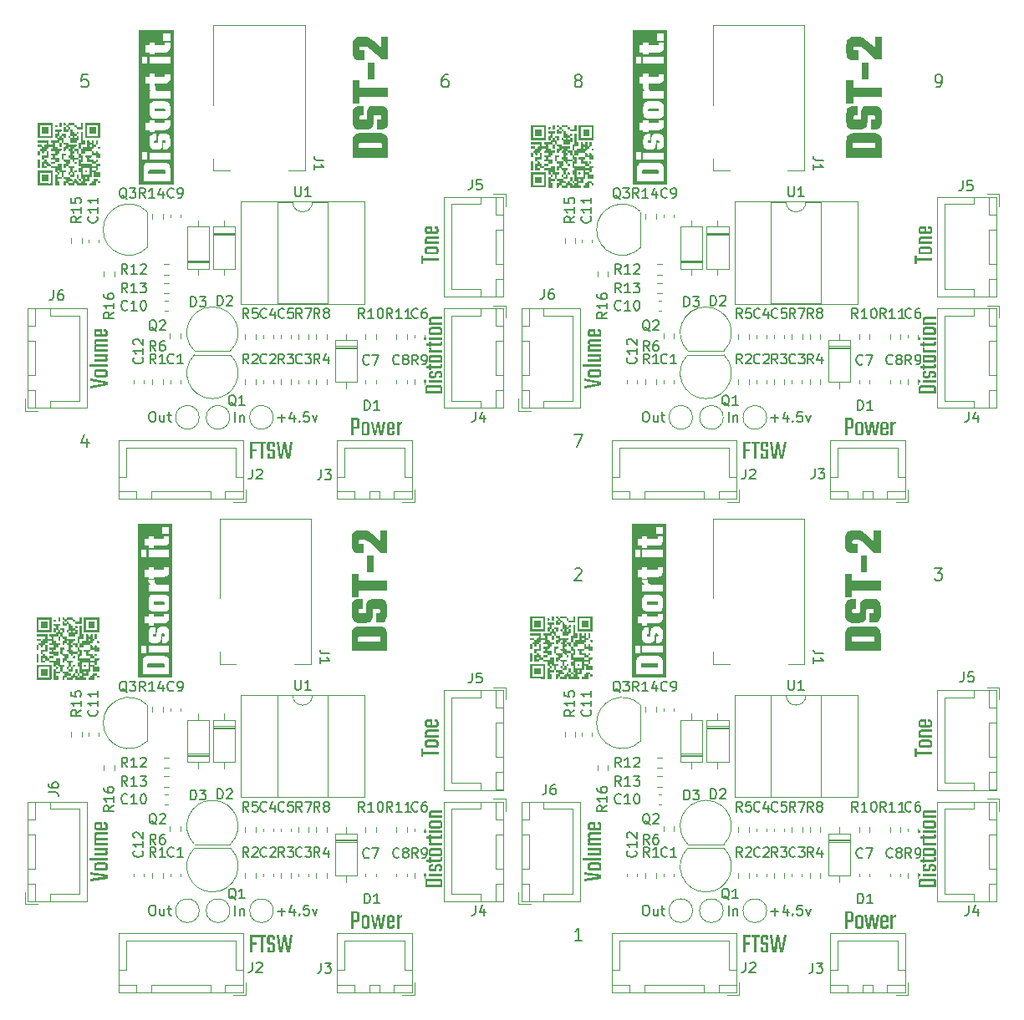
<source format=gbr>
%TF.GenerationSoftware,KiCad,Pcbnew,8.0.3*%
%TF.CreationDate,2025-04-01T20:28:11+03:00*%
%TF.ProjectId,DST-2,4453542d-322e-46b6-9963-61645f706362,rev?*%
%TF.SameCoordinates,Original*%
%TF.FileFunction,Legend,Top*%
%TF.FilePolarity,Positive*%
%FSLAX46Y46*%
G04 Gerber Fmt 4.6, Leading zero omitted, Abs format (unit mm)*
G04 Created by KiCad (PCBNEW 8.0.3) date 2025-04-01 20:28:11*
%MOMM*%
%LPD*%
G01*
G04 APERTURE LIST*
%ADD10C,0.100000*%
%ADD11C,0.000000*%
%ADD12C,0.200000*%
%ADD13C,0.150000*%
%ADD14C,0.120000*%
G04 APERTURE END LIST*
D10*
G36*
X140441995Y-64992254D02*
G01*
X140441995Y-64738729D01*
X142160000Y-64738729D01*
X142160000Y-64992254D01*
X140441995Y-64992254D01*
G37*
G36*
X140406824Y-64444661D02*
G01*
X140610523Y-64444661D01*
X140610523Y-65285833D01*
X140406824Y-65285833D01*
X140406824Y-64444661D01*
G37*
G36*
X141712058Y-63754919D02*
G01*
X141075073Y-63754919D01*
X141009616Y-63771039D01*
X140993984Y-63838450D01*
X140993984Y-63922470D01*
X140793705Y-63922470D01*
X140793705Y-63764689D01*
X140804186Y-63666687D01*
X140849518Y-63575754D01*
X140857208Y-63567829D01*
X140946492Y-63518061D01*
X141041367Y-63506280D01*
X141712058Y-63506280D01*
X141712058Y-63754919D01*
G37*
G36*
X141878632Y-63754919D02*
G01*
X141593845Y-63754919D01*
X141593845Y-63506280D01*
X141912337Y-63506280D01*
X142013245Y-63519804D01*
X142096985Y-63567829D01*
X142146154Y-63653799D01*
X142159938Y-63756275D01*
X142160000Y-63764689D01*
X142160000Y-63937613D01*
X141960209Y-63937613D01*
X141960209Y-63838450D01*
X141943600Y-63771039D01*
X141878632Y-63754919D01*
G37*
G36*
X141075073Y-64074389D02*
G01*
X141714501Y-64074389D01*
X141714501Y-64323517D01*
X141041367Y-64323517D01*
X140940567Y-64309993D01*
X140857208Y-64261967D01*
X140807658Y-64175754D01*
X140793767Y-64073493D01*
X140793705Y-64065108D01*
X140793705Y-63907327D01*
X140993984Y-63907327D01*
X140993984Y-63991346D01*
X141009616Y-64057780D01*
X141075073Y-64074389D01*
G37*
G36*
X141576259Y-64074389D02*
G01*
X141878632Y-64074389D01*
X141943600Y-64057780D01*
X141960209Y-63991346D01*
X141960209Y-63914166D01*
X142160000Y-63914166D01*
X142160000Y-64065108D01*
X142149600Y-64162874D01*
X142104616Y-64253986D01*
X142096985Y-64261967D01*
X142007306Y-64311736D01*
X141912337Y-64323517D01*
X141576259Y-64323517D01*
X141576259Y-64074389D01*
G37*
G36*
X142160000Y-63021214D02*
G01*
X142160000Y-63273761D01*
X140793705Y-63273761D01*
X140793705Y-63022679D01*
X140964675Y-63022679D01*
X140980307Y-63021214D01*
X142160000Y-63021214D01*
G37*
G36*
X142160000Y-62495603D02*
G01*
X142160000Y-62748150D01*
X141079469Y-62748150D01*
X141013524Y-62763782D01*
X140997892Y-62831681D01*
X140997892Y-62929867D01*
X141019874Y-62999232D01*
X141095101Y-63021214D01*
X141186448Y-63021214D01*
X141186448Y-63033426D01*
X140982749Y-63033426D01*
X140883873Y-63015688D01*
X140838646Y-62983112D01*
X140797260Y-62892868D01*
X140793705Y-62847801D01*
X140793705Y-62748639D01*
X140805860Y-62647793D01*
X140853301Y-62561036D01*
X140857208Y-62557152D01*
X140946492Y-62507384D01*
X141041367Y-62495603D01*
X142160000Y-62495603D01*
G37*
G36*
X141074584Y-62010537D02*
G01*
X141879120Y-62010537D01*
X141944089Y-61993928D01*
X141960697Y-61927006D01*
X141960697Y-61856664D01*
X142160000Y-61856664D01*
X142160000Y-61996371D01*
X142149600Y-62094695D01*
X142104616Y-62187023D01*
X142096985Y-62195184D01*
X142007306Y-62245743D01*
X141912337Y-62257711D01*
X141041367Y-62257711D01*
X140940567Y-62243972D01*
X140857208Y-62195184D01*
X140807658Y-62107690D01*
X140793767Y-62004787D01*
X140793705Y-61996371D01*
X140793705Y-61842009D01*
X140993007Y-61842009D01*
X140993007Y-61927006D01*
X141008639Y-61993928D01*
X141074584Y-62010537D01*
G37*
G36*
X141520083Y-61707187D02*
G01*
X141074584Y-61707187D01*
X141008639Y-61723307D01*
X140993007Y-61790718D01*
X140993007Y-61878157D01*
X140793705Y-61878157D01*
X140793705Y-61721353D01*
X140804186Y-61623109D01*
X140849518Y-61531130D01*
X140857208Y-61523028D01*
X140946492Y-61472075D01*
X141041367Y-61460013D01*
X141520083Y-61460013D01*
X141520083Y-61707187D01*
G37*
G36*
X141877655Y-61714026D02*
G01*
X141764326Y-61714026D01*
X141764326Y-61466364D01*
X141912337Y-61466364D01*
X142013245Y-61480210D01*
X142096985Y-61529378D01*
X142146154Y-61616735D01*
X142159938Y-61719317D01*
X142160000Y-61727704D01*
X142160000Y-61878157D01*
X141960697Y-61878157D01*
X141960697Y-61797069D01*
X141943600Y-61729658D01*
X141877655Y-61714026D01*
G37*
G36*
X141370607Y-61460013D02*
G01*
X141555254Y-61460013D01*
X141555254Y-62167341D01*
X141370607Y-62167341D01*
X141370607Y-61460013D01*
G37*
G36*
X141461884Y-77834054D02*
G01*
X141086238Y-77834054D01*
X141020293Y-77849685D01*
X141004661Y-77917096D01*
X141004661Y-78328401D01*
X140806824Y-78328401D01*
X140806824Y-77839427D01*
X140817224Y-77741419D01*
X140862208Y-77649261D01*
X140869839Y-77641102D01*
X140959278Y-77590149D01*
X141054487Y-77578087D01*
X141461884Y-77578087D01*
X141461884Y-77834054D01*
G37*
G36*
X142280097Y-77834054D02*
G01*
X141398869Y-77834054D01*
X141398869Y-77578087D01*
X142312337Y-77578087D01*
X142413245Y-77591933D01*
X142496985Y-77641102D01*
X142546154Y-77728459D01*
X142559938Y-77831041D01*
X142560000Y-77839427D01*
X142560000Y-78328401D01*
X142361674Y-78328401D01*
X142361674Y-77917096D01*
X142345554Y-77849685D01*
X142280097Y-77834054D01*
G37*
G36*
X140806824Y-78449057D02*
G01*
X140806824Y-78193091D01*
X142560000Y-78193091D01*
X142560000Y-78449057D01*
X140806824Y-78449057D01*
G37*
G36*
X142560000Y-77071528D02*
G01*
X142560000Y-77324075D01*
X141193705Y-77324075D01*
X141193705Y-77071528D01*
X142560000Y-77071528D01*
G37*
G36*
X140934319Y-77330425D02*
G01*
X140684703Y-77330425D01*
X140684703Y-77065177D01*
X140934319Y-77065177D01*
X140934319Y-77330425D01*
G37*
G36*
X142285471Y-76369574D02*
G01*
X142058325Y-76369574D01*
X141992868Y-76385694D01*
X141977236Y-76453105D01*
X141977236Y-76597208D01*
X141966836Y-76695371D01*
X141921852Y-76787002D01*
X141914221Y-76795045D01*
X141824937Y-76844813D01*
X141730062Y-76856594D01*
X141441367Y-76856594D01*
X141340567Y-76842855D01*
X141257208Y-76794068D01*
X141207658Y-76706711D01*
X141193767Y-76604129D01*
X141193705Y-76595743D01*
X141193705Y-76390579D01*
X141204186Y-76292335D01*
X141249518Y-76200356D01*
X141257208Y-76192254D01*
X141346492Y-76141300D01*
X141441367Y-76129239D01*
X141574724Y-76129239D01*
X141574724Y-76374947D01*
X141468234Y-76374947D01*
X141402288Y-76390579D01*
X141386657Y-76457990D01*
X141386657Y-76525889D01*
X141402288Y-76592812D01*
X141468234Y-76609420D01*
X141704173Y-76609420D01*
X141769141Y-76592812D01*
X141785750Y-76525889D01*
X141785750Y-76381786D01*
X141796069Y-76283623D01*
X141840704Y-76191992D01*
X141848276Y-76183949D01*
X141937320Y-76133786D01*
X142032435Y-76121912D01*
X142312337Y-76121912D01*
X142413245Y-76135758D01*
X142496985Y-76184926D01*
X142546154Y-76272283D01*
X142559938Y-76374865D01*
X142560000Y-76383251D01*
X142560000Y-76589392D01*
X142549600Y-76687401D01*
X142504616Y-76779558D01*
X142496985Y-76787718D01*
X142407306Y-76838671D01*
X142312337Y-76850732D01*
X142179958Y-76850732D01*
X142179958Y-76603070D01*
X142285471Y-76603070D01*
X142350439Y-76586461D01*
X142367048Y-76519539D01*
X142367048Y-76453105D01*
X142350439Y-76385694D01*
X142285471Y-76369574D01*
G37*
G36*
X140961186Y-75633914D02*
G01*
X142263489Y-75633914D01*
X142328457Y-75617306D01*
X142344577Y-75550872D01*
X142344577Y-75444870D01*
X142560000Y-75444870D01*
X142560000Y-75625610D01*
X142549600Y-75723618D01*
X142504616Y-75815776D01*
X142496985Y-75823935D01*
X142407306Y-75874889D01*
X142312337Y-75886950D01*
X140961186Y-75886950D01*
X140961186Y-75633914D01*
G37*
G36*
X141193705Y-75444382D02*
G01*
X141397892Y-75444382D01*
X141397892Y-76016399D01*
X141193705Y-76016399D01*
X141193705Y-75444382D01*
G37*
G36*
X142112058Y-74741451D02*
G01*
X141475073Y-74741451D01*
X141409616Y-74757571D01*
X141393984Y-74824982D01*
X141393984Y-74909002D01*
X141193705Y-74909002D01*
X141193705Y-74751221D01*
X141204186Y-74653219D01*
X141249518Y-74562286D01*
X141257208Y-74554361D01*
X141346492Y-74504593D01*
X141441367Y-74492812D01*
X142112058Y-74492812D01*
X142112058Y-74741451D01*
G37*
G36*
X142278632Y-74741451D02*
G01*
X141993845Y-74741451D01*
X141993845Y-74492812D01*
X142312337Y-74492812D01*
X142413245Y-74506336D01*
X142496985Y-74554361D01*
X142546154Y-74640331D01*
X142559938Y-74742806D01*
X142560000Y-74751221D01*
X142560000Y-74924145D01*
X142360209Y-74924145D01*
X142360209Y-74824982D01*
X142343600Y-74757571D01*
X142278632Y-74741451D01*
G37*
G36*
X141475073Y-75060921D02*
G01*
X142114501Y-75060921D01*
X142114501Y-75310048D01*
X141441367Y-75310048D01*
X141340567Y-75296524D01*
X141257208Y-75248499D01*
X141207658Y-75162286D01*
X141193767Y-75060024D01*
X141193705Y-75051639D01*
X141193705Y-74893859D01*
X141393984Y-74893859D01*
X141393984Y-74977878D01*
X141409616Y-75044312D01*
X141475073Y-75060921D01*
G37*
G36*
X141976259Y-75060921D02*
G01*
X142278632Y-75060921D01*
X142343600Y-75044312D01*
X142360209Y-74977878D01*
X142360209Y-74900697D01*
X142560000Y-74900697D01*
X142560000Y-75051639D01*
X142549600Y-75149406D01*
X142504616Y-75240517D01*
X142496985Y-75248499D01*
X142407306Y-75298267D01*
X142312337Y-75310048D01*
X141976259Y-75310048D01*
X141976259Y-75060921D01*
G37*
G36*
X141190774Y-73731263D02*
G01*
X141410593Y-73731263D01*
X141410593Y-73830914D01*
X141434951Y-73931590D01*
X141517085Y-73993758D01*
X141616734Y-74007745D01*
X141674375Y-74007745D01*
X141674375Y-74019958D01*
X141435994Y-74019958D01*
X141339420Y-74001179D01*
X141321688Y-73993579D01*
X141242359Y-73933624D01*
X141227899Y-73914933D01*
X141193094Y-73822884D01*
X141190774Y-73786461D01*
X141190774Y-73731263D01*
G37*
G36*
X142560000Y-74007745D02*
G01*
X142560000Y-74260293D01*
X141193705Y-74260293D01*
X141193705Y-74009211D01*
X141449672Y-74009211D01*
X141448695Y-74007745D01*
X142560000Y-74007745D01*
G37*
G36*
X140961186Y-73320446D02*
G01*
X142263489Y-73320446D01*
X142328457Y-73303838D01*
X142344577Y-73237404D01*
X142344577Y-73131402D01*
X142560000Y-73131402D01*
X142560000Y-73312142D01*
X142549600Y-73410150D01*
X142504616Y-73502308D01*
X142496985Y-73510467D01*
X142407306Y-73561420D01*
X142312337Y-73573482D01*
X140961186Y-73573482D01*
X140961186Y-73320446D01*
G37*
G36*
X141193705Y-73130914D02*
G01*
X141397892Y-73130914D01*
X141397892Y-73702930D01*
X141193705Y-73702930D01*
X141193705Y-73130914D01*
G37*
G36*
X142560000Y-72729867D02*
G01*
X142560000Y-72982414D01*
X141193705Y-72982414D01*
X141193705Y-72729867D01*
X142560000Y-72729867D01*
G37*
G36*
X140934319Y-72988764D02*
G01*
X140684703Y-72988764D01*
X140684703Y-72723517D01*
X140934319Y-72723517D01*
X140934319Y-72988764D01*
G37*
G36*
X142112058Y-71929727D02*
G01*
X141475073Y-71929727D01*
X141409616Y-71945847D01*
X141393984Y-72013258D01*
X141393984Y-72097278D01*
X141193705Y-72097278D01*
X141193705Y-71939497D01*
X141204186Y-71841495D01*
X141249518Y-71750562D01*
X141257208Y-71742637D01*
X141346492Y-71692869D01*
X141441367Y-71681088D01*
X142112058Y-71681088D01*
X142112058Y-71929727D01*
G37*
G36*
X142278632Y-71929727D02*
G01*
X141993845Y-71929727D01*
X141993845Y-71681088D01*
X142312337Y-71681088D01*
X142413245Y-71694612D01*
X142496985Y-71742637D01*
X142546154Y-71828607D01*
X142559938Y-71931083D01*
X142560000Y-71939497D01*
X142560000Y-72112421D01*
X142360209Y-72112421D01*
X142360209Y-72013258D01*
X142343600Y-71945847D01*
X142278632Y-71929727D01*
G37*
G36*
X141475073Y-72249197D02*
G01*
X142114501Y-72249197D01*
X142114501Y-72498325D01*
X141441367Y-72498325D01*
X141340567Y-72484801D01*
X141257208Y-72436775D01*
X141207658Y-72350562D01*
X141193767Y-72248301D01*
X141193705Y-72239916D01*
X141193705Y-72082135D01*
X141393984Y-72082135D01*
X141393984Y-72166154D01*
X141409616Y-72232588D01*
X141475073Y-72249197D01*
G37*
G36*
X141976259Y-72249197D02*
G01*
X142278632Y-72249197D01*
X142343600Y-72232588D01*
X142360209Y-72166154D01*
X142360209Y-72088974D01*
X142560000Y-72088974D01*
X142560000Y-72239916D01*
X142549600Y-72337682D01*
X142504616Y-72428794D01*
X142496985Y-72436775D01*
X142407306Y-72486544D01*
X142312337Y-72498325D01*
X141976259Y-72498325D01*
X141976259Y-72249197D01*
G37*
G36*
X142560000Y-71196022D02*
G01*
X142560000Y-71448569D01*
X141193705Y-71448569D01*
X141193705Y-71197487D01*
X141364675Y-71197487D01*
X141380307Y-71196022D01*
X142560000Y-71196022D01*
G37*
G36*
X142560000Y-70670411D02*
G01*
X142560000Y-70922958D01*
X141479469Y-70922958D01*
X141413524Y-70938590D01*
X141397892Y-71006489D01*
X141397892Y-71104675D01*
X141419874Y-71174040D01*
X141495101Y-71196022D01*
X141586448Y-71196022D01*
X141586448Y-71208234D01*
X141382749Y-71208234D01*
X141283873Y-71190496D01*
X141238646Y-71157920D01*
X141197260Y-71067677D01*
X141193705Y-71022609D01*
X141193705Y-70923447D01*
X141205860Y-70822601D01*
X141253301Y-70735844D01*
X141257208Y-70731960D01*
X141346492Y-70682192D01*
X141441367Y-70670411D01*
X142560000Y-70670411D01*
G37*
G36*
X133928332Y-81698171D02*
G01*
X133928332Y-81192100D01*
X133912212Y-81126154D01*
X133844801Y-81110523D01*
X133379274Y-81110523D01*
X133379274Y-80906824D01*
X133920516Y-80906824D01*
X134018524Y-80917224D01*
X134110682Y-80962208D01*
X134118841Y-80969839D01*
X134169794Y-81059278D01*
X134181856Y-81154487D01*
X134181856Y-81735785D01*
X134168010Y-81836935D01*
X134118841Y-81920432D01*
X134031484Y-81969601D01*
X133928902Y-81983385D01*
X133920516Y-81983447D01*
X133470132Y-81983447D01*
X133470132Y-81779260D01*
X133844801Y-81779260D01*
X133912212Y-81763140D01*
X133928332Y-81698171D01*
G37*
G36*
X133345080Y-80906824D02*
G01*
X133598604Y-80906824D01*
X133598604Y-82660000D01*
X133345080Y-82660000D01*
X133345080Y-80906824D01*
G37*
G36*
X134938520Y-82212058D02*
G01*
X134938520Y-81575073D01*
X134922400Y-81509616D01*
X134854989Y-81493984D01*
X134770969Y-81493984D01*
X134770969Y-81293705D01*
X134928750Y-81293705D01*
X135026752Y-81304186D01*
X135117686Y-81349518D01*
X135125610Y-81357208D01*
X135175378Y-81446492D01*
X135187159Y-81541367D01*
X135187159Y-82212058D01*
X134938520Y-82212058D01*
G37*
G36*
X134938520Y-82378632D02*
G01*
X134938520Y-82093845D01*
X135187159Y-82093845D01*
X135187159Y-82412337D01*
X135173635Y-82513245D01*
X135125610Y-82596985D01*
X135039640Y-82646154D01*
X134937165Y-82659938D01*
X134928750Y-82660000D01*
X134755826Y-82660000D01*
X134755826Y-82460209D01*
X134854989Y-82460209D01*
X134922400Y-82443600D01*
X134938520Y-82378632D01*
G37*
G36*
X134619050Y-81575073D02*
G01*
X134619050Y-82214501D01*
X134369923Y-82214501D01*
X134369923Y-81541367D01*
X134383447Y-81440567D01*
X134431472Y-81357208D01*
X134517685Y-81307658D01*
X134619947Y-81293767D01*
X134628332Y-81293705D01*
X134786113Y-81293705D01*
X134786113Y-81493984D01*
X134702093Y-81493984D01*
X134635659Y-81509616D01*
X134619050Y-81575073D01*
G37*
G36*
X134619050Y-82076259D02*
G01*
X134619050Y-82378632D01*
X134635659Y-82443600D01*
X134702093Y-82460209D01*
X134779274Y-82460209D01*
X134779274Y-82660000D01*
X134628332Y-82660000D01*
X134530565Y-82649600D01*
X134439454Y-82604616D01*
X134431472Y-82596985D01*
X134381704Y-82507306D01*
X134369923Y-82412337D01*
X134369923Y-82076259D01*
X134619050Y-82076259D01*
G37*
G36*
X136565666Y-81293705D02*
G01*
X136803558Y-81293705D01*
X136550523Y-82660000D01*
X136218841Y-82660000D01*
X136054710Y-81626852D01*
X135892044Y-82660000D01*
X135560362Y-82660000D01*
X135310746Y-81293705D01*
X135549616Y-81293705D01*
X135730844Y-82445554D01*
X135908164Y-81293705D01*
X136206140Y-81293705D01*
X136377110Y-82444089D01*
X136565666Y-81293705D01*
G37*
G36*
X137181158Y-81574584D02*
G01*
X137181158Y-82379120D01*
X137197766Y-82444089D01*
X137264689Y-82460697D01*
X137335031Y-82460697D01*
X137335031Y-82660000D01*
X137195324Y-82660000D01*
X137097000Y-82649600D01*
X137004671Y-82604616D01*
X136996510Y-82596985D01*
X136945952Y-82507306D01*
X136933984Y-82412337D01*
X136933984Y-81541367D01*
X136947723Y-81440567D01*
X136996510Y-81357208D01*
X137084005Y-81307658D01*
X137186908Y-81293767D01*
X137195324Y-81293705D01*
X137349685Y-81293705D01*
X137349685Y-81493007D01*
X137264689Y-81493007D01*
X137197766Y-81508639D01*
X137181158Y-81574584D01*
G37*
G36*
X137484508Y-82020083D02*
G01*
X137484508Y-81574584D01*
X137468387Y-81508639D01*
X137400976Y-81493007D01*
X137313538Y-81493007D01*
X137313538Y-81293705D01*
X137470341Y-81293705D01*
X137568585Y-81304186D01*
X137660565Y-81349518D01*
X137668667Y-81357208D01*
X137719620Y-81446492D01*
X137731681Y-81541367D01*
X137731681Y-82020083D01*
X137484508Y-82020083D01*
G37*
G36*
X137477669Y-82377655D02*
G01*
X137477669Y-82264326D01*
X137725331Y-82264326D01*
X137725331Y-82412337D01*
X137711485Y-82513245D01*
X137662316Y-82596985D01*
X137574959Y-82646154D01*
X137472377Y-82659938D01*
X137463991Y-82660000D01*
X137313538Y-82660000D01*
X137313538Y-82460697D01*
X137394626Y-82460697D01*
X137462037Y-82443600D01*
X137477669Y-82377655D01*
G37*
G36*
X137731681Y-81870607D02*
G01*
X137731681Y-82055254D01*
X137024354Y-82055254D01*
X137024354Y-81870607D01*
X137731681Y-81870607D01*
G37*
G36*
X138477110Y-81290774D02*
G01*
X138477110Y-81510593D01*
X138377459Y-81510593D01*
X138276783Y-81534951D01*
X138214615Y-81617085D01*
X138200628Y-81716734D01*
X138200628Y-81774375D01*
X138188415Y-81774375D01*
X138188415Y-81535994D01*
X138207194Y-81439420D01*
X138214794Y-81421688D01*
X138274750Y-81342359D01*
X138293440Y-81327899D01*
X138385489Y-81293094D01*
X138421912Y-81290774D01*
X138477110Y-81290774D01*
G37*
G36*
X138200628Y-82660000D02*
G01*
X137948080Y-82660000D01*
X137948080Y-81293705D01*
X138199162Y-81293705D01*
X138199162Y-81549672D01*
X138200628Y-81548695D01*
X138200628Y-82660000D01*
G37*
G36*
X106906824Y-77155547D02*
G01*
X106906824Y-76895673D01*
X108660000Y-77209769D01*
X108660000Y-77570760D01*
X106906824Y-77884856D01*
X106906824Y-77624982D01*
X108428457Y-77391486D01*
X106906824Y-77155547D01*
G37*
G36*
X108212058Y-76204466D02*
G01*
X107575073Y-76204466D01*
X107509616Y-76220586D01*
X107493984Y-76287997D01*
X107493984Y-76372016D01*
X107293705Y-76372016D01*
X107293705Y-76214235D01*
X107304186Y-76116233D01*
X107349518Y-76025300D01*
X107357208Y-76017376D01*
X107446492Y-75967607D01*
X107541367Y-75955826D01*
X108212058Y-75955826D01*
X108212058Y-76204466D01*
G37*
G36*
X108378632Y-76204466D02*
G01*
X108093845Y-76204466D01*
X108093845Y-75955826D01*
X108412337Y-75955826D01*
X108513245Y-75969350D01*
X108596985Y-76017376D01*
X108646154Y-76103346D01*
X108659938Y-76205821D01*
X108660000Y-76214235D01*
X108660000Y-76387159D01*
X108460209Y-76387159D01*
X108460209Y-76287997D01*
X108443600Y-76220586D01*
X108378632Y-76204466D01*
G37*
G36*
X107575073Y-76523935D02*
G01*
X108214501Y-76523935D01*
X108214501Y-76773063D01*
X107541367Y-76773063D01*
X107440567Y-76759539D01*
X107357208Y-76711514D01*
X107307658Y-76625300D01*
X107293767Y-76523039D01*
X107293705Y-76514654D01*
X107293705Y-76356873D01*
X107493984Y-76356873D01*
X107493984Y-76440893D01*
X107509616Y-76507327D01*
X107575073Y-76523935D01*
G37*
G36*
X108076259Y-76523935D02*
G01*
X108378632Y-76523935D01*
X108443600Y-76507327D01*
X108460209Y-76440893D01*
X108460209Y-76363712D01*
X108660000Y-76363712D01*
X108660000Y-76514654D01*
X108649600Y-76612420D01*
X108604616Y-76703532D01*
X108596985Y-76711514D01*
X108507306Y-76761282D01*
X108412337Y-76773063D01*
X108076259Y-76773063D01*
X108076259Y-76523935D01*
G37*
G36*
X108660000Y-75470760D02*
G01*
X108660000Y-75723307D01*
X106786657Y-75723307D01*
X106786657Y-75470760D01*
X108660000Y-75470760D01*
G37*
G36*
X107293705Y-75227983D02*
G01*
X107293705Y-74975436D01*
X108374235Y-74975436D01*
X108439692Y-74958827D01*
X108455812Y-74891905D01*
X108455812Y-74793719D01*
X108434319Y-74723866D01*
X108358604Y-74702372D01*
X108267745Y-74702372D01*
X108267745Y-74690160D01*
X108470956Y-74690160D01*
X108570004Y-74707898D01*
X108615547Y-74740474D01*
X108656483Y-74830717D01*
X108660000Y-74875785D01*
X108660000Y-74974947D01*
X108647938Y-75075886D01*
X108600862Y-75163008D01*
X108596985Y-75166922D01*
X108507306Y-75216295D01*
X108412337Y-75227983D01*
X107293705Y-75227983D01*
G37*
G36*
X107293705Y-74702372D02*
G01*
X107293705Y-74449825D01*
X108660000Y-74449825D01*
X108660000Y-74700907D01*
X108489030Y-74700907D01*
X108473398Y-74702372D01*
X107293705Y-74702372D01*
G37*
G36*
X108660000Y-73424982D02*
G01*
X108660000Y-73677529D01*
X107579469Y-73677529D01*
X107513524Y-73693161D01*
X107497892Y-73761060D01*
X107497892Y-73859246D01*
X107519874Y-73928611D01*
X107595101Y-73950593D01*
X107686448Y-73950593D01*
X107686448Y-73962805D01*
X107482749Y-73962805D01*
X107383873Y-73945067D01*
X107338646Y-73912491D01*
X107297260Y-73822247D01*
X107293705Y-73777180D01*
X107293705Y-73678018D01*
X107305860Y-73577172D01*
X107353301Y-73490415D01*
X107357208Y-73486531D01*
X107446492Y-73436763D01*
X107541367Y-73424982D01*
X108660000Y-73424982D01*
G37*
G36*
X108660000Y-73950593D02*
G01*
X108660000Y-74203140D01*
X107293705Y-74203140D01*
X107293705Y-73952058D01*
X107464675Y-73952058D01*
X107480307Y-73950593D01*
X108660000Y-73950593D01*
G37*
G36*
X108660000Y-72899371D02*
G01*
X108660000Y-73151919D01*
X107579469Y-73151919D01*
X107513524Y-73168039D01*
X107497892Y-73235450D01*
X107497892Y-73333635D01*
X107519874Y-73403000D01*
X107595101Y-73424982D01*
X107686448Y-73424982D01*
X107686448Y-73448429D01*
X107486657Y-73452826D01*
X107387092Y-73434716D01*
X107340600Y-73398115D01*
X107299246Y-73309218D01*
X107293705Y-73251570D01*
X107293705Y-73152407D01*
X107305860Y-73051561D01*
X107353301Y-72964805D01*
X107357208Y-72960921D01*
X107446492Y-72911152D01*
X107541367Y-72899371D01*
X108660000Y-72899371D01*
G37*
G36*
X107574584Y-72426029D02*
G01*
X108379120Y-72426029D01*
X108444089Y-72409420D01*
X108460697Y-72342498D01*
X108460697Y-72272156D01*
X108660000Y-72272156D01*
X108660000Y-72411863D01*
X108649600Y-72510187D01*
X108604616Y-72602515D01*
X108596985Y-72610676D01*
X108507306Y-72661235D01*
X108412337Y-72673203D01*
X107541367Y-72673203D01*
X107440567Y-72659464D01*
X107357208Y-72610676D01*
X107307658Y-72523182D01*
X107293767Y-72420279D01*
X107293705Y-72411863D01*
X107293705Y-72257501D01*
X107493007Y-72257501D01*
X107493007Y-72342498D01*
X107508639Y-72409420D01*
X107574584Y-72426029D01*
G37*
G36*
X108020083Y-72122679D02*
G01*
X107574584Y-72122679D01*
X107508639Y-72138799D01*
X107493007Y-72206210D01*
X107493007Y-72293649D01*
X107293705Y-72293649D01*
X107293705Y-72136845D01*
X107304186Y-72038601D01*
X107349518Y-71946622D01*
X107357208Y-71938520D01*
X107446492Y-71887567D01*
X107541367Y-71875505D01*
X108020083Y-71875505D01*
X108020083Y-72122679D01*
G37*
G36*
X108377655Y-72129518D02*
G01*
X108264326Y-72129518D01*
X108264326Y-71881856D01*
X108412337Y-71881856D01*
X108513245Y-71895702D01*
X108596985Y-71944870D01*
X108646154Y-72032227D01*
X108659938Y-72134809D01*
X108660000Y-72143196D01*
X108660000Y-72293649D01*
X108460697Y-72293649D01*
X108460697Y-72212561D01*
X108443600Y-72145150D01*
X108377655Y-72129518D01*
G37*
G36*
X107870607Y-71875505D02*
G01*
X108055254Y-71875505D01*
X108055254Y-72582833D01*
X107870607Y-72582833D01*
X107870607Y-71875505D01*
G37*
G36*
X123045080Y-83306824D02*
G01*
X123301046Y-83306824D01*
X123301046Y-85060000D01*
X123045080Y-85060000D01*
X123045080Y-83306824D01*
G37*
G36*
X123704535Y-84088890D02*
G01*
X123704535Y-84287215D01*
X123187229Y-84287215D01*
X123187229Y-84088890D01*
X123704535Y-84088890D01*
G37*
G36*
X123809560Y-83306824D02*
G01*
X123809560Y-83510523D01*
X123178925Y-83510523D01*
X123178925Y-83306824D01*
X123809560Y-83306824D01*
G37*
G36*
X124135868Y-83341995D02*
G01*
X124389392Y-83341995D01*
X124389392Y-85060000D01*
X124135868Y-85060000D01*
X124135868Y-83341995D01*
G37*
G36*
X124683461Y-83306824D02*
G01*
X124683461Y-83510523D01*
X123842288Y-83510523D01*
X123842288Y-83306824D01*
X124683461Y-83306824D01*
G37*
G36*
X125346336Y-84774235D02*
G01*
X125346336Y-84344856D01*
X125330216Y-84278911D01*
X125262805Y-84263279D01*
X125056175Y-84263279D01*
X124952845Y-84251124D01*
X124865586Y-84203683D01*
X124861758Y-84199776D01*
X124813175Y-84109702D01*
X124801674Y-84014640D01*
X124801674Y-83554487D01*
X124815413Y-83453336D01*
X124864200Y-83369839D01*
X124951314Y-83320670D01*
X125054110Y-83306886D01*
X125062526Y-83306824D01*
X125338032Y-83306824D01*
X125435959Y-83317224D01*
X125527768Y-83362208D01*
X125535868Y-83369839D01*
X125586427Y-83459278D01*
X125598394Y-83554487D01*
X125598394Y-83811919D01*
X125342916Y-83811919D01*
X125342916Y-83592100D01*
X125327285Y-83526154D01*
X125259385Y-83510523D01*
X125140683Y-83510523D01*
X125074249Y-83526154D01*
X125057641Y-83592100D01*
X125057641Y-83981912D01*
X125074249Y-84046880D01*
X125140683Y-84063489D01*
X125346336Y-84063489D01*
X125443544Y-84073808D01*
X125533439Y-84118443D01*
X125541242Y-84126015D01*
X125590220Y-84215059D01*
X125601814Y-84310174D01*
X125601814Y-84812337D01*
X125588075Y-84913245D01*
X125539288Y-84996985D01*
X125452312Y-85046154D01*
X125349837Y-85059938D01*
X125341451Y-85060000D01*
X125068876Y-85060000D01*
X124970552Y-85049600D01*
X124878223Y-85004616D01*
X124870062Y-84996985D01*
X124819504Y-84907306D01*
X124807536Y-84812337D01*
X124807536Y-84554417D01*
X125063014Y-84554417D01*
X125063014Y-84774235D01*
X125079623Y-84839692D01*
X125146545Y-84855812D01*
X125262805Y-84855812D01*
X125330216Y-84839692D01*
X125346336Y-84774235D01*
G37*
G36*
X127131751Y-83306824D02*
G01*
X127386252Y-83306824D01*
X127104884Y-85060000D01*
X126756594Y-85060000D01*
X126560223Y-83744508D01*
X126365806Y-85060000D01*
X126017027Y-85060000D01*
X125735659Y-83306824D01*
X125995533Y-83306824D01*
X126193370Y-84829923D01*
X126418562Y-83306824D01*
X126700907Y-83306824D01*
X126926099Y-84829923D01*
X127131751Y-83306824D01*
G37*
G36*
X190441995Y-64992254D02*
G01*
X190441995Y-64738729D01*
X192160000Y-64738729D01*
X192160000Y-64992254D01*
X190441995Y-64992254D01*
G37*
G36*
X190406824Y-64444661D02*
G01*
X190610523Y-64444661D01*
X190610523Y-65285833D01*
X190406824Y-65285833D01*
X190406824Y-64444661D01*
G37*
G36*
X191712058Y-63754919D02*
G01*
X191075073Y-63754919D01*
X191009616Y-63771039D01*
X190993984Y-63838450D01*
X190993984Y-63922470D01*
X190793705Y-63922470D01*
X190793705Y-63764689D01*
X190804186Y-63666687D01*
X190849518Y-63575754D01*
X190857208Y-63567829D01*
X190946492Y-63518061D01*
X191041367Y-63506280D01*
X191712058Y-63506280D01*
X191712058Y-63754919D01*
G37*
G36*
X191878632Y-63754919D02*
G01*
X191593845Y-63754919D01*
X191593845Y-63506280D01*
X191912337Y-63506280D01*
X192013245Y-63519804D01*
X192096985Y-63567829D01*
X192146154Y-63653799D01*
X192159938Y-63756275D01*
X192160000Y-63764689D01*
X192160000Y-63937613D01*
X191960209Y-63937613D01*
X191960209Y-63838450D01*
X191943600Y-63771039D01*
X191878632Y-63754919D01*
G37*
G36*
X191075073Y-64074389D02*
G01*
X191714501Y-64074389D01*
X191714501Y-64323517D01*
X191041367Y-64323517D01*
X190940567Y-64309993D01*
X190857208Y-64261967D01*
X190807658Y-64175754D01*
X190793767Y-64073493D01*
X190793705Y-64065108D01*
X190793705Y-63907327D01*
X190993984Y-63907327D01*
X190993984Y-63991346D01*
X191009616Y-64057780D01*
X191075073Y-64074389D01*
G37*
G36*
X191576259Y-64074389D02*
G01*
X191878632Y-64074389D01*
X191943600Y-64057780D01*
X191960209Y-63991346D01*
X191960209Y-63914166D01*
X192160000Y-63914166D01*
X192160000Y-64065108D01*
X192149600Y-64162874D01*
X192104616Y-64253986D01*
X192096985Y-64261967D01*
X192007306Y-64311736D01*
X191912337Y-64323517D01*
X191576259Y-64323517D01*
X191576259Y-64074389D01*
G37*
G36*
X192160000Y-63021214D02*
G01*
X192160000Y-63273761D01*
X190793705Y-63273761D01*
X190793705Y-63022679D01*
X190964675Y-63022679D01*
X190980307Y-63021214D01*
X192160000Y-63021214D01*
G37*
G36*
X192160000Y-62495603D02*
G01*
X192160000Y-62748150D01*
X191079469Y-62748150D01*
X191013524Y-62763782D01*
X190997892Y-62831681D01*
X190997892Y-62929867D01*
X191019874Y-62999232D01*
X191095101Y-63021214D01*
X191186448Y-63021214D01*
X191186448Y-63033426D01*
X190982749Y-63033426D01*
X190883873Y-63015688D01*
X190838646Y-62983112D01*
X190797260Y-62892868D01*
X190793705Y-62847801D01*
X190793705Y-62748639D01*
X190805860Y-62647793D01*
X190853301Y-62561036D01*
X190857208Y-62557152D01*
X190946492Y-62507384D01*
X191041367Y-62495603D01*
X192160000Y-62495603D01*
G37*
G36*
X191074584Y-62010537D02*
G01*
X191879120Y-62010537D01*
X191944089Y-61993928D01*
X191960697Y-61927006D01*
X191960697Y-61856664D01*
X192160000Y-61856664D01*
X192160000Y-61996371D01*
X192149600Y-62094695D01*
X192104616Y-62187023D01*
X192096985Y-62195184D01*
X192007306Y-62245743D01*
X191912337Y-62257711D01*
X191041367Y-62257711D01*
X190940567Y-62243972D01*
X190857208Y-62195184D01*
X190807658Y-62107690D01*
X190793767Y-62004787D01*
X190793705Y-61996371D01*
X190793705Y-61842009D01*
X190993007Y-61842009D01*
X190993007Y-61927006D01*
X191008639Y-61993928D01*
X191074584Y-62010537D01*
G37*
G36*
X191520083Y-61707187D02*
G01*
X191074584Y-61707187D01*
X191008639Y-61723307D01*
X190993007Y-61790718D01*
X190993007Y-61878157D01*
X190793705Y-61878157D01*
X190793705Y-61721353D01*
X190804186Y-61623109D01*
X190849518Y-61531130D01*
X190857208Y-61523028D01*
X190946492Y-61472075D01*
X191041367Y-61460013D01*
X191520083Y-61460013D01*
X191520083Y-61707187D01*
G37*
G36*
X191877655Y-61714026D02*
G01*
X191764326Y-61714026D01*
X191764326Y-61466364D01*
X191912337Y-61466364D01*
X192013245Y-61480210D01*
X192096985Y-61529378D01*
X192146154Y-61616735D01*
X192159938Y-61719317D01*
X192160000Y-61727704D01*
X192160000Y-61878157D01*
X191960697Y-61878157D01*
X191960697Y-61797069D01*
X191943600Y-61729658D01*
X191877655Y-61714026D01*
G37*
G36*
X191370607Y-61460013D02*
G01*
X191555254Y-61460013D01*
X191555254Y-62167341D01*
X191370607Y-62167341D01*
X191370607Y-61460013D01*
G37*
G36*
X191461884Y-77834054D02*
G01*
X191086238Y-77834054D01*
X191020293Y-77849685D01*
X191004661Y-77917096D01*
X191004661Y-78328401D01*
X190806824Y-78328401D01*
X190806824Y-77839427D01*
X190817224Y-77741419D01*
X190862208Y-77649261D01*
X190869839Y-77641102D01*
X190959278Y-77590149D01*
X191054487Y-77578087D01*
X191461884Y-77578087D01*
X191461884Y-77834054D01*
G37*
G36*
X192280097Y-77834054D02*
G01*
X191398869Y-77834054D01*
X191398869Y-77578087D01*
X192312337Y-77578087D01*
X192413245Y-77591933D01*
X192496985Y-77641102D01*
X192546154Y-77728459D01*
X192559938Y-77831041D01*
X192560000Y-77839427D01*
X192560000Y-78328401D01*
X192361674Y-78328401D01*
X192361674Y-77917096D01*
X192345554Y-77849685D01*
X192280097Y-77834054D01*
G37*
G36*
X190806824Y-78449057D02*
G01*
X190806824Y-78193091D01*
X192560000Y-78193091D01*
X192560000Y-78449057D01*
X190806824Y-78449057D01*
G37*
G36*
X192560000Y-77071528D02*
G01*
X192560000Y-77324075D01*
X191193705Y-77324075D01*
X191193705Y-77071528D01*
X192560000Y-77071528D01*
G37*
G36*
X190934319Y-77330425D02*
G01*
X190684703Y-77330425D01*
X190684703Y-77065177D01*
X190934319Y-77065177D01*
X190934319Y-77330425D01*
G37*
G36*
X192285471Y-76369574D02*
G01*
X192058325Y-76369574D01*
X191992868Y-76385694D01*
X191977236Y-76453105D01*
X191977236Y-76597208D01*
X191966836Y-76695371D01*
X191921852Y-76787002D01*
X191914221Y-76795045D01*
X191824937Y-76844813D01*
X191730062Y-76856594D01*
X191441367Y-76856594D01*
X191340567Y-76842855D01*
X191257208Y-76794068D01*
X191207658Y-76706711D01*
X191193767Y-76604129D01*
X191193705Y-76595743D01*
X191193705Y-76390579D01*
X191204186Y-76292335D01*
X191249518Y-76200356D01*
X191257208Y-76192254D01*
X191346492Y-76141300D01*
X191441367Y-76129239D01*
X191574724Y-76129239D01*
X191574724Y-76374947D01*
X191468234Y-76374947D01*
X191402288Y-76390579D01*
X191386657Y-76457990D01*
X191386657Y-76525889D01*
X191402288Y-76592812D01*
X191468234Y-76609420D01*
X191704173Y-76609420D01*
X191769141Y-76592812D01*
X191785750Y-76525889D01*
X191785750Y-76381786D01*
X191796069Y-76283623D01*
X191840704Y-76191992D01*
X191848276Y-76183949D01*
X191937320Y-76133786D01*
X192032435Y-76121912D01*
X192312337Y-76121912D01*
X192413245Y-76135758D01*
X192496985Y-76184926D01*
X192546154Y-76272283D01*
X192559938Y-76374865D01*
X192560000Y-76383251D01*
X192560000Y-76589392D01*
X192549600Y-76687401D01*
X192504616Y-76779558D01*
X192496985Y-76787718D01*
X192407306Y-76838671D01*
X192312337Y-76850732D01*
X192179958Y-76850732D01*
X192179958Y-76603070D01*
X192285471Y-76603070D01*
X192350439Y-76586461D01*
X192367048Y-76519539D01*
X192367048Y-76453105D01*
X192350439Y-76385694D01*
X192285471Y-76369574D01*
G37*
G36*
X190961186Y-75633914D02*
G01*
X192263489Y-75633914D01*
X192328457Y-75617306D01*
X192344577Y-75550872D01*
X192344577Y-75444870D01*
X192560000Y-75444870D01*
X192560000Y-75625610D01*
X192549600Y-75723618D01*
X192504616Y-75815776D01*
X192496985Y-75823935D01*
X192407306Y-75874889D01*
X192312337Y-75886950D01*
X190961186Y-75886950D01*
X190961186Y-75633914D01*
G37*
G36*
X191193705Y-75444382D02*
G01*
X191397892Y-75444382D01*
X191397892Y-76016399D01*
X191193705Y-76016399D01*
X191193705Y-75444382D01*
G37*
G36*
X192112058Y-74741451D02*
G01*
X191475073Y-74741451D01*
X191409616Y-74757571D01*
X191393984Y-74824982D01*
X191393984Y-74909002D01*
X191193705Y-74909002D01*
X191193705Y-74751221D01*
X191204186Y-74653219D01*
X191249518Y-74562286D01*
X191257208Y-74554361D01*
X191346492Y-74504593D01*
X191441367Y-74492812D01*
X192112058Y-74492812D01*
X192112058Y-74741451D01*
G37*
G36*
X192278632Y-74741451D02*
G01*
X191993845Y-74741451D01*
X191993845Y-74492812D01*
X192312337Y-74492812D01*
X192413245Y-74506336D01*
X192496985Y-74554361D01*
X192546154Y-74640331D01*
X192559938Y-74742806D01*
X192560000Y-74751221D01*
X192560000Y-74924145D01*
X192360209Y-74924145D01*
X192360209Y-74824982D01*
X192343600Y-74757571D01*
X192278632Y-74741451D01*
G37*
G36*
X191475073Y-75060921D02*
G01*
X192114501Y-75060921D01*
X192114501Y-75310048D01*
X191441367Y-75310048D01*
X191340567Y-75296524D01*
X191257208Y-75248499D01*
X191207658Y-75162286D01*
X191193767Y-75060024D01*
X191193705Y-75051639D01*
X191193705Y-74893859D01*
X191393984Y-74893859D01*
X191393984Y-74977878D01*
X191409616Y-75044312D01*
X191475073Y-75060921D01*
G37*
G36*
X191976259Y-75060921D02*
G01*
X192278632Y-75060921D01*
X192343600Y-75044312D01*
X192360209Y-74977878D01*
X192360209Y-74900697D01*
X192560000Y-74900697D01*
X192560000Y-75051639D01*
X192549600Y-75149406D01*
X192504616Y-75240517D01*
X192496985Y-75248499D01*
X192407306Y-75298267D01*
X192312337Y-75310048D01*
X191976259Y-75310048D01*
X191976259Y-75060921D01*
G37*
G36*
X191190774Y-73731263D02*
G01*
X191410593Y-73731263D01*
X191410593Y-73830914D01*
X191434951Y-73931590D01*
X191517085Y-73993758D01*
X191616734Y-74007745D01*
X191674375Y-74007745D01*
X191674375Y-74019958D01*
X191435994Y-74019958D01*
X191339420Y-74001179D01*
X191321688Y-73993579D01*
X191242359Y-73933624D01*
X191227899Y-73914933D01*
X191193094Y-73822884D01*
X191190774Y-73786461D01*
X191190774Y-73731263D01*
G37*
G36*
X192560000Y-74007745D02*
G01*
X192560000Y-74260293D01*
X191193705Y-74260293D01*
X191193705Y-74009211D01*
X191449672Y-74009211D01*
X191448695Y-74007745D01*
X192560000Y-74007745D01*
G37*
G36*
X190961186Y-73320446D02*
G01*
X192263489Y-73320446D01*
X192328457Y-73303838D01*
X192344577Y-73237404D01*
X192344577Y-73131402D01*
X192560000Y-73131402D01*
X192560000Y-73312142D01*
X192549600Y-73410150D01*
X192504616Y-73502308D01*
X192496985Y-73510467D01*
X192407306Y-73561420D01*
X192312337Y-73573482D01*
X190961186Y-73573482D01*
X190961186Y-73320446D01*
G37*
G36*
X191193705Y-73130914D02*
G01*
X191397892Y-73130914D01*
X191397892Y-73702930D01*
X191193705Y-73702930D01*
X191193705Y-73130914D01*
G37*
G36*
X192560000Y-72729867D02*
G01*
X192560000Y-72982414D01*
X191193705Y-72982414D01*
X191193705Y-72729867D01*
X192560000Y-72729867D01*
G37*
G36*
X190934319Y-72988764D02*
G01*
X190684703Y-72988764D01*
X190684703Y-72723517D01*
X190934319Y-72723517D01*
X190934319Y-72988764D01*
G37*
G36*
X192112058Y-71929727D02*
G01*
X191475073Y-71929727D01*
X191409616Y-71945847D01*
X191393984Y-72013258D01*
X191393984Y-72097278D01*
X191193705Y-72097278D01*
X191193705Y-71939497D01*
X191204186Y-71841495D01*
X191249518Y-71750562D01*
X191257208Y-71742637D01*
X191346492Y-71692869D01*
X191441367Y-71681088D01*
X192112058Y-71681088D01*
X192112058Y-71929727D01*
G37*
G36*
X192278632Y-71929727D02*
G01*
X191993845Y-71929727D01*
X191993845Y-71681088D01*
X192312337Y-71681088D01*
X192413245Y-71694612D01*
X192496985Y-71742637D01*
X192546154Y-71828607D01*
X192559938Y-71931083D01*
X192560000Y-71939497D01*
X192560000Y-72112421D01*
X192360209Y-72112421D01*
X192360209Y-72013258D01*
X192343600Y-71945847D01*
X192278632Y-71929727D01*
G37*
G36*
X191475073Y-72249197D02*
G01*
X192114501Y-72249197D01*
X192114501Y-72498325D01*
X191441367Y-72498325D01*
X191340567Y-72484801D01*
X191257208Y-72436775D01*
X191207658Y-72350562D01*
X191193767Y-72248301D01*
X191193705Y-72239916D01*
X191193705Y-72082135D01*
X191393984Y-72082135D01*
X191393984Y-72166154D01*
X191409616Y-72232588D01*
X191475073Y-72249197D01*
G37*
G36*
X191976259Y-72249197D02*
G01*
X192278632Y-72249197D01*
X192343600Y-72232588D01*
X192360209Y-72166154D01*
X192360209Y-72088974D01*
X192560000Y-72088974D01*
X192560000Y-72239916D01*
X192549600Y-72337682D01*
X192504616Y-72428794D01*
X192496985Y-72436775D01*
X192407306Y-72486544D01*
X192312337Y-72498325D01*
X191976259Y-72498325D01*
X191976259Y-72249197D01*
G37*
G36*
X192560000Y-71196022D02*
G01*
X192560000Y-71448569D01*
X191193705Y-71448569D01*
X191193705Y-71197487D01*
X191364675Y-71197487D01*
X191380307Y-71196022D01*
X192560000Y-71196022D01*
G37*
G36*
X192560000Y-70670411D02*
G01*
X192560000Y-70922958D01*
X191479469Y-70922958D01*
X191413524Y-70938590D01*
X191397892Y-71006489D01*
X191397892Y-71104675D01*
X191419874Y-71174040D01*
X191495101Y-71196022D01*
X191586448Y-71196022D01*
X191586448Y-71208234D01*
X191382749Y-71208234D01*
X191283873Y-71190496D01*
X191238646Y-71157920D01*
X191197260Y-71067677D01*
X191193705Y-71022609D01*
X191193705Y-70923447D01*
X191205860Y-70822601D01*
X191253301Y-70735844D01*
X191257208Y-70731960D01*
X191346492Y-70682192D01*
X191441367Y-70670411D01*
X192560000Y-70670411D01*
G37*
G36*
X183928332Y-81698171D02*
G01*
X183928332Y-81192100D01*
X183912212Y-81126154D01*
X183844801Y-81110523D01*
X183379274Y-81110523D01*
X183379274Y-80906824D01*
X183920516Y-80906824D01*
X184018524Y-80917224D01*
X184110682Y-80962208D01*
X184118841Y-80969839D01*
X184169794Y-81059278D01*
X184181856Y-81154487D01*
X184181856Y-81735785D01*
X184168010Y-81836935D01*
X184118841Y-81920432D01*
X184031484Y-81969601D01*
X183928902Y-81983385D01*
X183920516Y-81983447D01*
X183470132Y-81983447D01*
X183470132Y-81779260D01*
X183844801Y-81779260D01*
X183912212Y-81763140D01*
X183928332Y-81698171D01*
G37*
G36*
X183345080Y-80906824D02*
G01*
X183598604Y-80906824D01*
X183598604Y-82660000D01*
X183345080Y-82660000D01*
X183345080Y-80906824D01*
G37*
G36*
X184938520Y-82212058D02*
G01*
X184938520Y-81575073D01*
X184922400Y-81509616D01*
X184854989Y-81493984D01*
X184770969Y-81493984D01*
X184770969Y-81293705D01*
X184928750Y-81293705D01*
X185026752Y-81304186D01*
X185117686Y-81349518D01*
X185125610Y-81357208D01*
X185175378Y-81446492D01*
X185187159Y-81541367D01*
X185187159Y-82212058D01*
X184938520Y-82212058D01*
G37*
G36*
X184938520Y-82378632D02*
G01*
X184938520Y-82093845D01*
X185187159Y-82093845D01*
X185187159Y-82412337D01*
X185173635Y-82513245D01*
X185125610Y-82596985D01*
X185039640Y-82646154D01*
X184937165Y-82659938D01*
X184928750Y-82660000D01*
X184755826Y-82660000D01*
X184755826Y-82460209D01*
X184854989Y-82460209D01*
X184922400Y-82443600D01*
X184938520Y-82378632D01*
G37*
G36*
X184619050Y-81575073D02*
G01*
X184619050Y-82214501D01*
X184369923Y-82214501D01*
X184369923Y-81541367D01*
X184383447Y-81440567D01*
X184431472Y-81357208D01*
X184517685Y-81307658D01*
X184619947Y-81293767D01*
X184628332Y-81293705D01*
X184786113Y-81293705D01*
X184786113Y-81493984D01*
X184702093Y-81493984D01*
X184635659Y-81509616D01*
X184619050Y-81575073D01*
G37*
G36*
X184619050Y-82076259D02*
G01*
X184619050Y-82378632D01*
X184635659Y-82443600D01*
X184702093Y-82460209D01*
X184779274Y-82460209D01*
X184779274Y-82660000D01*
X184628332Y-82660000D01*
X184530565Y-82649600D01*
X184439454Y-82604616D01*
X184431472Y-82596985D01*
X184381704Y-82507306D01*
X184369923Y-82412337D01*
X184369923Y-82076259D01*
X184619050Y-82076259D01*
G37*
G36*
X186565666Y-81293705D02*
G01*
X186803558Y-81293705D01*
X186550523Y-82660000D01*
X186218841Y-82660000D01*
X186054710Y-81626852D01*
X185892044Y-82660000D01*
X185560362Y-82660000D01*
X185310746Y-81293705D01*
X185549616Y-81293705D01*
X185730844Y-82445554D01*
X185908164Y-81293705D01*
X186206140Y-81293705D01*
X186377110Y-82444089D01*
X186565666Y-81293705D01*
G37*
G36*
X187181158Y-81574584D02*
G01*
X187181158Y-82379120D01*
X187197766Y-82444089D01*
X187264689Y-82460697D01*
X187335031Y-82460697D01*
X187335031Y-82660000D01*
X187195324Y-82660000D01*
X187097000Y-82649600D01*
X187004671Y-82604616D01*
X186996510Y-82596985D01*
X186945952Y-82507306D01*
X186933984Y-82412337D01*
X186933984Y-81541367D01*
X186947723Y-81440567D01*
X186996510Y-81357208D01*
X187084005Y-81307658D01*
X187186908Y-81293767D01*
X187195324Y-81293705D01*
X187349685Y-81293705D01*
X187349685Y-81493007D01*
X187264689Y-81493007D01*
X187197766Y-81508639D01*
X187181158Y-81574584D01*
G37*
G36*
X187484508Y-82020083D02*
G01*
X187484508Y-81574584D01*
X187468387Y-81508639D01*
X187400976Y-81493007D01*
X187313538Y-81493007D01*
X187313538Y-81293705D01*
X187470341Y-81293705D01*
X187568585Y-81304186D01*
X187660565Y-81349518D01*
X187668667Y-81357208D01*
X187719620Y-81446492D01*
X187731681Y-81541367D01*
X187731681Y-82020083D01*
X187484508Y-82020083D01*
G37*
G36*
X187477669Y-82377655D02*
G01*
X187477669Y-82264326D01*
X187725331Y-82264326D01*
X187725331Y-82412337D01*
X187711485Y-82513245D01*
X187662316Y-82596985D01*
X187574959Y-82646154D01*
X187472377Y-82659938D01*
X187463991Y-82660000D01*
X187313538Y-82660000D01*
X187313538Y-82460697D01*
X187394626Y-82460697D01*
X187462037Y-82443600D01*
X187477669Y-82377655D01*
G37*
G36*
X187731681Y-81870607D02*
G01*
X187731681Y-82055254D01*
X187024354Y-82055254D01*
X187024354Y-81870607D01*
X187731681Y-81870607D01*
G37*
G36*
X188477110Y-81290774D02*
G01*
X188477110Y-81510593D01*
X188377459Y-81510593D01*
X188276783Y-81534951D01*
X188214615Y-81617085D01*
X188200628Y-81716734D01*
X188200628Y-81774375D01*
X188188415Y-81774375D01*
X188188415Y-81535994D01*
X188207194Y-81439420D01*
X188214794Y-81421688D01*
X188274750Y-81342359D01*
X188293440Y-81327899D01*
X188385489Y-81293094D01*
X188421912Y-81290774D01*
X188477110Y-81290774D01*
G37*
G36*
X188200628Y-82660000D02*
G01*
X187948080Y-82660000D01*
X187948080Y-81293705D01*
X188199162Y-81293705D01*
X188199162Y-81549672D01*
X188200628Y-81548695D01*
X188200628Y-82660000D01*
G37*
G36*
X156906824Y-77155547D02*
G01*
X156906824Y-76895673D01*
X158660000Y-77209769D01*
X158660000Y-77570760D01*
X156906824Y-77884856D01*
X156906824Y-77624982D01*
X158428457Y-77391486D01*
X156906824Y-77155547D01*
G37*
G36*
X158212058Y-76204466D02*
G01*
X157575073Y-76204466D01*
X157509616Y-76220586D01*
X157493984Y-76287997D01*
X157493984Y-76372016D01*
X157293705Y-76372016D01*
X157293705Y-76214235D01*
X157304186Y-76116233D01*
X157349518Y-76025300D01*
X157357208Y-76017376D01*
X157446492Y-75967607D01*
X157541367Y-75955826D01*
X158212058Y-75955826D01*
X158212058Y-76204466D01*
G37*
G36*
X158378632Y-76204466D02*
G01*
X158093845Y-76204466D01*
X158093845Y-75955826D01*
X158412337Y-75955826D01*
X158513245Y-75969350D01*
X158596985Y-76017376D01*
X158646154Y-76103346D01*
X158659938Y-76205821D01*
X158660000Y-76214235D01*
X158660000Y-76387159D01*
X158460209Y-76387159D01*
X158460209Y-76287997D01*
X158443600Y-76220586D01*
X158378632Y-76204466D01*
G37*
G36*
X157575073Y-76523935D02*
G01*
X158214501Y-76523935D01*
X158214501Y-76773063D01*
X157541367Y-76773063D01*
X157440567Y-76759539D01*
X157357208Y-76711514D01*
X157307658Y-76625300D01*
X157293767Y-76523039D01*
X157293705Y-76514654D01*
X157293705Y-76356873D01*
X157493984Y-76356873D01*
X157493984Y-76440893D01*
X157509616Y-76507327D01*
X157575073Y-76523935D01*
G37*
G36*
X158076259Y-76523935D02*
G01*
X158378632Y-76523935D01*
X158443600Y-76507327D01*
X158460209Y-76440893D01*
X158460209Y-76363712D01*
X158660000Y-76363712D01*
X158660000Y-76514654D01*
X158649600Y-76612420D01*
X158604616Y-76703532D01*
X158596985Y-76711514D01*
X158507306Y-76761282D01*
X158412337Y-76773063D01*
X158076259Y-76773063D01*
X158076259Y-76523935D01*
G37*
G36*
X158660000Y-75470760D02*
G01*
X158660000Y-75723307D01*
X156786657Y-75723307D01*
X156786657Y-75470760D01*
X158660000Y-75470760D01*
G37*
G36*
X157293705Y-75227983D02*
G01*
X157293705Y-74975436D01*
X158374235Y-74975436D01*
X158439692Y-74958827D01*
X158455812Y-74891905D01*
X158455812Y-74793719D01*
X158434319Y-74723866D01*
X158358604Y-74702372D01*
X158267745Y-74702372D01*
X158267745Y-74690160D01*
X158470956Y-74690160D01*
X158570004Y-74707898D01*
X158615547Y-74740474D01*
X158656483Y-74830717D01*
X158660000Y-74875785D01*
X158660000Y-74974947D01*
X158647938Y-75075886D01*
X158600862Y-75163008D01*
X158596985Y-75166922D01*
X158507306Y-75216295D01*
X158412337Y-75227983D01*
X157293705Y-75227983D01*
G37*
G36*
X157293705Y-74702372D02*
G01*
X157293705Y-74449825D01*
X158660000Y-74449825D01*
X158660000Y-74700907D01*
X158489030Y-74700907D01*
X158473398Y-74702372D01*
X157293705Y-74702372D01*
G37*
G36*
X158660000Y-73424982D02*
G01*
X158660000Y-73677529D01*
X157579469Y-73677529D01*
X157513524Y-73693161D01*
X157497892Y-73761060D01*
X157497892Y-73859246D01*
X157519874Y-73928611D01*
X157595101Y-73950593D01*
X157686448Y-73950593D01*
X157686448Y-73962805D01*
X157482749Y-73962805D01*
X157383873Y-73945067D01*
X157338646Y-73912491D01*
X157297260Y-73822247D01*
X157293705Y-73777180D01*
X157293705Y-73678018D01*
X157305860Y-73577172D01*
X157353301Y-73490415D01*
X157357208Y-73486531D01*
X157446492Y-73436763D01*
X157541367Y-73424982D01*
X158660000Y-73424982D01*
G37*
G36*
X158660000Y-73950593D02*
G01*
X158660000Y-74203140D01*
X157293705Y-74203140D01*
X157293705Y-73952058D01*
X157464675Y-73952058D01*
X157480307Y-73950593D01*
X158660000Y-73950593D01*
G37*
G36*
X158660000Y-72899371D02*
G01*
X158660000Y-73151919D01*
X157579469Y-73151919D01*
X157513524Y-73168039D01*
X157497892Y-73235450D01*
X157497892Y-73333635D01*
X157519874Y-73403000D01*
X157595101Y-73424982D01*
X157686448Y-73424982D01*
X157686448Y-73448429D01*
X157486657Y-73452826D01*
X157387092Y-73434716D01*
X157340600Y-73398115D01*
X157299246Y-73309218D01*
X157293705Y-73251570D01*
X157293705Y-73152407D01*
X157305860Y-73051561D01*
X157353301Y-72964805D01*
X157357208Y-72960921D01*
X157446492Y-72911152D01*
X157541367Y-72899371D01*
X158660000Y-72899371D01*
G37*
G36*
X157574584Y-72426029D02*
G01*
X158379120Y-72426029D01*
X158444089Y-72409420D01*
X158460697Y-72342498D01*
X158460697Y-72272156D01*
X158660000Y-72272156D01*
X158660000Y-72411863D01*
X158649600Y-72510187D01*
X158604616Y-72602515D01*
X158596985Y-72610676D01*
X158507306Y-72661235D01*
X158412337Y-72673203D01*
X157541367Y-72673203D01*
X157440567Y-72659464D01*
X157357208Y-72610676D01*
X157307658Y-72523182D01*
X157293767Y-72420279D01*
X157293705Y-72411863D01*
X157293705Y-72257501D01*
X157493007Y-72257501D01*
X157493007Y-72342498D01*
X157508639Y-72409420D01*
X157574584Y-72426029D01*
G37*
G36*
X158020083Y-72122679D02*
G01*
X157574584Y-72122679D01*
X157508639Y-72138799D01*
X157493007Y-72206210D01*
X157493007Y-72293649D01*
X157293705Y-72293649D01*
X157293705Y-72136845D01*
X157304186Y-72038601D01*
X157349518Y-71946622D01*
X157357208Y-71938520D01*
X157446492Y-71887567D01*
X157541367Y-71875505D01*
X158020083Y-71875505D01*
X158020083Y-72122679D01*
G37*
G36*
X158377655Y-72129518D02*
G01*
X158264326Y-72129518D01*
X158264326Y-71881856D01*
X158412337Y-71881856D01*
X158513245Y-71895702D01*
X158596985Y-71944870D01*
X158646154Y-72032227D01*
X158659938Y-72134809D01*
X158660000Y-72143196D01*
X158660000Y-72293649D01*
X158460697Y-72293649D01*
X158460697Y-72212561D01*
X158443600Y-72145150D01*
X158377655Y-72129518D01*
G37*
G36*
X157870607Y-71875505D02*
G01*
X158055254Y-71875505D01*
X158055254Y-72582833D01*
X157870607Y-72582833D01*
X157870607Y-71875505D01*
G37*
G36*
X173045080Y-83306824D02*
G01*
X173301046Y-83306824D01*
X173301046Y-85060000D01*
X173045080Y-85060000D01*
X173045080Y-83306824D01*
G37*
G36*
X173704535Y-84088890D02*
G01*
X173704535Y-84287215D01*
X173187229Y-84287215D01*
X173187229Y-84088890D01*
X173704535Y-84088890D01*
G37*
G36*
X173809560Y-83306824D02*
G01*
X173809560Y-83510523D01*
X173178925Y-83510523D01*
X173178925Y-83306824D01*
X173809560Y-83306824D01*
G37*
G36*
X174135868Y-83341995D02*
G01*
X174389392Y-83341995D01*
X174389392Y-85060000D01*
X174135868Y-85060000D01*
X174135868Y-83341995D01*
G37*
G36*
X174683461Y-83306824D02*
G01*
X174683461Y-83510523D01*
X173842288Y-83510523D01*
X173842288Y-83306824D01*
X174683461Y-83306824D01*
G37*
G36*
X175346336Y-84774235D02*
G01*
X175346336Y-84344856D01*
X175330216Y-84278911D01*
X175262805Y-84263279D01*
X175056175Y-84263279D01*
X174952845Y-84251124D01*
X174865586Y-84203683D01*
X174861758Y-84199776D01*
X174813175Y-84109702D01*
X174801674Y-84014640D01*
X174801674Y-83554487D01*
X174815413Y-83453336D01*
X174864200Y-83369839D01*
X174951314Y-83320670D01*
X175054110Y-83306886D01*
X175062526Y-83306824D01*
X175338032Y-83306824D01*
X175435959Y-83317224D01*
X175527768Y-83362208D01*
X175535868Y-83369839D01*
X175586427Y-83459278D01*
X175598394Y-83554487D01*
X175598394Y-83811919D01*
X175342916Y-83811919D01*
X175342916Y-83592100D01*
X175327285Y-83526154D01*
X175259385Y-83510523D01*
X175140683Y-83510523D01*
X175074249Y-83526154D01*
X175057641Y-83592100D01*
X175057641Y-83981912D01*
X175074249Y-84046880D01*
X175140683Y-84063489D01*
X175346336Y-84063489D01*
X175443544Y-84073808D01*
X175533439Y-84118443D01*
X175541242Y-84126015D01*
X175590220Y-84215059D01*
X175601814Y-84310174D01*
X175601814Y-84812337D01*
X175588075Y-84913245D01*
X175539288Y-84996985D01*
X175452312Y-85046154D01*
X175349837Y-85059938D01*
X175341451Y-85060000D01*
X175068876Y-85060000D01*
X174970552Y-85049600D01*
X174878223Y-85004616D01*
X174870062Y-84996985D01*
X174819504Y-84907306D01*
X174807536Y-84812337D01*
X174807536Y-84554417D01*
X175063014Y-84554417D01*
X175063014Y-84774235D01*
X175079623Y-84839692D01*
X175146545Y-84855812D01*
X175262805Y-84855812D01*
X175330216Y-84839692D01*
X175346336Y-84774235D01*
G37*
G36*
X177131751Y-83306824D02*
G01*
X177386252Y-83306824D01*
X177104884Y-85060000D01*
X176756594Y-85060000D01*
X176560223Y-83744508D01*
X176365806Y-85060000D01*
X176017027Y-85060000D01*
X175735659Y-83306824D01*
X175995533Y-83306824D01*
X176193370Y-84829923D01*
X176418562Y-83306824D01*
X176700907Y-83306824D01*
X176926099Y-84829923D01*
X177131751Y-83306824D01*
G37*
G36*
X190441995Y-114992254D02*
G01*
X190441995Y-114738729D01*
X192160000Y-114738729D01*
X192160000Y-114992254D01*
X190441995Y-114992254D01*
G37*
G36*
X190406824Y-114444661D02*
G01*
X190610523Y-114444661D01*
X190610523Y-115285833D01*
X190406824Y-115285833D01*
X190406824Y-114444661D01*
G37*
G36*
X191712058Y-113754919D02*
G01*
X191075073Y-113754919D01*
X191009616Y-113771039D01*
X190993984Y-113838450D01*
X190993984Y-113922470D01*
X190793705Y-113922470D01*
X190793705Y-113764689D01*
X190804186Y-113666687D01*
X190849518Y-113575754D01*
X190857208Y-113567829D01*
X190946492Y-113518061D01*
X191041367Y-113506280D01*
X191712058Y-113506280D01*
X191712058Y-113754919D01*
G37*
G36*
X191878632Y-113754919D02*
G01*
X191593845Y-113754919D01*
X191593845Y-113506280D01*
X191912337Y-113506280D01*
X192013245Y-113519804D01*
X192096985Y-113567829D01*
X192146154Y-113653799D01*
X192159938Y-113756275D01*
X192160000Y-113764689D01*
X192160000Y-113937613D01*
X191960209Y-113937613D01*
X191960209Y-113838450D01*
X191943600Y-113771039D01*
X191878632Y-113754919D01*
G37*
G36*
X191075073Y-114074389D02*
G01*
X191714501Y-114074389D01*
X191714501Y-114323517D01*
X191041367Y-114323517D01*
X190940567Y-114309993D01*
X190857208Y-114261967D01*
X190807658Y-114175754D01*
X190793767Y-114073493D01*
X190793705Y-114065108D01*
X190793705Y-113907327D01*
X190993984Y-113907327D01*
X190993984Y-113991346D01*
X191009616Y-114057780D01*
X191075073Y-114074389D01*
G37*
G36*
X191576259Y-114074389D02*
G01*
X191878632Y-114074389D01*
X191943600Y-114057780D01*
X191960209Y-113991346D01*
X191960209Y-113914166D01*
X192160000Y-113914166D01*
X192160000Y-114065108D01*
X192149600Y-114162874D01*
X192104616Y-114253986D01*
X192096985Y-114261967D01*
X192007306Y-114311736D01*
X191912337Y-114323517D01*
X191576259Y-114323517D01*
X191576259Y-114074389D01*
G37*
G36*
X192160000Y-113021214D02*
G01*
X192160000Y-113273761D01*
X190793705Y-113273761D01*
X190793705Y-113022679D01*
X190964675Y-113022679D01*
X190980307Y-113021214D01*
X192160000Y-113021214D01*
G37*
G36*
X192160000Y-112495603D02*
G01*
X192160000Y-112748150D01*
X191079469Y-112748150D01*
X191013524Y-112763782D01*
X190997892Y-112831681D01*
X190997892Y-112929867D01*
X191019874Y-112999232D01*
X191095101Y-113021214D01*
X191186448Y-113021214D01*
X191186448Y-113033426D01*
X190982749Y-113033426D01*
X190883873Y-113015688D01*
X190838646Y-112983112D01*
X190797260Y-112892868D01*
X190793705Y-112847801D01*
X190793705Y-112748639D01*
X190805860Y-112647793D01*
X190853301Y-112561036D01*
X190857208Y-112557152D01*
X190946492Y-112507384D01*
X191041367Y-112495603D01*
X192160000Y-112495603D01*
G37*
G36*
X191074584Y-112010537D02*
G01*
X191879120Y-112010537D01*
X191944089Y-111993928D01*
X191960697Y-111927006D01*
X191960697Y-111856664D01*
X192160000Y-111856664D01*
X192160000Y-111996371D01*
X192149600Y-112094695D01*
X192104616Y-112187023D01*
X192096985Y-112195184D01*
X192007306Y-112245743D01*
X191912337Y-112257711D01*
X191041367Y-112257711D01*
X190940567Y-112243972D01*
X190857208Y-112195184D01*
X190807658Y-112107690D01*
X190793767Y-112004787D01*
X190793705Y-111996371D01*
X190793705Y-111842009D01*
X190993007Y-111842009D01*
X190993007Y-111927006D01*
X191008639Y-111993928D01*
X191074584Y-112010537D01*
G37*
G36*
X191520083Y-111707187D02*
G01*
X191074584Y-111707187D01*
X191008639Y-111723307D01*
X190993007Y-111790718D01*
X190993007Y-111878157D01*
X190793705Y-111878157D01*
X190793705Y-111721353D01*
X190804186Y-111623109D01*
X190849518Y-111531130D01*
X190857208Y-111523028D01*
X190946492Y-111472075D01*
X191041367Y-111460013D01*
X191520083Y-111460013D01*
X191520083Y-111707187D01*
G37*
G36*
X191877655Y-111714026D02*
G01*
X191764326Y-111714026D01*
X191764326Y-111466364D01*
X191912337Y-111466364D01*
X192013245Y-111480210D01*
X192096985Y-111529378D01*
X192146154Y-111616735D01*
X192159938Y-111719317D01*
X192160000Y-111727704D01*
X192160000Y-111878157D01*
X191960697Y-111878157D01*
X191960697Y-111797069D01*
X191943600Y-111729658D01*
X191877655Y-111714026D01*
G37*
G36*
X191370607Y-111460013D02*
G01*
X191555254Y-111460013D01*
X191555254Y-112167341D01*
X191370607Y-112167341D01*
X191370607Y-111460013D01*
G37*
G36*
X191461884Y-127834054D02*
G01*
X191086238Y-127834054D01*
X191020293Y-127849685D01*
X191004661Y-127917096D01*
X191004661Y-128328401D01*
X190806824Y-128328401D01*
X190806824Y-127839427D01*
X190817224Y-127741419D01*
X190862208Y-127649261D01*
X190869839Y-127641102D01*
X190959278Y-127590149D01*
X191054487Y-127578087D01*
X191461884Y-127578087D01*
X191461884Y-127834054D01*
G37*
G36*
X192280097Y-127834054D02*
G01*
X191398869Y-127834054D01*
X191398869Y-127578087D01*
X192312337Y-127578087D01*
X192413245Y-127591933D01*
X192496985Y-127641102D01*
X192546154Y-127728459D01*
X192559938Y-127831041D01*
X192560000Y-127839427D01*
X192560000Y-128328401D01*
X192361674Y-128328401D01*
X192361674Y-127917096D01*
X192345554Y-127849685D01*
X192280097Y-127834054D01*
G37*
G36*
X190806824Y-128449057D02*
G01*
X190806824Y-128193091D01*
X192560000Y-128193091D01*
X192560000Y-128449057D01*
X190806824Y-128449057D01*
G37*
G36*
X192560000Y-127071528D02*
G01*
X192560000Y-127324075D01*
X191193705Y-127324075D01*
X191193705Y-127071528D01*
X192560000Y-127071528D01*
G37*
G36*
X190934319Y-127330425D02*
G01*
X190684703Y-127330425D01*
X190684703Y-127065177D01*
X190934319Y-127065177D01*
X190934319Y-127330425D01*
G37*
G36*
X192285471Y-126369574D02*
G01*
X192058325Y-126369574D01*
X191992868Y-126385694D01*
X191977236Y-126453105D01*
X191977236Y-126597208D01*
X191966836Y-126695371D01*
X191921852Y-126787002D01*
X191914221Y-126795045D01*
X191824937Y-126844813D01*
X191730062Y-126856594D01*
X191441367Y-126856594D01*
X191340567Y-126842855D01*
X191257208Y-126794068D01*
X191207658Y-126706711D01*
X191193767Y-126604129D01*
X191193705Y-126595743D01*
X191193705Y-126390579D01*
X191204186Y-126292335D01*
X191249518Y-126200356D01*
X191257208Y-126192254D01*
X191346492Y-126141300D01*
X191441367Y-126129239D01*
X191574724Y-126129239D01*
X191574724Y-126374947D01*
X191468234Y-126374947D01*
X191402288Y-126390579D01*
X191386657Y-126457990D01*
X191386657Y-126525889D01*
X191402288Y-126592812D01*
X191468234Y-126609420D01*
X191704173Y-126609420D01*
X191769141Y-126592812D01*
X191785750Y-126525889D01*
X191785750Y-126381786D01*
X191796069Y-126283623D01*
X191840704Y-126191992D01*
X191848276Y-126183949D01*
X191937320Y-126133786D01*
X192032435Y-126121912D01*
X192312337Y-126121912D01*
X192413245Y-126135758D01*
X192496985Y-126184926D01*
X192546154Y-126272283D01*
X192559938Y-126374865D01*
X192560000Y-126383251D01*
X192560000Y-126589392D01*
X192549600Y-126687401D01*
X192504616Y-126779558D01*
X192496985Y-126787718D01*
X192407306Y-126838671D01*
X192312337Y-126850732D01*
X192179958Y-126850732D01*
X192179958Y-126603070D01*
X192285471Y-126603070D01*
X192350439Y-126586461D01*
X192367048Y-126519539D01*
X192367048Y-126453105D01*
X192350439Y-126385694D01*
X192285471Y-126369574D01*
G37*
G36*
X190961186Y-125633914D02*
G01*
X192263489Y-125633914D01*
X192328457Y-125617306D01*
X192344577Y-125550872D01*
X192344577Y-125444870D01*
X192560000Y-125444870D01*
X192560000Y-125625610D01*
X192549600Y-125723618D01*
X192504616Y-125815776D01*
X192496985Y-125823935D01*
X192407306Y-125874889D01*
X192312337Y-125886950D01*
X190961186Y-125886950D01*
X190961186Y-125633914D01*
G37*
G36*
X191193705Y-125444382D02*
G01*
X191397892Y-125444382D01*
X191397892Y-126016399D01*
X191193705Y-126016399D01*
X191193705Y-125444382D01*
G37*
G36*
X192112058Y-124741451D02*
G01*
X191475073Y-124741451D01*
X191409616Y-124757571D01*
X191393984Y-124824982D01*
X191393984Y-124909002D01*
X191193705Y-124909002D01*
X191193705Y-124751221D01*
X191204186Y-124653219D01*
X191249518Y-124562286D01*
X191257208Y-124554361D01*
X191346492Y-124504593D01*
X191441367Y-124492812D01*
X192112058Y-124492812D01*
X192112058Y-124741451D01*
G37*
G36*
X192278632Y-124741451D02*
G01*
X191993845Y-124741451D01*
X191993845Y-124492812D01*
X192312337Y-124492812D01*
X192413245Y-124506336D01*
X192496985Y-124554361D01*
X192546154Y-124640331D01*
X192559938Y-124742806D01*
X192560000Y-124751221D01*
X192560000Y-124924145D01*
X192360209Y-124924145D01*
X192360209Y-124824982D01*
X192343600Y-124757571D01*
X192278632Y-124741451D01*
G37*
G36*
X191475073Y-125060921D02*
G01*
X192114501Y-125060921D01*
X192114501Y-125310048D01*
X191441367Y-125310048D01*
X191340567Y-125296524D01*
X191257208Y-125248499D01*
X191207658Y-125162286D01*
X191193767Y-125060024D01*
X191193705Y-125051639D01*
X191193705Y-124893859D01*
X191393984Y-124893859D01*
X191393984Y-124977878D01*
X191409616Y-125044312D01*
X191475073Y-125060921D01*
G37*
G36*
X191976259Y-125060921D02*
G01*
X192278632Y-125060921D01*
X192343600Y-125044312D01*
X192360209Y-124977878D01*
X192360209Y-124900697D01*
X192560000Y-124900697D01*
X192560000Y-125051639D01*
X192549600Y-125149406D01*
X192504616Y-125240517D01*
X192496985Y-125248499D01*
X192407306Y-125298267D01*
X192312337Y-125310048D01*
X191976259Y-125310048D01*
X191976259Y-125060921D01*
G37*
G36*
X191190774Y-123731263D02*
G01*
X191410593Y-123731263D01*
X191410593Y-123830914D01*
X191434951Y-123931590D01*
X191517085Y-123993758D01*
X191616734Y-124007745D01*
X191674375Y-124007745D01*
X191674375Y-124019958D01*
X191435994Y-124019958D01*
X191339420Y-124001179D01*
X191321688Y-123993579D01*
X191242359Y-123933624D01*
X191227899Y-123914933D01*
X191193094Y-123822884D01*
X191190774Y-123786461D01*
X191190774Y-123731263D01*
G37*
G36*
X192560000Y-124007745D02*
G01*
X192560000Y-124260293D01*
X191193705Y-124260293D01*
X191193705Y-124009211D01*
X191449672Y-124009211D01*
X191448695Y-124007745D01*
X192560000Y-124007745D01*
G37*
G36*
X190961186Y-123320446D02*
G01*
X192263489Y-123320446D01*
X192328457Y-123303838D01*
X192344577Y-123237404D01*
X192344577Y-123131402D01*
X192560000Y-123131402D01*
X192560000Y-123312142D01*
X192549600Y-123410150D01*
X192504616Y-123502308D01*
X192496985Y-123510467D01*
X192407306Y-123561420D01*
X192312337Y-123573482D01*
X190961186Y-123573482D01*
X190961186Y-123320446D01*
G37*
G36*
X191193705Y-123130914D02*
G01*
X191397892Y-123130914D01*
X191397892Y-123702930D01*
X191193705Y-123702930D01*
X191193705Y-123130914D01*
G37*
G36*
X192560000Y-122729867D02*
G01*
X192560000Y-122982414D01*
X191193705Y-122982414D01*
X191193705Y-122729867D01*
X192560000Y-122729867D01*
G37*
G36*
X190934319Y-122988764D02*
G01*
X190684703Y-122988764D01*
X190684703Y-122723517D01*
X190934319Y-122723517D01*
X190934319Y-122988764D01*
G37*
G36*
X192112058Y-121929727D02*
G01*
X191475073Y-121929727D01*
X191409616Y-121945847D01*
X191393984Y-122013258D01*
X191393984Y-122097278D01*
X191193705Y-122097278D01*
X191193705Y-121939497D01*
X191204186Y-121841495D01*
X191249518Y-121750562D01*
X191257208Y-121742637D01*
X191346492Y-121692869D01*
X191441367Y-121681088D01*
X192112058Y-121681088D01*
X192112058Y-121929727D01*
G37*
G36*
X192278632Y-121929727D02*
G01*
X191993845Y-121929727D01*
X191993845Y-121681088D01*
X192312337Y-121681088D01*
X192413245Y-121694612D01*
X192496985Y-121742637D01*
X192546154Y-121828607D01*
X192559938Y-121931083D01*
X192560000Y-121939497D01*
X192560000Y-122112421D01*
X192360209Y-122112421D01*
X192360209Y-122013258D01*
X192343600Y-121945847D01*
X192278632Y-121929727D01*
G37*
G36*
X191475073Y-122249197D02*
G01*
X192114501Y-122249197D01*
X192114501Y-122498325D01*
X191441367Y-122498325D01*
X191340567Y-122484801D01*
X191257208Y-122436775D01*
X191207658Y-122350562D01*
X191193767Y-122248301D01*
X191193705Y-122239916D01*
X191193705Y-122082135D01*
X191393984Y-122082135D01*
X191393984Y-122166154D01*
X191409616Y-122232588D01*
X191475073Y-122249197D01*
G37*
G36*
X191976259Y-122249197D02*
G01*
X192278632Y-122249197D01*
X192343600Y-122232588D01*
X192360209Y-122166154D01*
X192360209Y-122088974D01*
X192560000Y-122088974D01*
X192560000Y-122239916D01*
X192549600Y-122337682D01*
X192504616Y-122428794D01*
X192496985Y-122436775D01*
X192407306Y-122486544D01*
X192312337Y-122498325D01*
X191976259Y-122498325D01*
X191976259Y-122249197D01*
G37*
G36*
X192560000Y-121196022D02*
G01*
X192560000Y-121448569D01*
X191193705Y-121448569D01*
X191193705Y-121197487D01*
X191364675Y-121197487D01*
X191380307Y-121196022D01*
X192560000Y-121196022D01*
G37*
G36*
X192560000Y-120670411D02*
G01*
X192560000Y-120922958D01*
X191479469Y-120922958D01*
X191413524Y-120938590D01*
X191397892Y-121006489D01*
X191397892Y-121104675D01*
X191419874Y-121174040D01*
X191495101Y-121196022D01*
X191586448Y-121196022D01*
X191586448Y-121208234D01*
X191382749Y-121208234D01*
X191283873Y-121190496D01*
X191238646Y-121157920D01*
X191197260Y-121067677D01*
X191193705Y-121022609D01*
X191193705Y-120923447D01*
X191205860Y-120822601D01*
X191253301Y-120735844D01*
X191257208Y-120731960D01*
X191346492Y-120682192D01*
X191441367Y-120670411D01*
X192560000Y-120670411D01*
G37*
G36*
X183928332Y-131698171D02*
G01*
X183928332Y-131192100D01*
X183912212Y-131126154D01*
X183844801Y-131110523D01*
X183379274Y-131110523D01*
X183379274Y-130906824D01*
X183920516Y-130906824D01*
X184018524Y-130917224D01*
X184110682Y-130962208D01*
X184118841Y-130969839D01*
X184169794Y-131059278D01*
X184181856Y-131154487D01*
X184181856Y-131735785D01*
X184168010Y-131836935D01*
X184118841Y-131920432D01*
X184031484Y-131969601D01*
X183928902Y-131983385D01*
X183920516Y-131983447D01*
X183470132Y-131983447D01*
X183470132Y-131779260D01*
X183844801Y-131779260D01*
X183912212Y-131763140D01*
X183928332Y-131698171D01*
G37*
G36*
X183345080Y-130906824D02*
G01*
X183598604Y-130906824D01*
X183598604Y-132660000D01*
X183345080Y-132660000D01*
X183345080Y-130906824D01*
G37*
G36*
X184938520Y-132212058D02*
G01*
X184938520Y-131575073D01*
X184922400Y-131509616D01*
X184854989Y-131493984D01*
X184770969Y-131493984D01*
X184770969Y-131293705D01*
X184928750Y-131293705D01*
X185026752Y-131304186D01*
X185117686Y-131349518D01*
X185125610Y-131357208D01*
X185175378Y-131446492D01*
X185187159Y-131541367D01*
X185187159Y-132212058D01*
X184938520Y-132212058D01*
G37*
G36*
X184938520Y-132378632D02*
G01*
X184938520Y-132093845D01*
X185187159Y-132093845D01*
X185187159Y-132412337D01*
X185173635Y-132513245D01*
X185125610Y-132596985D01*
X185039640Y-132646154D01*
X184937165Y-132659938D01*
X184928750Y-132660000D01*
X184755826Y-132660000D01*
X184755826Y-132460209D01*
X184854989Y-132460209D01*
X184922400Y-132443600D01*
X184938520Y-132378632D01*
G37*
G36*
X184619050Y-131575073D02*
G01*
X184619050Y-132214501D01*
X184369923Y-132214501D01*
X184369923Y-131541367D01*
X184383447Y-131440567D01*
X184431472Y-131357208D01*
X184517685Y-131307658D01*
X184619947Y-131293767D01*
X184628332Y-131293705D01*
X184786113Y-131293705D01*
X184786113Y-131493984D01*
X184702093Y-131493984D01*
X184635659Y-131509616D01*
X184619050Y-131575073D01*
G37*
G36*
X184619050Y-132076259D02*
G01*
X184619050Y-132378632D01*
X184635659Y-132443600D01*
X184702093Y-132460209D01*
X184779274Y-132460209D01*
X184779274Y-132660000D01*
X184628332Y-132660000D01*
X184530565Y-132649600D01*
X184439454Y-132604616D01*
X184431472Y-132596985D01*
X184381704Y-132507306D01*
X184369923Y-132412337D01*
X184369923Y-132076259D01*
X184619050Y-132076259D01*
G37*
G36*
X186565666Y-131293705D02*
G01*
X186803558Y-131293705D01*
X186550523Y-132660000D01*
X186218841Y-132660000D01*
X186054710Y-131626852D01*
X185892044Y-132660000D01*
X185560362Y-132660000D01*
X185310746Y-131293705D01*
X185549616Y-131293705D01*
X185730844Y-132445554D01*
X185908164Y-131293705D01*
X186206140Y-131293705D01*
X186377110Y-132444089D01*
X186565666Y-131293705D01*
G37*
G36*
X187181158Y-131574584D02*
G01*
X187181158Y-132379120D01*
X187197766Y-132444089D01*
X187264689Y-132460697D01*
X187335031Y-132460697D01*
X187335031Y-132660000D01*
X187195324Y-132660000D01*
X187097000Y-132649600D01*
X187004671Y-132604616D01*
X186996510Y-132596985D01*
X186945952Y-132507306D01*
X186933984Y-132412337D01*
X186933984Y-131541367D01*
X186947723Y-131440567D01*
X186996510Y-131357208D01*
X187084005Y-131307658D01*
X187186908Y-131293767D01*
X187195324Y-131293705D01*
X187349685Y-131293705D01*
X187349685Y-131493007D01*
X187264689Y-131493007D01*
X187197766Y-131508639D01*
X187181158Y-131574584D01*
G37*
G36*
X187484508Y-132020083D02*
G01*
X187484508Y-131574584D01*
X187468387Y-131508639D01*
X187400976Y-131493007D01*
X187313538Y-131493007D01*
X187313538Y-131293705D01*
X187470341Y-131293705D01*
X187568585Y-131304186D01*
X187660565Y-131349518D01*
X187668667Y-131357208D01*
X187719620Y-131446492D01*
X187731681Y-131541367D01*
X187731681Y-132020083D01*
X187484508Y-132020083D01*
G37*
G36*
X187477669Y-132377655D02*
G01*
X187477669Y-132264326D01*
X187725331Y-132264326D01*
X187725331Y-132412337D01*
X187711485Y-132513245D01*
X187662316Y-132596985D01*
X187574959Y-132646154D01*
X187472377Y-132659938D01*
X187463991Y-132660000D01*
X187313538Y-132660000D01*
X187313538Y-132460697D01*
X187394626Y-132460697D01*
X187462037Y-132443600D01*
X187477669Y-132377655D01*
G37*
G36*
X187731681Y-131870607D02*
G01*
X187731681Y-132055254D01*
X187024354Y-132055254D01*
X187024354Y-131870607D01*
X187731681Y-131870607D01*
G37*
G36*
X188477110Y-131290774D02*
G01*
X188477110Y-131510593D01*
X188377459Y-131510593D01*
X188276783Y-131534951D01*
X188214615Y-131617085D01*
X188200628Y-131716734D01*
X188200628Y-131774375D01*
X188188415Y-131774375D01*
X188188415Y-131535994D01*
X188207194Y-131439420D01*
X188214794Y-131421688D01*
X188274750Y-131342359D01*
X188293440Y-131327899D01*
X188385489Y-131293094D01*
X188421912Y-131290774D01*
X188477110Y-131290774D01*
G37*
G36*
X188200628Y-132660000D02*
G01*
X187948080Y-132660000D01*
X187948080Y-131293705D01*
X188199162Y-131293705D01*
X188199162Y-131549672D01*
X188200628Y-131548695D01*
X188200628Y-132660000D01*
G37*
G36*
X156906824Y-127155547D02*
G01*
X156906824Y-126895673D01*
X158660000Y-127209769D01*
X158660000Y-127570760D01*
X156906824Y-127884856D01*
X156906824Y-127624982D01*
X158428457Y-127391486D01*
X156906824Y-127155547D01*
G37*
G36*
X158212058Y-126204466D02*
G01*
X157575073Y-126204466D01*
X157509616Y-126220586D01*
X157493984Y-126287997D01*
X157493984Y-126372016D01*
X157293705Y-126372016D01*
X157293705Y-126214235D01*
X157304186Y-126116233D01*
X157349518Y-126025300D01*
X157357208Y-126017376D01*
X157446492Y-125967607D01*
X157541367Y-125955826D01*
X158212058Y-125955826D01*
X158212058Y-126204466D01*
G37*
G36*
X158378632Y-126204466D02*
G01*
X158093845Y-126204466D01*
X158093845Y-125955826D01*
X158412337Y-125955826D01*
X158513245Y-125969350D01*
X158596985Y-126017376D01*
X158646154Y-126103346D01*
X158659938Y-126205821D01*
X158660000Y-126214235D01*
X158660000Y-126387159D01*
X158460209Y-126387159D01*
X158460209Y-126287997D01*
X158443600Y-126220586D01*
X158378632Y-126204466D01*
G37*
G36*
X157575073Y-126523935D02*
G01*
X158214501Y-126523935D01*
X158214501Y-126773063D01*
X157541367Y-126773063D01*
X157440567Y-126759539D01*
X157357208Y-126711514D01*
X157307658Y-126625300D01*
X157293767Y-126523039D01*
X157293705Y-126514654D01*
X157293705Y-126356873D01*
X157493984Y-126356873D01*
X157493984Y-126440893D01*
X157509616Y-126507327D01*
X157575073Y-126523935D01*
G37*
G36*
X158076259Y-126523935D02*
G01*
X158378632Y-126523935D01*
X158443600Y-126507327D01*
X158460209Y-126440893D01*
X158460209Y-126363712D01*
X158660000Y-126363712D01*
X158660000Y-126514654D01*
X158649600Y-126612420D01*
X158604616Y-126703532D01*
X158596985Y-126711514D01*
X158507306Y-126761282D01*
X158412337Y-126773063D01*
X158076259Y-126773063D01*
X158076259Y-126523935D01*
G37*
G36*
X158660000Y-125470760D02*
G01*
X158660000Y-125723307D01*
X156786657Y-125723307D01*
X156786657Y-125470760D01*
X158660000Y-125470760D01*
G37*
G36*
X157293705Y-125227983D02*
G01*
X157293705Y-124975436D01*
X158374235Y-124975436D01*
X158439692Y-124958827D01*
X158455812Y-124891905D01*
X158455812Y-124793719D01*
X158434319Y-124723866D01*
X158358604Y-124702372D01*
X158267745Y-124702372D01*
X158267745Y-124690160D01*
X158470956Y-124690160D01*
X158570004Y-124707898D01*
X158615547Y-124740474D01*
X158656483Y-124830717D01*
X158660000Y-124875785D01*
X158660000Y-124974947D01*
X158647938Y-125075886D01*
X158600862Y-125163008D01*
X158596985Y-125166922D01*
X158507306Y-125216295D01*
X158412337Y-125227983D01*
X157293705Y-125227983D01*
G37*
G36*
X157293705Y-124702372D02*
G01*
X157293705Y-124449825D01*
X158660000Y-124449825D01*
X158660000Y-124700907D01*
X158489030Y-124700907D01*
X158473398Y-124702372D01*
X157293705Y-124702372D01*
G37*
G36*
X158660000Y-123424982D02*
G01*
X158660000Y-123677529D01*
X157579469Y-123677529D01*
X157513524Y-123693161D01*
X157497892Y-123761060D01*
X157497892Y-123859246D01*
X157519874Y-123928611D01*
X157595101Y-123950593D01*
X157686448Y-123950593D01*
X157686448Y-123962805D01*
X157482749Y-123962805D01*
X157383873Y-123945067D01*
X157338646Y-123912491D01*
X157297260Y-123822247D01*
X157293705Y-123777180D01*
X157293705Y-123678018D01*
X157305860Y-123577172D01*
X157353301Y-123490415D01*
X157357208Y-123486531D01*
X157446492Y-123436763D01*
X157541367Y-123424982D01*
X158660000Y-123424982D01*
G37*
G36*
X158660000Y-123950593D02*
G01*
X158660000Y-124203140D01*
X157293705Y-124203140D01*
X157293705Y-123952058D01*
X157464675Y-123952058D01*
X157480307Y-123950593D01*
X158660000Y-123950593D01*
G37*
G36*
X158660000Y-122899371D02*
G01*
X158660000Y-123151919D01*
X157579469Y-123151919D01*
X157513524Y-123168039D01*
X157497892Y-123235450D01*
X157497892Y-123333635D01*
X157519874Y-123403000D01*
X157595101Y-123424982D01*
X157686448Y-123424982D01*
X157686448Y-123448429D01*
X157486657Y-123452826D01*
X157387092Y-123434716D01*
X157340600Y-123398115D01*
X157299246Y-123309218D01*
X157293705Y-123251570D01*
X157293705Y-123152407D01*
X157305860Y-123051561D01*
X157353301Y-122964805D01*
X157357208Y-122960921D01*
X157446492Y-122911152D01*
X157541367Y-122899371D01*
X158660000Y-122899371D01*
G37*
G36*
X157574584Y-122426029D02*
G01*
X158379120Y-122426029D01*
X158444089Y-122409420D01*
X158460697Y-122342498D01*
X158460697Y-122272156D01*
X158660000Y-122272156D01*
X158660000Y-122411863D01*
X158649600Y-122510187D01*
X158604616Y-122602515D01*
X158596985Y-122610676D01*
X158507306Y-122661235D01*
X158412337Y-122673203D01*
X157541367Y-122673203D01*
X157440567Y-122659464D01*
X157357208Y-122610676D01*
X157307658Y-122523182D01*
X157293767Y-122420279D01*
X157293705Y-122411863D01*
X157293705Y-122257501D01*
X157493007Y-122257501D01*
X157493007Y-122342498D01*
X157508639Y-122409420D01*
X157574584Y-122426029D01*
G37*
G36*
X158020083Y-122122679D02*
G01*
X157574584Y-122122679D01*
X157508639Y-122138799D01*
X157493007Y-122206210D01*
X157493007Y-122293649D01*
X157293705Y-122293649D01*
X157293705Y-122136845D01*
X157304186Y-122038601D01*
X157349518Y-121946622D01*
X157357208Y-121938520D01*
X157446492Y-121887567D01*
X157541367Y-121875505D01*
X158020083Y-121875505D01*
X158020083Y-122122679D01*
G37*
G36*
X158377655Y-122129518D02*
G01*
X158264326Y-122129518D01*
X158264326Y-121881856D01*
X158412337Y-121881856D01*
X158513245Y-121895702D01*
X158596985Y-121944870D01*
X158646154Y-122032227D01*
X158659938Y-122134809D01*
X158660000Y-122143196D01*
X158660000Y-122293649D01*
X158460697Y-122293649D01*
X158460697Y-122212561D01*
X158443600Y-122145150D01*
X158377655Y-122129518D01*
G37*
G36*
X157870607Y-121875505D02*
G01*
X158055254Y-121875505D01*
X158055254Y-122582833D01*
X157870607Y-122582833D01*
X157870607Y-121875505D01*
G37*
G36*
X173045080Y-133306824D02*
G01*
X173301046Y-133306824D01*
X173301046Y-135060000D01*
X173045080Y-135060000D01*
X173045080Y-133306824D01*
G37*
G36*
X173704535Y-134088890D02*
G01*
X173704535Y-134287215D01*
X173187229Y-134287215D01*
X173187229Y-134088890D01*
X173704535Y-134088890D01*
G37*
G36*
X173809560Y-133306824D02*
G01*
X173809560Y-133510523D01*
X173178925Y-133510523D01*
X173178925Y-133306824D01*
X173809560Y-133306824D01*
G37*
G36*
X174135868Y-133341995D02*
G01*
X174389392Y-133341995D01*
X174389392Y-135060000D01*
X174135868Y-135060000D01*
X174135868Y-133341995D01*
G37*
G36*
X174683461Y-133306824D02*
G01*
X174683461Y-133510523D01*
X173842288Y-133510523D01*
X173842288Y-133306824D01*
X174683461Y-133306824D01*
G37*
G36*
X175346336Y-134774235D02*
G01*
X175346336Y-134344856D01*
X175330216Y-134278911D01*
X175262805Y-134263279D01*
X175056175Y-134263279D01*
X174952845Y-134251124D01*
X174865586Y-134203683D01*
X174861758Y-134199776D01*
X174813175Y-134109702D01*
X174801674Y-134014640D01*
X174801674Y-133554487D01*
X174815413Y-133453336D01*
X174864200Y-133369839D01*
X174951314Y-133320670D01*
X175054110Y-133306886D01*
X175062526Y-133306824D01*
X175338032Y-133306824D01*
X175435959Y-133317224D01*
X175527768Y-133362208D01*
X175535868Y-133369839D01*
X175586427Y-133459278D01*
X175598394Y-133554487D01*
X175598394Y-133811919D01*
X175342916Y-133811919D01*
X175342916Y-133592100D01*
X175327285Y-133526154D01*
X175259385Y-133510523D01*
X175140683Y-133510523D01*
X175074249Y-133526154D01*
X175057641Y-133592100D01*
X175057641Y-133981912D01*
X175074249Y-134046880D01*
X175140683Y-134063489D01*
X175346336Y-134063489D01*
X175443544Y-134073808D01*
X175533439Y-134118443D01*
X175541242Y-134126015D01*
X175590220Y-134215059D01*
X175601814Y-134310174D01*
X175601814Y-134812337D01*
X175588075Y-134913245D01*
X175539288Y-134996985D01*
X175452312Y-135046154D01*
X175349837Y-135059938D01*
X175341451Y-135060000D01*
X175068876Y-135060000D01*
X174970552Y-135049600D01*
X174878223Y-135004616D01*
X174870062Y-134996985D01*
X174819504Y-134907306D01*
X174807536Y-134812337D01*
X174807536Y-134554417D01*
X175063014Y-134554417D01*
X175063014Y-134774235D01*
X175079623Y-134839692D01*
X175146545Y-134855812D01*
X175262805Y-134855812D01*
X175330216Y-134839692D01*
X175346336Y-134774235D01*
G37*
G36*
X177131751Y-133306824D02*
G01*
X177386252Y-133306824D01*
X177104884Y-135060000D01*
X176756594Y-135060000D01*
X176560223Y-133744508D01*
X176365806Y-135060000D01*
X176017027Y-135060000D01*
X175735659Y-133306824D01*
X175995533Y-133306824D01*
X176193370Y-134829923D01*
X176418562Y-133306824D01*
X176700907Y-133306824D01*
X176926099Y-134829923D01*
X177131751Y-133306824D01*
G37*
G36*
X140441995Y-114992254D02*
G01*
X140441995Y-114738729D01*
X142160000Y-114738729D01*
X142160000Y-114992254D01*
X140441995Y-114992254D01*
G37*
G36*
X140406824Y-114444661D02*
G01*
X140610523Y-114444661D01*
X140610523Y-115285833D01*
X140406824Y-115285833D01*
X140406824Y-114444661D01*
G37*
G36*
X141712058Y-113754919D02*
G01*
X141075073Y-113754919D01*
X141009616Y-113771039D01*
X140993984Y-113838450D01*
X140993984Y-113922470D01*
X140793705Y-113922470D01*
X140793705Y-113764689D01*
X140804186Y-113666687D01*
X140849518Y-113575754D01*
X140857208Y-113567829D01*
X140946492Y-113518061D01*
X141041367Y-113506280D01*
X141712058Y-113506280D01*
X141712058Y-113754919D01*
G37*
G36*
X141878632Y-113754919D02*
G01*
X141593845Y-113754919D01*
X141593845Y-113506280D01*
X141912337Y-113506280D01*
X142013245Y-113519804D01*
X142096985Y-113567829D01*
X142146154Y-113653799D01*
X142159938Y-113756275D01*
X142160000Y-113764689D01*
X142160000Y-113937613D01*
X141960209Y-113937613D01*
X141960209Y-113838450D01*
X141943600Y-113771039D01*
X141878632Y-113754919D01*
G37*
G36*
X141075073Y-114074389D02*
G01*
X141714501Y-114074389D01*
X141714501Y-114323517D01*
X141041367Y-114323517D01*
X140940567Y-114309993D01*
X140857208Y-114261967D01*
X140807658Y-114175754D01*
X140793767Y-114073493D01*
X140793705Y-114065108D01*
X140793705Y-113907327D01*
X140993984Y-113907327D01*
X140993984Y-113991346D01*
X141009616Y-114057780D01*
X141075073Y-114074389D01*
G37*
G36*
X141576259Y-114074389D02*
G01*
X141878632Y-114074389D01*
X141943600Y-114057780D01*
X141960209Y-113991346D01*
X141960209Y-113914166D01*
X142160000Y-113914166D01*
X142160000Y-114065108D01*
X142149600Y-114162874D01*
X142104616Y-114253986D01*
X142096985Y-114261967D01*
X142007306Y-114311736D01*
X141912337Y-114323517D01*
X141576259Y-114323517D01*
X141576259Y-114074389D01*
G37*
G36*
X142160000Y-113021214D02*
G01*
X142160000Y-113273761D01*
X140793705Y-113273761D01*
X140793705Y-113022679D01*
X140964675Y-113022679D01*
X140980307Y-113021214D01*
X142160000Y-113021214D01*
G37*
G36*
X142160000Y-112495603D02*
G01*
X142160000Y-112748150D01*
X141079469Y-112748150D01*
X141013524Y-112763782D01*
X140997892Y-112831681D01*
X140997892Y-112929867D01*
X141019874Y-112999232D01*
X141095101Y-113021214D01*
X141186448Y-113021214D01*
X141186448Y-113033426D01*
X140982749Y-113033426D01*
X140883873Y-113015688D01*
X140838646Y-112983112D01*
X140797260Y-112892868D01*
X140793705Y-112847801D01*
X140793705Y-112748639D01*
X140805860Y-112647793D01*
X140853301Y-112561036D01*
X140857208Y-112557152D01*
X140946492Y-112507384D01*
X141041367Y-112495603D01*
X142160000Y-112495603D01*
G37*
G36*
X141074584Y-112010537D02*
G01*
X141879120Y-112010537D01*
X141944089Y-111993928D01*
X141960697Y-111927006D01*
X141960697Y-111856664D01*
X142160000Y-111856664D01*
X142160000Y-111996371D01*
X142149600Y-112094695D01*
X142104616Y-112187023D01*
X142096985Y-112195184D01*
X142007306Y-112245743D01*
X141912337Y-112257711D01*
X141041367Y-112257711D01*
X140940567Y-112243972D01*
X140857208Y-112195184D01*
X140807658Y-112107690D01*
X140793767Y-112004787D01*
X140793705Y-111996371D01*
X140793705Y-111842009D01*
X140993007Y-111842009D01*
X140993007Y-111927006D01*
X141008639Y-111993928D01*
X141074584Y-112010537D01*
G37*
G36*
X141520083Y-111707187D02*
G01*
X141074584Y-111707187D01*
X141008639Y-111723307D01*
X140993007Y-111790718D01*
X140993007Y-111878157D01*
X140793705Y-111878157D01*
X140793705Y-111721353D01*
X140804186Y-111623109D01*
X140849518Y-111531130D01*
X140857208Y-111523028D01*
X140946492Y-111472075D01*
X141041367Y-111460013D01*
X141520083Y-111460013D01*
X141520083Y-111707187D01*
G37*
G36*
X141877655Y-111714026D02*
G01*
X141764326Y-111714026D01*
X141764326Y-111466364D01*
X141912337Y-111466364D01*
X142013245Y-111480210D01*
X142096985Y-111529378D01*
X142146154Y-111616735D01*
X142159938Y-111719317D01*
X142160000Y-111727704D01*
X142160000Y-111878157D01*
X141960697Y-111878157D01*
X141960697Y-111797069D01*
X141943600Y-111729658D01*
X141877655Y-111714026D01*
G37*
G36*
X141370607Y-111460013D02*
G01*
X141555254Y-111460013D01*
X141555254Y-112167341D01*
X141370607Y-112167341D01*
X141370607Y-111460013D01*
G37*
G36*
X141461884Y-127834054D02*
G01*
X141086238Y-127834054D01*
X141020293Y-127849685D01*
X141004661Y-127917096D01*
X141004661Y-128328401D01*
X140806824Y-128328401D01*
X140806824Y-127839427D01*
X140817224Y-127741419D01*
X140862208Y-127649261D01*
X140869839Y-127641102D01*
X140959278Y-127590149D01*
X141054487Y-127578087D01*
X141461884Y-127578087D01*
X141461884Y-127834054D01*
G37*
G36*
X142280097Y-127834054D02*
G01*
X141398869Y-127834054D01*
X141398869Y-127578087D01*
X142312337Y-127578087D01*
X142413245Y-127591933D01*
X142496985Y-127641102D01*
X142546154Y-127728459D01*
X142559938Y-127831041D01*
X142560000Y-127839427D01*
X142560000Y-128328401D01*
X142361674Y-128328401D01*
X142361674Y-127917096D01*
X142345554Y-127849685D01*
X142280097Y-127834054D01*
G37*
G36*
X140806824Y-128449057D02*
G01*
X140806824Y-128193091D01*
X142560000Y-128193091D01*
X142560000Y-128449057D01*
X140806824Y-128449057D01*
G37*
G36*
X142560000Y-127071528D02*
G01*
X142560000Y-127324075D01*
X141193705Y-127324075D01*
X141193705Y-127071528D01*
X142560000Y-127071528D01*
G37*
G36*
X140934319Y-127330425D02*
G01*
X140684703Y-127330425D01*
X140684703Y-127065177D01*
X140934319Y-127065177D01*
X140934319Y-127330425D01*
G37*
G36*
X142285471Y-126369574D02*
G01*
X142058325Y-126369574D01*
X141992868Y-126385694D01*
X141977236Y-126453105D01*
X141977236Y-126597208D01*
X141966836Y-126695371D01*
X141921852Y-126787002D01*
X141914221Y-126795045D01*
X141824937Y-126844813D01*
X141730062Y-126856594D01*
X141441367Y-126856594D01*
X141340567Y-126842855D01*
X141257208Y-126794068D01*
X141207658Y-126706711D01*
X141193767Y-126604129D01*
X141193705Y-126595743D01*
X141193705Y-126390579D01*
X141204186Y-126292335D01*
X141249518Y-126200356D01*
X141257208Y-126192254D01*
X141346492Y-126141300D01*
X141441367Y-126129239D01*
X141574724Y-126129239D01*
X141574724Y-126374947D01*
X141468234Y-126374947D01*
X141402288Y-126390579D01*
X141386657Y-126457990D01*
X141386657Y-126525889D01*
X141402288Y-126592812D01*
X141468234Y-126609420D01*
X141704173Y-126609420D01*
X141769141Y-126592812D01*
X141785750Y-126525889D01*
X141785750Y-126381786D01*
X141796069Y-126283623D01*
X141840704Y-126191992D01*
X141848276Y-126183949D01*
X141937320Y-126133786D01*
X142032435Y-126121912D01*
X142312337Y-126121912D01*
X142413245Y-126135758D01*
X142496985Y-126184926D01*
X142546154Y-126272283D01*
X142559938Y-126374865D01*
X142560000Y-126383251D01*
X142560000Y-126589392D01*
X142549600Y-126687401D01*
X142504616Y-126779558D01*
X142496985Y-126787718D01*
X142407306Y-126838671D01*
X142312337Y-126850732D01*
X142179958Y-126850732D01*
X142179958Y-126603070D01*
X142285471Y-126603070D01*
X142350439Y-126586461D01*
X142367048Y-126519539D01*
X142367048Y-126453105D01*
X142350439Y-126385694D01*
X142285471Y-126369574D01*
G37*
G36*
X140961186Y-125633914D02*
G01*
X142263489Y-125633914D01*
X142328457Y-125617306D01*
X142344577Y-125550872D01*
X142344577Y-125444870D01*
X142560000Y-125444870D01*
X142560000Y-125625610D01*
X142549600Y-125723618D01*
X142504616Y-125815776D01*
X142496985Y-125823935D01*
X142407306Y-125874889D01*
X142312337Y-125886950D01*
X140961186Y-125886950D01*
X140961186Y-125633914D01*
G37*
G36*
X141193705Y-125444382D02*
G01*
X141397892Y-125444382D01*
X141397892Y-126016399D01*
X141193705Y-126016399D01*
X141193705Y-125444382D01*
G37*
G36*
X142112058Y-124741451D02*
G01*
X141475073Y-124741451D01*
X141409616Y-124757571D01*
X141393984Y-124824982D01*
X141393984Y-124909002D01*
X141193705Y-124909002D01*
X141193705Y-124751221D01*
X141204186Y-124653219D01*
X141249518Y-124562286D01*
X141257208Y-124554361D01*
X141346492Y-124504593D01*
X141441367Y-124492812D01*
X142112058Y-124492812D01*
X142112058Y-124741451D01*
G37*
G36*
X142278632Y-124741451D02*
G01*
X141993845Y-124741451D01*
X141993845Y-124492812D01*
X142312337Y-124492812D01*
X142413245Y-124506336D01*
X142496985Y-124554361D01*
X142546154Y-124640331D01*
X142559938Y-124742806D01*
X142560000Y-124751221D01*
X142560000Y-124924145D01*
X142360209Y-124924145D01*
X142360209Y-124824982D01*
X142343600Y-124757571D01*
X142278632Y-124741451D01*
G37*
G36*
X141475073Y-125060921D02*
G01*
X142114501Y-125060921D01*
X142114501Y-125310048D01*
X141441367Y-125310048D01*
X141340567Y-125296524D01*
X141257208Y-125248499D01*
X141207658Y-125162286D01*
X141193767Y-125060024D01*
X141193705Y-125051639D01*
X141193705Y-124893859D01*
X141393984Y-124893859D01*
X141393984Y-124977878D01*
X141409616Y-125044312D01*
X141475073Y-125060921D01*
G37*
G36*
X141976259Y-125060921D02*
G01*
X142278632Y-125060921D01*
X142343600Y-125044312D01*
X142360209Y-124977878D01*
X142360209Y-124900697D01*
X142560000Y-124900697D01*
X142560000Y-125051639D01*
X142549600Y-125149406D01*
X142504616Y-125240517D01*
X142496985Y-125248499D01*
X142407306Y-125298267D01*
X142312337Y-125310048D01*
X141976259Y-125310048D01*
X141976259Y-125060921D01*
G37*
G36*
X141190774Y-123731263D02*
G01*
X141410593Y-123731263D01*
X141410593Y-123830914D01*
X141434951Y-123931590D01*
X141517085Y-123993758D01*
X141616734Y-124007745D01*
X141674375Y-124007745D01*
X141674375Y-124019958D01*
X141435994Y-124019958D01*
X141339420Y-124001179D01*
X141321688Y-123993579D01*
X141242359Y-123933624D01*
X141227899Y-123914933D01*
X141193094Y-123822884D01*
X141190774Y-123786461D01*
X141190774Y-123731263D01*
G37*
G36*
X142560000Y-124007745D02*
G01*
X142560000Y-124260293D01*
X141193705Y-124260293D01*
X141193705Y-124009211D01*
X141449672Y-124009211D01*
X141448695Y-124007745D01*
X142560000Y-124007745D01*
G37*
G36*
X140961186Y-123320446D02*
G01*
X142263489Y-123320446D01*
X142328457Y-123303838D01*
X142344577Y-123237404D01*
X142344577Y-123131402D01*
X142560000Y-123131402D01*
X142560000Y-123312142D01*
X142549600Y-123410150D01*
X142504616Y-123502308D01*
X142496985Y-123510467D01*
X142407306Y-123561420D01*
X142312337Y-123573482D01*
X140961186Y-123573482D01*
X140961186Y-123320446D01*
G37*
G36*
X141193705Y-123130914D02*
G01*
X141397892Y-123130914D01*
X141397892Y-123702930D01*
X141193705Y-123702930D01*
X141193705Y-123130914D01*
G37*
G36*
X142560000Y-122729867D02*
G01*
X142560000Y-122982414D01*
X141193705Y-122982414D01*
X141193705Y-122729867D01*
X142560000Y-122729867D01*
G37*
G36*
X140934319Y-122988764D02*
G01*
X140684703Y-122988764D01*
X140684703Y-122723517D01*
X140934319Y-122723517D01*
X140934319Y-122988764D01*
G37*
G36*
X142112058Y-121929727D02*
G01*
X141475073Y-121929727D01*
X141409616Y-121945847D01*
X141393984Y-122013258D01*
X141393984Y-122097278D01*
X141193705Y-122097278D01*
X141193705Y-121939497D01*
X141204186Y-121841495D01*
X141249518Y-121750562D01*
X141257208Y-121742637D01*
X141346492Y-121692869D01*
X141441367Y-121681088D01*
X142112058Y-121681088D01*
X142112058Y-121929727D01*
G37*
G36*
X142278632Y-121929727D02*
G01*
X141993845Y-121929727D01*
X141993845Y-121681088D01*
X142312337Y-121681088D01*
X142413245Y-121694612D01*
X142496985Y-121742637D01*
X142546154Y-121828607D01*
X142559938Y-121931083D01*
X142560000Y-121939497D01*
X142560000Y-122112421D01*
X142360209Y-122112421D01*
X142360209Y-122013258D01*
X142343600Y-121945847D01*
X142278632Y-121929727D01*
G37*
G36*
X141475073Y-122249197D02*
G01*
X142114501Y-122249197D01*
X142114501Y-122498325D01*
X141441367Y-122498325D01*
X141340567Y-122484801D01*
X141257208Y-122436775D01*
X141207658Y-122350562D01*
X141193767Y-122248301D01*
X141193705Y-122239916D01*
X141193705Y-122082135D01*
X141393984Y-122082135D01*
X141393984Y-122166154D01*
X141409616Y-122232588D01*
X141475073Y-122249197D01*
G37*
G36*
X141976259Y-122249197D02*
G01*
X142278632Y-122249197D01*
X142343600Y-122232588D01*
X142360209Y-122166154D01*
X142360209Y-122088974D01*
X142560000Y-122088974D01*
X142560000Y-122239916D01*
X142549600Y-122337682D01*
X142504616Y-122428794D01*
X142496985Y-122436775D01*
X142407306Y-122486544D01*
X142312337Y-122498325D01*
X141976259Y-122498325D01*
X141976259Y-122249197D01*
G37*
G36*
X142560000Y-121196022D02*
G01*
X142560000Y-121448569D01*
X141193705Y-121448569D01*
X141193705Y-121197487D01*
X141364675Y-121197487D01*
X141380307Y-121196022D01*
X142560000Y-121196022D01*
G37*
G36*
X142560000Y-120670411D02*
G01*
X142560000Y-120922958D01*
X141479469Y-120922958D01*
X141413524Y-120938590D01*
X141397892Y-121006489D01*
X141397892Y-121104675D01*
X141419874Y-121174040D01*
X141495101Y-121196022D01*
X141586448Y-121196022D01*
X141586448Y-121208234D01*
X141382749Y-121208234D01*
X141283873Y-121190496D01*
X141238646Y-121157920D01*
X141197260Y-121067677D01*
X141193705Y-121022609D01*
X141193705Y-120923447D01*
X141205860Y-120822601D01*
X141253301Y-120735844D01*
X141257208Y-120731960D01*
X141346492Y-120682192D01*
X141441367Y-120670411D01*
X142560000Y-120670411D01*
G37*
G36*
X123045080Y-133306824D02*
G01*
X123301046Y-133306824D01*
X123301046Y-135060000D01*
X123045080Y-135060000D01*
X123045080Y-133306824D01*
G37*
G36*
X123704535Y-134088890D02*
G01*
X123704535Y-134287215D01*
X123187229Y-134287215D01*
X123187229Y-134088890D01*
X123704535Y-134088890D01*
G37*
G36*
X123809560Y-133306824D02*
G01*
X123809560Y-133510523D01*
X123178925Y-133510523D01*
X123178925Y-133306824D01*
X123809560Y-133306824D01*
G37*
G36*
X124135868Y-133341995D02*
G01*
X124389392Y-133341995D01*
X124389392Y-135060000D01*
X124135868Y-135060000D01*
X124135868Y-133341995D01*
G37*
G36*
X124683461Y-133306824D02*
G01*
X124683461Y-133510523D01*
X123842288Y-133510523D01*
X123842288Y-133306824D01*
X124683461Y-133306824D01*
G37*
G36*
X125346336Y-134774235D02*
G01*
X125346336Y-134344856D01*
X125330216Y-134278911D01*
X125262805Y-134263279D01*
X125056175Y-134263279D01*
X124952845Y-134251124D01*
X124865586Y-134203683D01*
X124861758Y-134199776D01*
X124813175Y-134109702D01*
X124801674Y-134014640D01*
X124801674Y-133554487D01*
X124815413Y-133453336D01*
X124864200Y-133369839D01*
X124951314Y-133320670D01*
X125054110Y-133306886D01*
X125062526Y-133306824D01*
X125338032Y-133306824D01*
X125435959Y-133317224D01*
X125527768Y-133362208D01*
X125535868Y-133369839D01*
X125586427Y-133459278D01*
X125598394Y-133554487D01*
X125598394Y-133811919D01*
X125342916Y-133811919D01*
X125342916Y-133592100D01*
X125327285Y-133526154D01*
X125259385Y-133510523D01*
X125140683Y-133510523D01*
X125074249Y-133526154D01*
X125057641Y-133592100D01*
X125057641Y-133981912D01*
X125074249Y-134046880D01*
X125140683Y-134063489D01*
X125346336Y-134063489D01*
X125443544Y-134073808D01*
X125533439Y-134118443D01*
X125541242Y-134126015D01*
X125590220Y-134215059D01*
X125601814Y-134310174D01*
X125601814Y-134812337D01*
X125588075Y-134913245D01*
X125539288Y-134996985D01*
X125452312Y-135046154D01*
X125349837Y-135059938D01*
X125341451Y-135060000D01*
X125068876Y-135060000D01*
X124970552Y-135049600D01*
X124878223Y-135004616D01*
X124870062Y-134996985D01*
X124819504Y-134907306D01*
X124807536Y-134812337D01*
X124807536Y-134554417D01*
X125063014Y-134554417D01*
X125063014Y-134774235D01*
X125079623Y-134839692D01*
X125146545Y-134855812D01*
X125262805Y-134855812D01*
X125330216Y-134839692D01*
X125346336Y-134774235D01*
G37*
G36*
X127131751Y-133306824D02*
G01*
X127386252Y-133306824D01*
X127104884Y-135060000D01*
X126756594Y-135060000D01*
X126560223Y-133744508D01*
X126365806Y-135060000D01*
X126017027Y-135060000D01*
X125735659Y-133306824D01*
X125995533Y-133306824D01*
X126193370Y-134829923D01*
X126418562Y-133306824D01*
X126700907Y-133306824D01*
X126926099Y-134829923D01*
X127131751Y-133306824D01*
G37*
G36*
X133928332Y-131698171D02*
G01*
X133928332Y-131192100D01*
X133912212Y-131126154D01*
X133844801Y-131110523D01*
X133379274Y-131110523D01*
X133379274Y-130906824D01*
X133920516Y-130906824D01*
X134018524Y-130917224D01*
X134110682Y-130962208D01*
X134118841Y-130969839D01*
X134169794Y-131059278D01*
X134181856Y-131154487D01*
X134181856Y-131735785D01*
X134168010Y-131836935D01*
X134118841Y-131920432D01*
X134031484Y-131969601D01*
X133928902Y-131983385D01*
X133920516Y-131983447D01*
X133470132Y-131983447D01*
X133470132Y-131779260D01*
X133844801Y-131779260D01*
X133912212Y-131763140D01*
X133928332Y-131698171D01*
G37*
G36*
X133345080Y-130906824D02*
G01*
X133598604Y-130906824D01*
X133598604Y-132660000D01*
X133345080Y-132660000D01*
X133345080Y-130906824D01*
G37*
G36*
X134938520Y-132212058D02*
G01*
X134938520Y-131575073D01*
X134922400Y-131509616D01*
X134854989Y-131493984D01*
X134770969Y-131493984D01*
X134770969Y-131293705D01*
X134928750Y-131293705D01*
X135026752Y-131304186D01*
X135117686Y-131349518D01*
X135125610Y-131357208D01*
X135175378Y-131446492D01*
X135187159Y-131541367D01*
X135187159Y-132212058D01*
X134938520Y-132212058D01*
G37*
G36*
X134938520Y-132378632D02*
G01*
X134938520Y-132093845D01*
X135187159Y-132093845D01*
X135187159Y-132412337D01*
X135173635Y-132513245D01*
X135125610Y-132596985D01*
X135039640Y-132646154D01*
X134937165Y-132659938D01*
X134928750Y-132660000D01*
X134755826Y-132660000D01*
X134755826Y-132460209D01*
X134854989Y-132460209D01*
X134922400Y-132443600D01*
X134938520Y-132378632D01*
G37*
G36*
X134619050Y-131575073D02*
G01*
X134619050Y-132214501D01*
X134369923Y-132214501D01*
X134369923Y-131541367D01*
X134383447Y-131440567D01*
X134431472Y-131357208D01*
X134517685Y-131307658D01*
X134619947Y-131293767D01*
X134628332Y-131293705D01*
X134786113Y-131293705D01*
X134786113Y-131493984D01*
X134702093Y-131493984D01*
X134635659Y-131509616D01*
X134619050Y-131575073D01*
G37*
G36*
X134619050Y-132076259D02*
G01*
X134619050Y-132378632D01*
X134635659Y-132443600D01*
X134702093Y-132460209D01*
X134779274Y-132460209D01*
X134779274Y-132660000D01*
X134628332Y-132660000D01*
X134530565Y-132649600D01*
X134439454Y-132604616D01*
X134431472Y-132596985D01*
X134381704Y-132507306D01*
X134369923Y-132412337D01*
X134369923Y-132076259D01*
X134619050Y-132076259D01*
G37*
G36*
X136565666Y-131293705D02*
G01*
X136803558Y-131293705D01*
X136550523Y-132660000D01*
X136218841Y-132660000D01*
X136054710Y-131626852D01*
X135892044Y-132660000D01*
X135560362Y-132660000D01*
X135310746Y-131293705D01*
X135549616Y-131293705D01*
X135730844Y-132445554D01*
X135908164Y-131293705D01*
X136206140Y-131293705D01*
X136377110Y-132444089D01*
X136565666Y-131293705D01*
G37*
G36*
X137181158Y-131574584D02*
G01*
X137181158Y-132379120D01*
X137197766Y-132444089D01*
X137264689Y-132460697D01*
X137335031Y-132460697D01*
X137335031Y-132660000D01*
X137195324Y-132660000D01*
X137097000Y-132649600D01*
X137004671Y-132604616D01*
X136996510Y-132596985D01*
X136945952Y-132507306D01*
X136933984Y-132412337D01*
X136933984Y-131541367D01*
X136947723Y-131440567D01*
X136996510Y-131357208D01*
X137084005Y-131307658D01*
X137186908Y-131293767D01*
X137195324Y-131293705D01*
X137349685Y-131293705D01*
X137349685Y-131493007D01*
X137264689Y-131493007D01*
X137197766Y-131508639D01*
X137181158Y-131574584D01*
G37*
G36*
X137484508Y-132020083D02*
G01*
X137484508Y-131574584D01*
X137468387Y-131508639D01*
X137400976Y-131493007D01*
X137313538Y-131493007D01*
X137313538Y-131293705D01*
X137470341Y-131293705D01*
X137568585Y-131304186D01*
X137660565Y-131349518D01*
X137668667Y-131357208D01*
X137719620Y-131446492D01*
X137731681Y-131541367D01*
X137731681Y-132020083D01*
X137484508Y-132020083D01*
G37*
G36*
X137477669Y-132377655D02*
G01*
X137477669Y-132264326D01*
X137725331Y-132264326D01*
X137725331Y-132412337D01*
X137711485Y-132513245D01*
X137662316Y-132596985D01*
X137574959Y-132646154D01*
X137472377Y-132659938D01*
X137463991Y-132660000D01*
X137313538Y-132660000D01*
X137313538Y-132460697D01*
X137394626Y-132460697D01*
X137462037Y-132443600D01*
X137477669Y-132377655D01*
G37*
G36*
X137731681Y-131870607D02*
G01*
X137731681Y-132055254D01*
X137024354Y-132055254D01*
X137024354Y-131870607D01*
X137731681Y-131870607D01*
G37*
G36*
X138477110Y-131290774D02*
G01*
X138477110Y-131510593D01*
X138377459Y-131510593D01*
X138276783Y-131534951D01*
X138214615Y-131617085D01*
X138200628Y-131716734D01*
X138200628Y-131774375D01*
X138188415Y-131774375D01*
X138188415Y-131535994D01*
X138207194Y-131439420D01*
X138214794Y-131421688D01*
X138274750Y-131342359D01*
X138293440Y-131327899D01*
X138385489Y-131293094D01*
X138421912Y-131290774D01*
X138477110Y-131290774D01*
G37*
G36*
X138200628Y-132660000D02*
G01*
X137948080Y-132660000D01*
X137948080Y-131293705D01*
X138199162Y-131293705D01*
X138199162Y-131549672D01*
X138200628Y-131548695D01*
X138200628Y-132660000D01*
G37*
G36*
X106906824Y-127155547D02*
G01*
X106906824Y-126895673D01*
X108660000Y-127209769D01*
X108660000Y-127570760D01*
X106906824Y-127884856D01*
X106906824Y-127624982D01*
X108428457Y-127391486D01*
X106906824Y-127155547D01*
G37*
G36*
X108212058Y-126204466D02*
G01*
X107575073Y-126204466D01*
X107509616Y-126220586D01*
X107493984Y-126287997D01*
X107493984Y-126372016D01*
X107293705Y-126372016D01*
X107293705Y-126214235D01*
X107304186Y-126116233D01*
X107349518Y-126025300D01*
X107357208Y-126017376D01*
X107446492Y-125967607D01*
X107541367Y-125955826D01*
X108212058Y-125955826D01*
X108212058Y-126204466D01*
G37*
G36*
X108378632Y-126204466D02*
G01*
X108093845Y-126204466D01*
X108093845Y-125955826D01*
X108412337Y-125955826D01*
X108513245Y-125969350D01*
X108596985Y-126017376D01*
X108646154Y-126103346D01*
X108659938Y-126205821D01*
X108660000Y-126214235D01*
X108660000Y-126387159D01*
X108460209Y-126387159D01*
X108460209Y-126287997D01*
X108443600Y-126220586D01*
X108378632Y-126204466D01*
G37*
G36*
X107575073Y-126523935D02*
G01*
X108214501Y-126523935D01*
X108214501Y-126773063D01*
X107541367Y-126773063D01*
X107440567Y-126759539D01*
X107357208Y-126711514D01*
X107307658Y-126625300D01*
X107293767Y-126523039D01*
X107293705Y-126514654D01*
X107293705Y-126356873D01*
X107493984Y-126356873D01*
X107493984Y-126440893D01*
X107509616Y-126507327D01*
X107575073Y-126523935D01*
G37*
G36*
X108076259Y-126523935D02*
G01*
X108378632Y-126523935D01*
X108443600Y-126507327D01*
X108460209Y-126440893D01*
X108460209Y-126363712D01*
X108660000Y-126363712D01*
X108660000Y-126514654D01*
X108649600Y-126612420D01*
X108604616Y-126703532D01*
X108596985Y-126711514D01*
X108507306Y-126761282D01*
X108412337Y-126773063D01*
X108076259Y-126773063D01*
X108076259Y-126523935D01*
G37*
G36*
X108660000Y-125470760D02*
G01*
X108660000Y-125723307D01*
X106786657Y-125723307D01*
X106786657Y-125470760D01*
X108660000Y-125470760D01*
G37*
G36*
X107293705Y-125227983D02*
G01*
X107293705Y-124975436D01*
X108374235Y-124975436D01*
X108439692Y-124958827D01*
X108455812Y-124891905D01*
X108455812Y-124793719D01*
X108434319Y-124723866D01*
X108358604Y-124702372D01*
X108267745Y-124702372D01*
X108267745Y-124690160D01*
X108470956Y-124690160D01*
X108570004Y-124707898D01*
X108615547Y-124740474D01*
X108656483Y-124830717D01*
X108660000Y-124875785D01*
X108660000Y-124974947D01*
X108647938Y-125075886D01*
X108600862Y-125163008D01*
X108596985Y-125166922D01*
X108507306Y-125216295D01*
X108412337Y-125227983D01*
X107293705Y-125227983D01*
G37*
G36*
X107293705Y-124702372D02*
G01*
X107293705Y-124449825D01*
X108660000Y-124449825D01*
X108660000Y-124700907D01*
X108489030Y-124700907D01*
X108473398Y-124702372D01*
X107293705Y-124702372D01*
G37*
G36*
X108660000Y-123424982D02*
G01*
X108660000Y-123677529D01*
X107579469Y-123677529D01*
X107513524Y-123693161D01*
X107497892Y-123761060D01*
X107497892Y-123859246D01*
X107519874Y-123928611D01*
X107595101Y-123950593D01*
X107686448Y-123950593D01*
X107686448Y-123962805D01*
X107482749Y-123962805D01*
X107383873Y-123945067D01*
X107338646Y-123912491D01*
X107297260Y-123822247D01*
X107293705Y-123777180D01*
X107293705Y-123678018D01*
X107305860Y-123577172D01*
X107353301Y-123490415D01*
X107357208Y-123486531D01*
X107446492Y-123436763D01*
X107541367Y-123424982D01*
X108660000Y-123424982D01*
G37*
G36*
X108660000Y-123950593D02*
G01*
X108660000Y-124203140D01*
X107293705Y-124203140D01*
X107293705Y-123952058D01*
X107464675Y-123952058D01*
X107480307Y-123950593D01*
X108660000Y-123950593D01*
G37*
G36*
X108660000Y-122899371D02*
G01*
X108660000Y-123151919D01*
X107579469Y-123151919D01*
X107513524Y-123168039D01*
X107497892Y-123235450D01*
X107497892Y-123333635D01*
X107519874Y-123403000D01*
X107595101Y-123424982D01*
X107686448Y-123424982D01*
X107686448Y-123448429D01*
X107486657Y-123452826D01*
X107387092Y-123434716D01*
X107340600Y-123398115D01*
X107299246Y-123309218D01*
X107293705Y-123251570D01*
X107293705Y-123152407D01*
X107305860Y-123051561D01*
X107353301Y-122964805D01*
X107357208Y-122960921D01*
X107446492Y-122911152D01*
X107541367Y-122899371D01*
X108660000Y-122899371D01*
G37*
G36*
X107574584Y-122426029D02*
G01*
X108379120Y-122426029D01*
X108444089Y-122409420D01*
X108460697Y-122342498D01*
X108460697Y-122272156D01*
X108660000Y-122272156D01*
X108660000Y-122411863D01*
X108649600Y-122510187D01*
X108604616Y-122602515D01*
X108596985Y-122610676D01*
X108507306Y-122661235D01*
X108412337Y-122673203D01*
X107541367Y-122673203D01*
X107440567Y-122659464D01*
X107357208Y-122610676D01*
X107307658Y-122523182D01*
X107293767Y-122420279D01*
X107293705Y-122411863D01*
X107293705Y-122257501D01*
X107493007Y-122257501D01*
X107493007Y-122342498D01*
X107508639Y-122409420D01*
X107574584Y-122426029D01*
G37*
G36*
X108020083Y-122122679D02*
G01*
X107574584Y-122122679D01*
X107508639Y-122138799D01*
X107493007Y-122206210D01*
X107493007Y-122293649D01*
X107293705Y-122293649D01*
X107293705Y-122136845D01*
X107304186Y-122038601D01*
X107349518Y-121946622D01*
X107357208Y-121938520D01*
X107446492Y-121887567D01*
X107541367Y-121875505D01*
X108020083Y-121875505D01*
X108020083Y-122122679D01*
G37*
G36*
X108377655Y-122129518D02*
G01*
X108264326Y-122129518D01*
X108264326Y-121881856D01*
X108412337Y-121881856D01*
X108513245Y-121895702D01*
X108596985Y-121944870D01*
X108646154Y-122032227D01*
X108659938Y-122134809D01*
X108660000Y-122143196D01*
X108660000Y-122293649D01*
X108460697Y-122293649D01*
X108460697Y-122212561D01*
X108443600Y-122145150D01*
X108377655Y-122129518D01*
G37*
G36*
X107870607Y-121875505D02*
G01*
X108055254Y-121875505D01*
X108055254Y-122582833D01*
X107870607Y-122582833D01*
X107870607Y-121875505D01*
G37*
D11*
G36*
X107553055Y-106899444D02*
G01*
X107553202Y-106916911D01*
X107553730Y-106932352D01*
X107554776Y-106945891D01*
X107556473Y-106957653D01*
X107557607Y-106962905D01*
X107558955Y-106967760D01*
X107560533Y-106972233D01*
X107562357Y-106976339D01*
X107564445Y-106980093D01*
X107566813Y-106983511D01*
X107569479Y-106986609D01*
X107572458Y-106989402D01*
X107575768Y-106991906D01*
X107579426Y-106994136D01*
X107583448Y-106996107D01*
X107587851Y-106997836D01*
X107592652Y-106999337D01*
X107597867Y-107000627D01*
X107603514Y-107001719D01*
X107609610Y-107002632D01*
X107623213Y-107003975D01*
X107638811Y-107004781D01*
X107656537Y-107005174D01*
X107676527Y-107005277D01*
X107696518Y-107005381D01*
X107714244Y-107005773D01*
X107729842Y-107006580D01*
X107743445Y-107007923D01*
X107749540Y-107008835D01*
X107755187Y-107009928D01*
X107760403Y-107011218D01*
X107765204Y-107012719D01*
X107769607Y-107014447D01*
X107773629Y-107016419D01*
X107777287Y-107018649D01*
X107780597Y-107021152D01*
X107783576Y-107023945D01*
X107786242Y-107027043D01*
X107788610Y-107030462D01*
X107790698Y-107034216D01*
X107792522Y-107038322D01*
X107794100Y-107042794D01*
X107795448Y-107047649D01*
X107796582Y-107052902D01*
X107797520Y-107058569D01*
X107798279Y-107064664D01*
X107799324Y-107078203D01*
X107799853Y-107093644D01*
X107800000Y-107111111D01*
X107799853Y-107128577D01*
X107799324Y-107144018D01*
X107798279Y-107157558D01*
X107796582Y-107169319D01*
X107795448Y-107174572D01*
X107794100Y-107179427D01*
X107792522Y-107183900D01*
X107790698Y-107188005D01*
X107788610Y-107191760D01*
X107786242Y-107195178D01*
X107783576Y-107198276D01*
X107780597Y-107201069D01*
X107777287Y-107203573D01*
X107773629Y-107205803D01*
X107769607Y-107207774D01*
X107765204Y-107209503D01*
X107760403Y-107211004D01*
X107755187Y-107212293D01*
X107749540Y-107213386D01*
X107743445Y-107214298D01*
X107729842Y-107215642D01*
X107714244Y-107216448D01*
X107696518Y-107216841D01*
X107676527Y-107216944D01*
X107656537Y-107216841D01*
X107638811Y-107216448D01*
X107623213Y-107215642D01*
X107609610Y-107214298D01*
X107603514Y-107213386D01*
X107597867Y-107212293D01*
X107592652Y-107211004D01*
X107587851Y-107209503D01*
X107583448Y-107207774D01*
X107579426Y-107205803D01*
X107575768Y-107203573D01*
X107572458Y-107201069D01*
X107569479Y-107198276D01*
X107566813Y-107195178D01*
X107564445Y-107191760D01*
X107562357Y-107188005D01*
X107560533Y-107183900D01*
X107558955Y-107179427D01*
X107557607Y-107174572D01*
X107556473Y-107169319D01*
X107555535Y-107163653D01*
X107554776Y-107157558D01*
X107553730Y-107144018D01*
X107553202Y-107128577D01*
X107553055Y-107111111D01*
X107552913Y-107094225D01*
X107552414Y-107079216D01*
X107551451Y-107065974D01*
X107549913Y-107054391D01*
X107548896Y-107049187D01*
X107547694Y-107044358D01*
X107546294Y-107039889D01*
X107544684Y-107035767D01*
X107542848Y-107031978D01*
X107540774Y-107028509D01*
X107538448Y-107025346D01*
X107535857Y-107022475D01*
X107532987Y-107019884D01*
X107529824Y-107017558D01*
X107526355Y-107015484D01*
X107522566Y-107013649D01*
X107518444Y-107012038D01*
X107513975Y-107010639D01*
X107509145Y-107009437D01*
X107503942Y-107008419D01*
X107492359Y-107006882D01*
X107479116Y-107005918D01*
X107464107Y-107005419D01*
X107447222Y-107005277D01*
X107341388Y-107005277D01*
X107341388Y-107463889D01*
X106706388Y-107463889D01*
X106706388Y-107340416D01*
X106706492Y-107320426D01*
X106706885Y-107302700D01*
X106707691Y-107287102D01*
X106709034Y-107273499D01*
X106709946Y-107267403D01*
X106711039Y-107261756D01*
X106712329Y-107256541D01*
X106713830Y-107251740D01*
X106715558Y-107247337D01*
X106717530Y-107243315D01*
X106719760Y-107239657D01*
X106722263Y-107236347D01*
X106725056Y-107233368D01*
X106728154Y-107230702D01*
X106731573Y-107228334D01*
X106735327Y-107226246D01*
X106739433Y-107224422D01*
X106743905Y-107222844D01*
X106748760Y-107221496D01*
X106754013Y-107220362D01*
X106759680Y-107219424D01*
X106765775Y-107218665D01*
X106779314Y-107217619D01*
X106794755Y-107217091D01*
X106812222Y-107216944D01*
X106829107Y-107216802D01*
X106844117Y-107216303D01*
X106857359Y-107215340D01*
X106868942Y-107213802D01*
X106874145Y-107212785D01*
X106878975Y-107211583D01*
X106883444Y-107210183D01*
X106887566Y-107208573D01*
X106891355Y-107206737D01*
X106894824Y-107204663D01*
X106897987Y-107202337D01*
X106900857Y-107199746D01*
X106903448Y-107196876D01*
X106905774Y-107193713D01*
X106907848Y-107190244D01*
X106909683Y-107186455D01*
X106911294Y-107182333D01*
X106912694Y-107177864D01*
X106913895Y-107173034D01*
X106914913Y-107167831D01*
X106916450Y-107156248D01*
X106917414Y-107143005D01*
X106917913Y-107127996D01*
X106918055Y-107111111D01*
X106918197Y-107094225D01*
X106918696Y-107079216D01*
X106919660Y-107065974D01*
X106921197Y-107054391D01*
X106922215Y-107049187D01*
X106923416Y-107044358D01*
X106924816Y-107039889D01*
X106926427Y-107035767D01*
X106928262Y-107031978D01*
X106930336Y-107028509D01*
X106932662Y-107025346D01*
X106935253Y-107022475D01*
X106938123Y-107019884D01*
X106941286Y-107017558D01*
X106944755Y-107015484D01*
X106948544Y-107013649D01*
X106952666Y-107012038D01*
X106957135Y-107010639D01*
X106961965Y-107009437D01*
X106967168Y-107008419D01*
X106978752Y-107006882D01*
X106991994Y-107005918D01*
X107007003Y-107005419D01*
X107023888Y-107005277D01*
X107040774Y-107005135D01*
X107055783Y-107004637D01*
X107069025Y-107003673D01*
X107080608Y-107002135D01*
X107085812Y-107001118D01*
X107090641Y-106999916D01*
X107095110Y-106998516D01*
X107099233Y-106996906D01*
X107103021Y-106995070D01*
X107106491Y-106992996D01*
X107109654Y-106990671D01*
X107112524Y-106988079D01*
X107115115Y-106985209D01*
X107117441Y-106982046D01*
X107119515Y-106978577D01*
X107121350Y-106974788D01*
X107122961Y-106970666D01*
X107124360Y-106966197D01*
X107125562Y-106961368D01*
X107126580Y-106956164D01*
X107128117Y-106944581D01*
X107129081Y-106931339D01*
X107129580Y-106916329D01*
X107129722Y-106899444D01*
X107129722Y-106793611D01*
X107553055Y-106793611D01*
X107553055Y-106899444D01*
G37*
G36*
X102543611Y-107005277D02*
G01*
X101873334Y-107005277D01*
X101873334Y-106370277D01*
X102543611Y-106370277D01*
X102543611Y-107005277D01*
G37*
G36*
X102966945Y-106684250D02*
G01*
X102966891Y-106810939D01*
X102966683Y-106923036D01*
X102966247Y-107021407D01*
X102965511Y-107106921D01*
X102965009Y-107145128D01*
X102964404Y-107180447D01*
X102963688Y-107212985D01*
X102962852Y-107242851D01*
X102961887Y-107270154D01*
X102960783Y-107295003D01*
X102959532Y-107317505D01*
X102958125Y-107337770D01*
X102956553Y-107355906D01*
X102954806Y-107372022D01*
X102952875Y-107386225D01*
X102951839Y-107392643D01*
X102950753Y-107398625D01*
X102949616Y-107404182D01*
X102948428Y-107409329D01*
X102947188Y-107414080D01*
X102945893Y-107418448D01*
X102944544Y-107422446D01*
X102943139Y-107426088D01*
X102941676Y-107429388D01*
X102940156Y-107432359D01*
X102938575Y-107435015D01*
X102936935Y-107437369D01*
X102935232Y-107439435D01*
X102933467Y-107441227D01*
X102931638Y-107442757D01*
X102929743Y-107444040D01*
X102927783Y-107445090D01*
X102925755Y-107445919D01*
X102923659Y-107446541D01*
X102921493Y-107446970D01*
X102919256Y-107447220D01*
X102916948Y-107447304D01*
X102914566Y-107447235D01*
X102912110Y-107447027D01*
X102906972Y-107446249D01*
X102879880Y-107443618D01*
X102827156Y-107441068D01*
X102657382Y-107436548D01*
X102422785Y-107433352D01*
X102148500Y-107432139D01*
X101450000Y-107428611D01*
X101450000Y-107216944D01*
X101661667Y-107216944D01*
X102130861Y-107220472D01*
X102317007Y-107223669D01*
X102482316Y-107227527D01*
X102608600Y-107231386D01*
X102677667Y-107234583D01*
X102703285Y-107235837D01*
X102713649Y-107234226D01*
X102722536Y-107230063D01*
X102730058Y-107222551D01*
X102736330Y-107210894D01*
X102741465Y-107194298D01*
X102745577Y-107171965D01*
X102748779Y-107143100D01*
X102751185Y-107106908D01*
X102754065Y-107009356D01*
X102755278Y-106691306D01*
X102755278Y-106140972D01*
X102254333Y-106133917D01*
X102151690Y-106132924D01*
X102054297Y-106132593D01*
X101964429Y-106132924D01*
X101884358Y-106133916D01*
X101816359Y-106135570D01*
X101762705Y-106137885D01*
X101725670Y-106140862D01*
X101714095Y-106142598D01*
X101707528Y-106144500D01*
X101701199Y-106148703D01*
X101695429Y-106156131D01*
X101690196Y-106166948D01*
X101685479Y-106181321D01*
X101681259Y-106199415D01*
X101677514Y-106221394D01*
X101671368Y-106277674D01*
X101666876Y-106351481D01*
X101663872Y-106444141D01*
X101662191Y-106556974D01*
X101661667Y-106691306D01*
X101661667Y-107216944D01*
X101450000Y-107216944D01*
X101450000Y-106691306D01*
X101450000Y-105911667D01*
X102966945Y-105911667D01*
X102966945Y-106684250D01*
G37*
G36*
X101661667Y-105700000D02*
G01*
X101450000Y-105700000D01*
X101450000Y-104818056D01*
X101661667Y-104818056D01*
X101661667Y-105700000D01*
G37*
G36*
X107696518Y-103512881D02*
G01*
X107714244Y-103513274D01*
X107729842Y-103514080D01*
X107743445Y-103515424D01*
X107749540Y-103516336D01*
X107755187Y-103517429D01*
X107760403Y-103518718D01*
X107765204Y-103520219D01*
X107769607Y-103521948D01*
X107773629Y-103523919D01*
X107777287Y-103526149D01*
X107780597Y-103528653D01*
X107783576Y-103531446D01*
X107786242Y-103534544D01*
X107788610Y-103537962D01*
X107790698Y-103541717D01*
X107792522Y-103545822D01*
X107794100Y-103550295D01*
X107795448Y-103555150D01*
X107796582Y-103560403D01*
X107797520Y-103566069D01*
X107798279Y-103572164D01*
X107799324Y-103585704D01*
X107799853Y-103601145D01*
X107800000Y-103618611D01*
X107799853Y-103636078D01*
X107799324Y-103651519D01*
X107798279Y-103665058D01*
X107796582Y-103676820D01*
X107795448Y-103682072D01*
X107794100Y-103686927D01*
X107792522Y-103691400D01*
X107790698Y-103695506D01*
X107788610Y-103699260D01*
X107786242Y-103702678D01*
X107783576Y-103705776D01*
X107780597Y-103708570D01*
X107777287Y-103711073D01*
X107773629Y-103713303D01*
X107769607Y-103715275D01*
X107765204Y-103717003D01*
X107760403Y-103718504D01*
X107755187Y-103719794D01*
X107749540Y-103720887D01*
X107743445Y-103721799D01*
X107729842Y-103723142D01*
X107714244Y-103723949D01*
X107696518Y-103724341D01*
X107676527Y-103724445D01*
X107656537Y-103724341D01*
X107638811Y-103723949D01*
X107623213Y-103723142D01*
X107609610Y-103721799D01*
X107603514Y-103720887D01*
X107597867Y-103719794D01*
X107592652Y-103718504D01*
X107587851Y-103717003D01*
X107583448Y-103715275D01*
X107579426Y-103713303D01*
X107575768Y-103711073D01*
X107572458Y-103708570D01*
X107569479Y-103705776D01*
X107566813Y-103702678D01*
X107564445Y-103699260D01*
X107562357Y-103695506D01*
X107560533Y-103691400D01*
X107558955Y-103686927D01*
X107557607Y-103682072D01*
X107556473Y-103676820D01*
X107555535Y-103671153D01*
X107554776Y-103665058D01*
X107553730Y-103651519D01*
X107553202Y-103636078D01*
X107553055Y-103618611D01*
X107553202Y-103601145D01*
X107553730Y-103585704D01*
X107554776Y-103572164D01*
X107556473Y-103560403D01*
X107557607Y-103555150D01*
X107558955Y-103550295D01*
X107560533Y-103545822D01*
X107562357Y-103541717D01*
X107564445Y-103537962D01*
X107566813Y-103534544D01*
X107569479Y-103531446D01*
X107572458Y-103528653D01*
X107575768Y-103526149D01*
X107579426Y-103523919D01*
X107583448Y-103521948D01*
X107587851Y-103520219D01*
X107592652Y-103518718D01*
X107597867Y-103517429D01*
X107603514Y-103516336D01*
X107609610Y-103515424D01*
X107623213Y-103514080D01*
X107638811Y-103513274D01*
X107656537Y-103512881D01*
X107676527Y-103512778D01*
X107696518Y-103512881D01*
G37*
G36*
X105612778Y-106793611D02*
G01*
X105718611Y-106793611D01*
X105735496Y-106793753D01*
X105750506Y-106794252D01*
X105763748Y-106795215D01*
X105775331Y-106796753D01*
X105780535Y-106797770D01*
X105785364Y-106798972D01*
X105789833Y-106800372D01*
X105793955Y-106801982D01*
X105797744Y-106803818D01*
X105801213Y-106805892D01*
X105804376Y-106808218D01*
X105807246Y-106810809D01*
X105809838Y-106813679D01*
X105812163Y-106816842D01*
X105814237Y-106820311D01*
X105816073Y-106824100D01*
X105817683Y-106828222D01*
X105819083Y-106832691D01*
X105820285Y-106837521D01*
X105821302Y-106842724D01*
X105822840Y-106854308D01*
X105823803Y-106867550D01*
X105824302Y-106882559D01*
X105824444Y-106899444D01*
X105824302Y-106916329D01*
X105823803Y-106931339D01*
X105822840Y-106944581D01*
X105821302Y-106956164D01*
X105820285Y-106961368D01*
X105819083Y-106966197D01*
X105817683Y-106970666D01*
X105816073Y-106974788D01*
X105814237Y-106978577D01*
X105812163Y-106982046D01*
X105809838Y-106985209D01*
X105807246Y-106988079D01*
X105804376Y-106990671D01*
X105801213Y-106992996D01*
X105797744Y-106995070D01*
X105793955Y-106996906D01*
X105789833Y-106998516D01*
X105785364Y-106999916D01*
X105780535Y-107001118D01*
X105775331Y-107002135D01*
X105763748Y-107003673D01*
X105750506Y-107004637D01*
X105735496Y-107005135D01*
X105718611Y-107005277D01*
X105701726Y-107005135D01*
X105686716Y-107004637D01*
X105673474Y-107003673D01*
X105661891Y-107002135D01*
X105656688Y-107001118D01*
X105651858Y-106999916D01*
X105647389Y-106998516D01*
X105643267Y-106996906D01*
X105639478Y-106995070D01*
X105636009Y-106992996D01*
X105632846Y-106990671D01*
X105629976Y-106988079D01*
X105627384Y-106985209D01*
X105625059Y-106982046D01*
X105622985Y-106978577D01*
X105621149Y-106974788D01*
X105619539Y-106970666D01*
X105618139Y-106966197D01*
X105616937Y-106961368D01*
X105615920Y-106956164D01*
X105614382Y-106944581D01*
X105613419Y-106931339D01*
X105612920Y-106916329D01*
X105612778Y-106899444D01*
X105612631Y-106881978D01*
X105612102Y-106866537D01*
X105611057Y-106852997D01*
X105609360Y-106841236D01*
X105608226Y-106835983D01*
X105606878Y-106831128D01*
X105605300Y-106826655D01*
X105603476Y-106822550D01*
X105601388Y-106818795D01*
X105599020Y-106815377D01*
X105596354Y-106812279D01*
X105593375Y-106809486D01*
X105590065Y-106806982D01*
X105586407Y-106804752D01*
X105582385Y-106802781D01*
X105577982Y-106801052D01*
X105573181Y-106799551D01*
X105567966Y-106798262D01*
X105562319Y-106797169D01*
X105556223Y-106796257D01*
X105542620Y-106794913D01*
X105527022Y-106794107D01*
X105509296Y-106793714D01*
X105489305Y-106793611D01*
X105365833Y-106793611D01*
X105365833Y-106370277D01*
X105612778Y-106370277D01*
X105612778Y-106793611D01*
G37*
G36*
X103178611Y-105276667D02*
G01*
X102755278Y-105276667D01*
X102755278Y-105029722D01*
X103178611Y-105029722D01*
X103178611Y-105276667D01*
G37*
G36*
X105154167Y-101219723D02*
G01*
X105154309Y-101236608D01*
X105154808Y-101251617D01*
X105155771Y-101264859D01*
X105157309Y-101276443D01*
X105158326Y-101281646D01*
X105159528Y-101286476D01*
X105160928Y-101290945D01*
X105162538Y-101295067D01*
X105164374Y-101298856D01*
X105166448Y-101302325D01*
X105168773Y-101305488D01*
X105171365Y-101308358D01*
X105174235Y-101310949D01*
X105177398Y-101313275D01*
X105180867Y-101315349D01*
X105184656Y-101317184D01*
X105188778Y-101318795D01*
X105193247Y-101320194D01*
X105198076Y-101321396D01*
X105203280Y-101322414D01*
X105214863Y-101323951D01*
X105228105Y-101324915D01*
X105243115Y-101325414D01*
X105260000Y-101325556D01*
X105276885Y-101325698D01*
X105291895Y-101326197D01*
X105305137Y-101327160D01*
X105316720Y-101328698D01*
X105321924Y-101329715D01*
X105326753Y-101330917D01*
X105331222Y-101332317D01*
X105335344Y-101333927D01*
X105339133Y-101335763D01*
X105342602Y-101337837D01*
X105345765Y-101340163D01*
X105348635Y-101342754D01*
X105351227Y-101345624D01*
X105353552Y-101348787D01*
X105355626Y-101352256D01*
X105357462Y-101356045D01*
X105359072Y-101360167D01*
X105360472Y-101364636D01*
X105361674Y-101369466D01*
X105362691Y-101374669D01*
X105364229Y-101386252D01*
X105365193Y-101399495D01*
X105365691Y-101414504D01*
X105365833Y-101431389D01*
X105365833Y-101537223D01*
X105824444Y-101537223D01*
X105824444Y-101113889D01*
X106036111Y-101113889D01*
X106036111Y-101748889D01*
X105365833Y-101748889D01*
X105365833Y-101643056D01*
X105365691Y-101626171D01*
X105365193Y-101611161D01*
X105364229Y-101597919D01*
X105362691Y-101586336D01*
X105361674Y-101581132D01*
X105360472Y-101576303D01*
X105359072Y-101571834D01*
X105357462Y-101567712D01*
X105355626Y-101563923D01*
X105353552Y-101560454D01*
X105351227Y-101557291D01*
X105348635Y-101554420D01*
X105345765Y-101551829D01*
X105342602Y-101549503D01*
X105339133Y-101547430D01*
X105335344Y-101545594D01*
X105331222Y-101543983D01*
X105326753Y-101542584D01*
X105321924Y-101541382D01*
X105316720Y-101540364D01*
X105305137Y-101538827D01*
X105291895Y-101537863D01*
X105276885Y-101537365D01*
X105260000Y-101537223D01*
X105243115Y-101537080D01*
X105228105Y-101536582D01*
X105214863Y-101535618D01*
X105203280Y-101534081D01*
X105198076Y-101533063D01*
X105193247Y-101531861D01*
X105188778Y-101530462D01*
X105184656Y-101528851D01*
X105180867Y-101527015D01*
X105177398Y-101524942D01*
X105174235Y-101522616D01*
X105171365Y-101520025D01*
X105168773Y-101517154D01*
X105166448Y-101513991D01*
X105164374Y-101510522D01*
X105162538Y-101506733D01*
X105160928Y-101502611D01*
X105159528Y-101498142D01*
X105158326Y-101493313D01*
X105157309Y-101488109D01*
X105155771Y-101476526D01*
X105154808Y-101463284D01*
X105154309Y-101448274D01*
X105154167Y-101431389D01*
X105154167Y-101325556D01*
X104519167Y-101325556D01*
X104519167Y-101431389D01*
X104519309Y-101448274D01*
X104519808Y-101463284D01*
X104520771Y-101476526D01*
X104522309Y-101488109D01*
X104523326Y-101493313D01*
X104524528Y-101498142D01*
X104525928Y-101502611D01*
X104527538Y-101506733D01*
X104529374Y-101510522D01*
X104531448Y-101513991D01*
X104533773Y-101517154D01*
X104536365Y-101520025D01*
X104539235Y-101522616D01*
X104542398Y-101524942D01*
X104545867Y-101527015D01*
X104549656Y-101528851D01*
X104553778Y-101530462D01*
X104558247Y-101531861D01*
X104563076Y-101533063D01*
X104568280Y-101534081D01*
X104579863Y-101535618D01*
X104593105Y-101536582D01*
X104608115Y-101537080D01*
X104625000Y-101537223D01*
X104641885Y-101537365D01*
X104656895Y-101537863D01*
X104670137Y-101538827D01*
X104681720Y-101540364D01*
X104686924Y-101541382D01*
X104691753Y-101542584D01*
X104696222Y-101543983D01*
X104700344Y-101545594D01*
X104704133Y-101547430D01*
X104707602Y-101549503D01*
X104710765Y-101551829D01*
X104713636Y-101554420D01*
X104716227Y-101557291D01*
X104718553Y-101560454D01*
X104720626Y-101563923D01*
X104722462Y-101567712D01*
X104724073Y-101571834D01*
X104725472Y-101576303D01*
X104726674Y-101581132D01*
X104727692Y-101586336D01*
X104729229Y-101597919D01*
X104730193Y-101611161D01*
X104730691Y-101626171D01*
X104730833Y-101643056D01*
X104730976Y-101659941D01*
X104731474Y-101674951D01*
X104732438Y-101688193D01*
X104733975Y-101699776D01*
X104734993Y-101704979D01*
X104736195Y-101709809D01*
X104737594Y-101714278D01*
X104739205Y-101718400D01*
X104741041Y-101722189D01*
X104743114Y-101725658D01*
X104745440Y-101728821D01*
X104748031Y-101731691D01*
X104750902Y-101734282D01*
X104754065Y-101736608D01*
X104757534Y-101738682D01*
X104761323Y-101740518D01*
X104765445Y-101742128D01*
X104769914Y-101743528D01*
X104774743Y-101744729D01*
X104779947Y-101745747D01*
X104791530Y-101747285D01*
X104804772Y-101748248D01*
X104819781Y-101748747D01*
X104836666Y-101748889D01*
X104854133Y-101749036D01*
X104869574Y-101749564D01*
X104883113Y-101750610D01*
X104894875Y-101752307D01*
X104900128Y-101753441D01*
X104904983Y-101754789D01*
X104909456Y-101756367D01*
X104913561Y-101758191D01*
X104917316Y-101760279D01*
X104920734Y-101762647D01*
X104923832Y-101765313D01*
X104926625Y-101768292D01*
X104929129Y-101771602D01*
X104931359Y-101775260D01*
X104933330Y-101779282D01*
X104935059Y-101783685D01*
X104936560Y-101788486D01*
X104937849Y-101793701D01*
X104938942Y-101799348D01*
X104939854Y-101805444D01*
X104941198Y-101819047D01*
X104942004Y-101834644D01*
X104942397Y-101852371D01*
X104942500Y-101872361D01*
X104942603Y-101892352D01*
X104942996Y-101910078D01*
X104943802Y-101925676D01*
X104945146Y-101939279D01*
X104946058Y-101945374D01*
X104947151Y-101951021D01*
X104948440Y-101956237D01*
X104949941Y-101961038D01*
X104951670Y-101965441D01*
X104953641Y-101969463D01*
X104955871Y-101973121D01*
X104958375Y-101976431D01*
X104961168Y-101979410D01*
X104964266Y-101982076D01*
X104967685Y-101984444D01*
X104971439Y-101986532D01*
X104975544Y-101988356D01*
X104980017Y-101989934D01*
X104984872Y-101991282D01*
X104990125Y-101992416D01*
X104995791Y-101993354D01*
X105001887Y-101994113D01*
X105015426Y-101995158D01*
X105030867Y-101995687D01*
X105048333Y-101995834D01*
X105065219Y-101995976D01*
X105080228Y-101996474D01*
X105093470Y-101997438D01*
X105105053Y-101998976D01*
X105110257Y-101999993D01*
X105115086Y-102001195D01*
X105119555Y-102002594D01*
X105123678Y-102004205D01*
X105127466Y-102006041D01*
X105130936Y-102008115D01*
X105134098Y-102010440D01*
X105136969Y-102013032D01*
X105139560Y-102015902D01*
X105141886Y-102019065D01*
X105143960Y-102022534D01*
X105145795Y-102026323D01*
X105147406Y-102030445D01*
X105148805Y-102034914D01*
X105150007Y-102039743D01*
X105151025Y-102044947D01*
X105152562Y-102056530D01*
X105153526Y-102069772D01*
X105154025Y-102084782D01*
X105154167Y-102101667D01*
X105154309Y-102118552D01*
X105154808Y-102133562D01*
X105155771Y-102146804D01*
X105157309Y-102158387D01*
X105158326Y-102163590D01*
X105159528Y-102168420D01*
X105160928Y-102172889D01*
X105162538Y-102177011D01*
X105164374Y-102180800D01*
X105166448Y-102184269D01*
X105168773Y-102187432D01*
X105171365Y-102190302D01*
X105174235Y-102192894D01*
X105177398Y-102195219D01*
X105180867Y-102197293D01*
X105184656Y-102199129D01*
X105188778Y-102200739D01*
X105193247Y-102202139D01*
X105198076Y-102203341D01*
X105203280Y-102204358D01*
X105214863Y-102205896D01*
X105228105Y-102206859D01*
X105243115Y-102207358D01*
X105260000Y-102207500D01*
X105276885Y-102207358D01*
X105291895Y-102206859D01*
X105305137Y-102205896D01*
X105316720Y-102204358D01*
X105321924Y-102203341D01*
X105326753Y-102202139D01*
X105331222Y-102200739D01*
X105335344Y-102199129D01*
X105339133Y-102197293D01*
X105342602Y-102195219D01*
X105345765Y-102192894D01*
X105348635Y-102190302D01*
X105351227Y-102187432D01*
X105353552Y-102184269D01*
X105355626Y-102180800D01*
X105357462Y-102177011D01*
X105359072Y-102172889D01*
X105360472Y-102168420D01*
X105361674Y-102163590D01*
X105362691Y-102158387D01*
X105364229Y-102146804D01*
X105365193Y-102133562D01*
X105365691Y-102118552D01*
X105365833Y-102101667D01*
X105365980Y-102084200D01*
X105366509Y-102068759D01*
X105367554Y-102055220D01*
X105369251Y-102043459D01*
X105370385Y-102038206D01*
X105371733Y-102033351D01*
X105373311Y-102028878D01*
X105375135Y-102024772D01*
X105377223Y-102021018D01*
X105379591Y-102017600D01*
X105382257Y-102014502D01*
X105385236Y-102011709D01*
X105388546Y-102009205D01*
X105392204Y-102006975D01*
X105396226Y-102005004D01*
X105400629Y-102003275D01*
X105405430Y-102001774D01*
X105410645Y-102000484D01*
X105416293Y-101999391D01*
X105422388Y-101998479D01*
X105435991Y-101997136D01*
X105451589Y-101996330D01*
X105469315Y-101995937D01*
X105489305Y-101995834D01*
X105509296Y-101995937D01*
X105527022Y-101996330D01*
X105542620Y-101997136D01*
X105556223Y-101998479D01*
X105562319Y-101999391D01*
X105567966Y-102000484D01*
X105573181Y-102001774D01*
X105577982Y-102003275D01*
X105582385Y-102005004D01*
X105586407Y-102006975D01*
X105590065Y-102009205D01*
X105593375Y-102011709D01*
X105596354Y-102014502D01*
X105599020Y-102017600D01*
X105601388Y-102021018D01*
X105603476Y-102024772D01*
X105605300Y-102028878D01*
X105606878Y-102033351D01*
X105608226Y-102038206D01*
X105609360Y-102043459D01*
X105610298Y-102049125D01*
X105611057Y-102055220D01*
X105612102Y-102068759D01*
X105612631Y-102084200D01*
X105612778Y-102101667D01*
X105612631Y-102119134D01*
X105612102Y-102134574D01*
X105611057Y-102148114D01*
X105609360Y-102159875D01*
X105608226Y-102165128D01*
X105606878Y-102169983D01*
X105605300Y-102174456D01*
X105603476Y-102178561D01*
X105601388Y-102182316D01*
X105599020Y-102185734D01*
X105596354Y-102188832D01*
X105593375Y-102191625D01*
X105590065Y-102194129D01*
X105586407Y-102196359D01*
X105582385Y-102198330D01*
X105577982Y-102200059D01*
X105573181Y-102201560D01*
X105567966Y-102202849D01*
X105562319Y-102203942D01*
X105556223Y-102204854D01*
X105542620Y-102206198D01*
X105527022Y-102207004D01*
X105509296Y-102207397D01*
X105489305Y-102207500D01*
X105469315Y-102207604D01*
X105451589Y-102207996D01*
X105435991Y-102208802D01*
X105422388Y-102210146D01*
X105416293Y-102211058D01*
X105410645Y-102212151D01*
X105405430Y-102213440D01*
X105400629Y-102214942D01*
X105396226Y-102216670D01*
X105392204Y-102218642D01*
X105388546Y-102220871D01*
X105385236Y-102223375D01*
X105382257Y-102226168D01*
X105379591Y-102229266D01*
X105377223Y-102232685D01*
X105375135Y-102236439D01*
X105373311Y-102240545D01*
X105371733Y-102245017D01*
X105370385Y-102249872D01*
X105369251Y-102255125D01*
X105368313Y-102260792D01*
X105367554Y-102266887D01*
X105366509Y-102280426D01*
X105365980Y-102295867D01*
X105365833Y-102313334D01*
X105365980Y-102330800D01*
X105366509Y-102346241D01*
X105367554Y-102359780D01*
X105369251Y-102371542D01*
X105370385Y-102376795D01*
X105371733Y-102381650D01*
X105373311Y-102386123D01*
X105375135Y-102390228D01*
X105377223Y-102393982D01*
X105379591Y-102397401D01*
X105382257Y-102400499D01*
X105385236Y-102403292D01*
X105388546Y-102405796D01*
X105392204Y-102408026D01*
X105396226Y-102409997D01*
X105400629Y-102411726D01*
X105405430Y-102413227D01*
X105410645Y-102414516D01*
X105416293Y-102415609D01*
X105422388Y-102416521D01*
X105435991Y-102417865D01*
X105451589Y-102418671D01*
X105469315Y-102419064D01*
X105489305Y-102419167D01*
X105612778Y-102419167D01*
X105612778Y-102842500D01*
X105489305Y-102842500D01*
X105468734Y-102842608D01*
X105450576Y-102843031D01*
X105434681Y-102843919D01*
X105420900Y-102845422D01*
X105414755Y-102846451D01*
X105409082Y-102847689D01*
X105403863Y-102849157D01*
X105399079Y-102850872D01*
X105394710Y-102852853D01*
X105390739Y-102855119D01*
X105387146Y-102857688D01*
X105383913Y-102860580D01*
X105381021Y-102863813D01*
X105378452Y-102867406D01*
X105376186Y-102871377D01*
X105374205Y-102875745D01*
X105372490Y-102880530D01*
X105371022Y-102885749D01*
X105369784Y-102891422D01*
X105368755Y-102897567D01*
X105367252Y-102911348D01*
X105366364Y-102927243D01*
X105365941Y-102945401D01*
X105365833Y-102965972D01*
X105365833Y-103089445D01*
X104730833Y-103089445D01*
X104730833Y-102630834D01*
X104625000Y-102630834D01*
X104608115Y-102630691D01*
X104593105Y-102630193D01*
X104579863Y-102629229D01*
X104568280Y-102627692D01*
X104563076Y-102626674D01*
X104558247Y-102625472D01*
X104553778Y-102624073D01*
X104549656Y-102622462D01*
X104545867Y-102620627D01*
X104542398Y-102618553D01*
X104539235Y-102616227D01*
X104536365Y-102613636D01*
X104533773Y-102610765D01*
X104531448Y-102607602D01*
X104529374Y-102604133D01*
X104527538Y-102600344D01*
X104525928Y-102596222D01*
X104524528Y-102591753D01*
X104523326Y-102586924D01*
X104522309Y-102581720D01*
X104520771Y-102570137D01*
X104519808Y-102556895D01*
X104519309Y-102541886D01*
X104519167Y-102525000D01*
X104730833Y-102525000D01*
X104730976Y-102541886D01*
X104731474Y-102556895D01*
X104732438Y-102570137D01*
X104733975Y-102581720D01*
X104734993Y-102586924D01*
X104736195Y-102591753D01*
X104737594Y-102596222D01*
X104739205Y-102600344D01*
X104741041Y-102604133D01*
X104743114Y-102607602D01*
X104745440Y-102610765D01*
X104748031Y-102613636D01*
X104750902Y-102616227D01*
X104754065Y-102618553D01*
X104757534Y-102620627D01*
X104761323Y-102622462D01*
X104765445Y-102624073D01*
X104769914Y-102625472D01*
X104774743Y-102626674D01*
X104779947Y-102627692D01*
X104791530Y-102629229D01*
X104804772Y-102630193D01*
X104819781Y-102630691D01*
X104836666Y-102630834D01*
X104853552Y-102630691D01*
X104868561Y-102630193D01*
X104881803Y-102629229D01*
X104893387Y-102627692D01*
X104898590Y-102626674D01*
X104903420Y-102625472D01*
X104907889Y-102624073D01*
X104912011Y-102622462D01*
X104915800Y-102620627D01*
X104919269Y-102618553D01*
X104922432Y-102616227D01*
X104925302Y-102613636D01*
X104927893Y-102610765D01*
X104930219Y-102607602D01*
X104932293Y-102604133D01*
X104934128Y-102600344D01*
X104935739Y-102596222D01*
X104937139Y-102591753D01*
X104938340Y-102586924D01*
X104939358Y-102581720D01*
X104940895Y-102570137D01*
X104941859Y-102556895D01*
X104942358Y-102541886D01*
X104942500Y-102525000D01*
X105154167Y-102525000D01*
X105154309Y-102541886D01*
X105154808Y-102556895D01*
X105155771Y-102570137D01*
X105157309Y-102581720D01*
X105158326Y-102586924D01*
X105159528Y-102591753D01*
X105160928Y-102596222D01*
X105162538Y-102600344D01*
X105164374Y-102604133D01*
X105166448Y-102607602D01*
X105168773Y-102610765D01*
X105171365Y-102613636D01*
X105174235Y-102616227D01*
X105177398Y-102618553D01*
X105180867Y-102620627D01*
X105184656Y-102622462D01*
X105188778Y-102624073D01*
X105193247Y-102625472D01*
X105198076Y-102626674D01*
X105203280Y-102627692D01*
X105214863Y-102629229D01*
X105228105Y-102630193D01*
X105243115Y-102630691D01*
X105260000Y-102630834D01*
X105276885Y-102630691D01*
X105291895Y-102630193D01*
X105305137Y-102629229D01*
X105316720Y-102627692D01*
X105321924Y-102626674D01*
X105326753Y-102625472D01*
X105331222Y-102624073D01*
X105335344Y-102622462D01*
X105339133Y-102620627D01*
X105342602Y-102618553D01*
X105345765Y-102616227D01*
X105348635Y-102613636D01*
X105351227Y-102610765D01*
X105353552Y-102607602D01*
X105355626Y-102604133D01*
X105357462Y-102600344D01*
X105359072Y-102596222D01*
X105360472Y-102591753D01*
X105361674Y-102586924D01*
X105362691Y-102581720D01*
X105364229Y-102570137D01*
X105365193Y-102556895D01*
X105365691Y-102541886D01*
X105365833Y-102525000D01*
X105365691Y-102508115D01*
X105365193Y-102493106D01*
X105364229Y-102479864D01*
X105362691Y-102468280D01*
X105361674Y-102463077D01*
X105360472Y-102458247D01*
X105359072Y-102453778D01*
X105357462Y-102449656D01*
X105355626Y-102445867D01*
X105353552Y-102442398D01*
X105351227Y-102439235D01*
X105348635Y-102436365D01*
X105345765Y-102433774D01*
X105342602Y-102431448D01*
X105339133Y-102429374D01*
X105335344Y-102427539D01*
X105331222Y-102425928D01*
X105326753Y-102424528D01*
X105321924Y-102423327D01*
X105316720Y-102422309D01*
X105305137Y-102420771D01*
X105291895Y-102419808D01*
X105276885Y-102419309D01*
X105260000Y-102419167D01*
X105243115Y-102419309D01*
X105228105Y-102419808D01*
X105214863Y-102420771D01*
X105203280Y-102422309D01*
X105198076Y-102423327D01*
X105193247Y-102424528D01*
X105188778Y-102425928D01*
X105184656Y-102427539D01*
X105180867Y-102429374D01*
X105177398Y-102431448D01*
X105174235Y-102433774D01*
X105171365Y-102436365D01*
X105168773Y-102439235D01*
X105166448Y-102442398D01*
X105164374Y-102445867D01*
X105162538Y-102449656D01*
X105160928Y-102453778D01*
X105159528Y-102458247D01*
X105158326Y-102463077D01*
X105157309Y-102468280D01*
X105155771Y-102479864D01*
X105154808Y-102493106D01*
X105154309Y-102508115D01*
X105154167Y-102525000D01*
X104942500Y-102525000D01*
X104942358Y-102508115D01*
X104941859Y-102493106D01*
X104940895Y-102479864D01*
X104939358Y-102468280D01*
X104938340Y-102463077D01*
X104937139Y-102458247D01*
X104935739Y-102453778D01*
X104934128Y-102449656D01*
X104932293Y-102445867D01*
X104930219Y-102442398D01*
X104927893Y-102439235D01*
X104925302Y-102436365D01*
X104922432Y-102433774D01*
X104919269Y-102431448D01*
X104915800Y-102429374D01*
X104912011Y-102427539D01*
X104907889Y-102425928D01*
X104903420Y-102424528D01*
X104898590Y-102423327D01*
X104893387Y-102422309D01*
X104881803Y-102420771D01*
X104868561Y-102419808D01*
X104853552Y-102419309D01*
X104836666Y-102419167D01*
X104819781Y-102419309D01*
X104804772Y-102419808D01*
X104791530Y-102420771D01*
X104779947Y-102422309D01*
X104774743Y-102423327D01*
X104769914Y-102424528D01*
X104765445Y-102425928D01*
X104761323Y-102427539D01*
X104757534Y-102429374D01*
X104754065Y-102431448D01*
X104750902Y-102433774D01*
X104748031Y-102436365D01*
X104745440Y-102439235D01*
X104743114Y-102442398D01*
X104741041Y-102445867D01*
X104739205Y-102449656D01*
X104737594Y-102453778D01*
X104736195Y-102458247D01*
X104734993Y-102463077D01*
X104733975Y-102468280D01*
X104732438Y-102479864D01*
X104731474Y-102493106D01*
X104730976Y-102508115D01*
X104730833Y-102525000D01*
X104519167Y-102525000D01*
X104519309Y-102508115D01*
X104519808Y-102493106D01*
X104520771Y-102479864D01*
X104522309Y-102468280D01*
X104523326Y-102463077D01*
X104524528Y-102458247D01*
X104525928Y-102453778D01*
X104527538Y-102449656D01*
X104529374Y-102445867D01*
X104531448Y-102442398D01*
X104533773Y-102439235D01*
X104536365Y-102436365D01*
X104539235Y-102433774D01*
X104542398Y-102431448D01*
X104545867Y-102429374D01*
X104549656Y-102427539D01*
X104553778Y-102425928D01*
X104558247Y-102424528D01*
X104563076Y-102423327D01*
X104568280Y-102422309D01*
X104579863Y-102420771D01*
X104593105Y-102419808D01*
X104608115Y-102419309D01*
X104625000Y-102419167D01*
X104730833Y-102419167D01*
X104730833Y-101748889D01*
X104625000Y-101748889D01*
X104607533Y-101749036D01*
X104592093Y-101749564D01*
X104578553Y-101750610D01*
X104566792Y-101752307D01*
X104561539Y-101753441D01*
X104556684Y-101754789D01*
X104552211Y-101756367D01*
X104548106Y-101758191D01*
X104544351Y-101760279D01*
X104540933Y-101762647D01*
X104537835Y-101765313D01*
X104535042Y-101768292D01*
X104532538Y-101771602D01*
X104530308Y-101775260D01*
X104528337Y-101779282D01*
X104526608Y-101783685D01*
X104525107Y-101788486D01*
X104523818Y-101793701D01*
X104522725Y-101799348D01*
X104521813Y-101805444D01*
X104520469Y-101819047D01*
X104519663Y-101834644D01*
X104519270Y-101852371D01*
X104519167Y-101872361D01*
X104519167Y-101995834D01*
X104060556Y-101995834D01*
X104060556Y-101643056D01*
X104272222Y-101643056D01*
X104272369Y-101660522D01*
X104272898Y-101675963D01*
X104273943Y-101689503D01*
X104275640Y-101701264D01*
X104276774Y-101706517D01*
X104278122Y-101711372D01*
X104279700Y-101715845D01*
X104281524Y-101719950D01*
X104283612Y-101723705D01*
X104285980Y-101727123D01*
X104288646Y-101730221D01*
X104291625Y-101733014D01*
X104294935Y-101735518D01*
X104298593Y-101737748D01*
X104302615Y-101739719D01*
X104307018Y-101741448D01*
X104311819Y-101742949D01*
X104317034Y-101744238D01*
X104322682Y-101745331D01*
X104328777Y-101746243D01*
X104342380Y-101747587D01*
X104357978Y-101748393D01*
X104375704Y-101748786D01*
X104395695Y-101748889D01*
X104415685Y-101748786D01*
X104433411Y-101748393D01*
X104449009Y-101747587D01*
X104462612Y-101746243D01*
X104468708Y-101745331D01*
X104474355Y-101744238D01*
X104479570Y-101742949D01*
X104484371Y-101741448D01*
X104488774Y-101739719D01*
X104492796Y-101737748D01*
X104496454Y-101735518D01*
X104499764Y-101733014D01*
X104502743Y-101730221D01*
X104505409Y-101727123D01*
X104507777Y-101723705D01*
X104509865Y-101719950D01*
X104511689Y-101715845D01*
X104513267Y-101711372D01*
X104514615Y-101706517D01*
X104515749Y-101701264D01*
X104516687Y-101695598D01*
X104517446Y-101689503D01*
X104518492Y-101675963D01*
X104519020Y-101660522D01*
X104519167Y-101643056D01*
X104519020Y-101625589D01*
X104518492Y-101610148D01*
X104517446Y-101596609D01*
X104515749Y-101584847D01*
X104514615Y-101579595D01*
X104513267Y-101574740D01*
X104511689Y-101570267D01*
X104509865Y-101566161D01*
X104507777Y-101562407D01*
X104505409Y-101558989D01*
X104502743Y-101555891D01*
X104499764Y-101553097D01*
X104496454Y-101550594D01*
X104492796Y-101548364D01*
X104488774Y-101546392D01*
X104484371Y-101544664D01*
X104479570Y-101543163D01*
X104474355Y-101541873D01*
X104468708Y-101540780D01*
X104462612Y-101539868D01*
X104449009Y-101538525D01*
X104433411Y-101537719D01*
X104415685Y-101537326D01*
X104395695Y-101537223D01*
X104375704Y-101537326D01*
X104357978Y-101537719D01*
X104342380Y-101538525D01*
X104328777Y-101539868D01*
X104322682Y-101540780D01*
X104317034Y-101541873D01*
X104311819Y-101543163D01*
X104307018Y-101544664D01*
X104302615Y-101546392D01*
X104298593Y-101548364D01*
X104294935Y-101550594D01*
X104291625Y-101553097D01*
X104288646Y-101555891D01*
X104285980Y-101558989D01*
X104283612Y-101562407D01*
X104281524Y-101566161D01*
X104279700Y-101570267D01*
X104278122Y-101574740D01*
X104276774Y-101579595D01*
X104275640Y-101584847D01*
X104274702Y-101590514D01*
X104273943Y-101596609D01*
X104272898Y-101610148D01*
X104272369Y-101625589D01*
X104272222Y-101643056D01*
X104060556Y-101643056D01*
X104060556Y-101537223D01*
X104166389Y-101537223D01*
X104183274Y-101537080D01*
X104198284Y-101536582D01*
X104211526Y-101535618D01*
X104223109Y-101534081D01*
X104228313Y-101533063D01*
X104233142Y-101531861D01*
X104237611Y-101530462D01*
X104241733Y-101528851D01*
X104245522Y-101527015D01*
X104248991Y-101524942D01*
X104252154Y-101522616D01*
X104255024Y-101520025D01*
X104257616Y-101517154D01*
X104259941Y-101513991D01*
X104262015Y-101510522D01*
X104263851Y-101506733D01*
X104265461Y-101502611D01*
X104266861Y-101498142D01*
X104268063Y-101493313D01*
X104269080Y-101488109D01*
X104270618Y-101476526D01*
X104271582Y-101463284D01*
X104272080Y-101448274D01*
X104272222Y-101431389D01*
X104272080Y-101414504D01*
X104271582Y-101399495D01*
X104270618Y-101386252D01*
X104269080Y-101374669D01*
X104268063Y-101369466D01*
X104266861Y-101364636D01*
X104265461Y-101360167D01*
X104263851Y-101356045D01*
X104262015Y-101352256D01*
X104259941Y-101348787D01*
X104257616Y-101345624D01*
X104255024Y-101342754D01*
X104252154Y-101340163D01*
X104248991Y-101337837D01*
X104245522Y-101335763D01*
X104241733Y-101333927D01*
X104237611Y-101332317D01*
X104233142Y-101330917D01*
X104228313Y-101329715D01*
X104223109Y-101328698D01*
X104211526Y-101327160D01*
X104198284Y-101326197D01*
X104183274Y-101325698D01*
X104166389Y-101325556D01*
X104149504Y-101325414D01*
X104134494Y-101324915D01*
X104121252Y-101323951D01*
X104109669Y-101322414D01*
X104104465Y-101321396D01*
X104099636Y-101320194D01*
X104095167Y-101318795D01*
X104091045Y-101317184D01*
X104087256Y-101315349D01*
X104083787Y-101313275D01*
X104080624Y-101310949D01*
X104077754Y-101308358D01*
X104075162Y-101305488D01*
X104072837Y-101302325D01*
X104070763Y-101298856D01*
X104068927Y-101295067D01*
X104067317Y-101290945D01*
X104065917Y-101286476D01*
X104064715Y-101281646D01*
X104063698Y-101276443D01*
X104062160Y-101264859D01*
X104061196Y-101251617D01*
X104060698Y-101236608D01*
X104060556Y-101219723D01*
X104060698Y-101202837D01*
X104061196Y-101187828D01*
X104062160Y-101174586D01*
X104063698Y-101163003D01*
X104064715Y-101157799D01*
X104065917Y-101152970D01*
X104067317Y-101148501D01*
X104068927Y-101144378D01*
X104070763Y-101140589D01*
X104072837Y-101137120D01*
X104075162Y-101133957D01*
X104077754Y-101131087D01*
X104080624Y-101128496D01*
X104083787Y-101126170D01*
X104087256Y-101124096D01*
X104091045Y-101122261D01*
X104095167Y-101120650D01*
X104099636Y-101119251D01*
X104104465Y-101118049D01*
X104109669Y-101117031D01*
X104121252Y-101115494D01*
X104134494Y-101114530D01*
X104149504Y-101114031D01*
X104166389Y-101113889D01*
X104183274Y-101114031D01*
X104198284Y-101114530D01*
X104211526Y-101115494D01*
X104223109Y-101117031D01*
X104228313Y-101118049D01*
X104233142Y-101119251D01*
X104237611Y-101120650D01*
X104241733Y-101122261D01*
X104245522Y-101124096D01*
X104248991Y-101126170D01*
X104252154Y-101128496D01*
X104255024Y-101131087D01*
X104257616Y-101133957D01*
X104259941Y-101137120D01*
X104262015Y-101140589D01*
X104263851Y-101144378D01*
X104265461Y-101148501D01*
X104266861Y-101152970D01*
X104268063Y-101157799D01*
X104269080Y-101163003D01*
X104270618Y-101174586D01*
X104271582Y-101187828D01*
X104272080Y-101202837D01*
X104272222Y-101219723D01*
X104272369Y-101237189D01*
X104272898Y-101252630D01*
X104273943Y-101266169D01*
X104275640Y-101277931D01*
X104276774Y-101283184D01*
X104278122Y-101288039D01*
X104279700Y-101292511D01*
X104281524Y-101296617D01*
X104283612Y-101300371D01*
X104285980Y-101303790D01*
X104288646Y-101306888D01*
X104291625Y-101309681D01*
X104294935Y-101312185D01*
X104298593Y-101314414D01*
X104302615Y-101316386D01*
X104307018Y-101318114D01*
X104311819Y-101319616D01*
X104317034Y-101320905D01*
X104322682Y-101321998D01*
X104328777Y-101322910D01*
X104342380Y-101324254D01*
X104357978Y-101325060D01*
X104375704Y-101325452D01*
X104395695Y-101325556D01*
X104415685Y-101325452D01*
X104433411Y-101325060D01*
X104449009Y-101324254D01*
X104462612Y-101322910D01*
X104468708Y-101321998D01*
X104474355Y-101320905D01*
X104479570Y-101319616D01*
X104484371Y-101318114D01*
X104488774Y-101316386D01*
X104492796Y-101314414D01*
X104496454Y-101312185D01*
X104499764Y-101309681D01*
X104502743Y-101306888D01*
X104505409Y-101303790D01*
X104507777Y-101300371D01*
X104509865Y-101296617D01*
X104511689Y-101292511D01*
X104513267Y-101288039D01*
X104514615Y-101283184D01*
X104515749Y-101277931D01*
X104516687Y-101272265D01*
X104517446Y-101266169D01*
X104518492Y-101252630D01*
X104519020Y-101237189D01*
X104519167Y-101219723D01*
X104519167Y-101113889D01*
X105154167Y-101113889D01*
X105154167Y-101219723D01*
G37*
G36*
X104272222Y-104288889D02*
G01*
X104272080Y-104305774D01*
X104271582Y-104320784D01*
X104270618Y-104334026D01*
X104269080Y-104345609D01*
X104268063Y-104350813D01*
X104266861Y-104355642D01*
X104265461Y-104360111D01*
X104263851Y-104364233D01*
X104262015Y-104368022D01*
X104259941Y-104371491D01*
X104257616Y-104374654D01*
X104255024Y-104377524D01*
X104252154Y-104380116D01*
X104248991Y-104382441D01*
X104245522Y-104384515D01*
X104241733Y-104386351D01*
X104237611Y-104387962D01*
X104233142Y-104389361D01*
X104228313Y-104390563D01*
X104223109Y-104391580D01*
X104211526Y-104393118D01*
X104198284Y-104394082D01*
X104183274Y-104394580D01*
X104166389Y-104394722D01*
X104060556Y-104394722D01*
X104060556Y-104818056D01*
X104730833Y-104818056D01*
X104730833Y-105276667D01*
X104625000Y-105276667D01*
X104608115Y-105276809D01*
X104593105Y-105277308D01*
X104579863Y-105278271D01*
X104568280Y-105279809D01*
X104563076Y-105280826D01*
X104558247Y-105282028D01*
X104553778Y-105283428D01*
X104549656Y-105285038D01*
X104545867Y-105286874D01*
X104542398Y-105288948D01*
X104539235Y-105291273D01*
X104536365Y-105293865D01*
X104533773Y-105296735D01*
X104531448Y-105299898D01*
X104529374Y-105303367D01*
X104527538Y-105307156D01*
X104525928Y-105311278D01*
X104524528Y-105315747D01*
X104523326Y-105320577D01*
X104522309Y-105325780D01*
X104520771Y-105337363D01*
X104519808Y-105350605D01*
X104519309Y-105365615D01*
X104519167Y-105382500D01*
X104519167Y-105488333D01*
X105154167Y-105488333D01*
X105154167Y-105594167D01*
X105154025Y-105611052D01*
X105153526Y-105626061D01*
X105152562Y-105639303D01*
X105151025Y-105650886D01*
X105150007Y-105656090D01*
X105148805Y-105660919D01*
X105147406Y-105665388D01*
X105145795Y-105669511D01*
X105143960Y-105673299D01*
X105141886Y-105676769D01*
X105139560Y-105679931D01*
X105136969Y-105682802D01*
X105134098Y-105685393D01*
X105130936Y-105687719D01*
X105127466Y-105689793D01*
X105123678Y-105691628D01*
X105119555Y-105693239D01*
X105115086Y-105694638D01*
X105110257Y-105695840D01*
X105105053Y-105696858D01*
X105093470Y-105698395D01*
X105080228Y-105699359D01*
X105065219Y-105699858D01*
X105048333Y-105700000D01*
X104942500Y-105700000D01*
X104942500Y-106123333D01*
X105048333Y-106123333D01*
X105065219Y-106123191D01*
X105080228Y-106122692D01*
X105093470Y-106121728D01*
X105105053Y-106120191D01*
X105110257Y-106119173D01*
X105115086Y-106117972D01*
X105119555Y-106116572D01*
X105123678Y-106114961D01*
X105127466Y-106113126D01*
X105130936Y-106111052D01*
X105134098Y-106108726D01*
X105136969Y-106106135D01*
X105139560Y-106103265D01*
X105141886Y-106100102D01*
X105143960Y-106096633D01*
X105145795Y-106092844D01*
X105147406Y-106088722D01*
X105148805Y-106084253D01*
X105150007Y-106079423D01*
X105151025Y-106074220D01*
X105152562Y-106062636D01*
X105153526Y-106049394D01*
X105154025Y-106034385D01*
X105154167Y-106017500D01*
X105154309Y-106000614D01*
X105154808Y-105985605D01*
X105155771Y-105972363D01*
X105157309Y-105960780D01*
X105158326Y-105955576D01*
X105159528Y-105950747D01*
X105160928Y-105946278D01*
X105162538Y-105942155D01*
X105164374Y-105938367D01*
X105166448Y-105934898D01*
X105168773Y-105931735D01*
X105171365Y-105928864D01*
X105174235Y-105926273D01*
X105177398Y-105923947D01*
X105180867Y-105921874D01*
X105184656Y-105920038D01*
X105188778Y-105918427D01*
X105193247Y-105917028D01*
X105198076Y-105915826D01*
X105203280Y-105914808D01*
X105214863Y-105913271D01*
X105228105Y-105912307D01*
X105243115Y-105911809D01*
X105260000Y-105911667D01*
X105276885Y-105911809D01*
X105291895Y-105912307D01*
X105305137Y-105913271D01*
X105316720Y-105914808D01*
X105321924Y-105915826D01*
X105326753Y-105917028D01*
X105331222Y-105918427D01*
X105335344Y-105920038D01*
X105339133Y-105921874D01*
X105342602Y-105923947D01*
X105345765Y-105926273D01*
X105348635Y-105928864D01*
X105351227Y-105931735D01*
X105353552Y-105934898D01*
X105355626Y-105938367D01*
X105357462Y-105942155D01*
X105359072Y-105946278D01*
X105360472Y-105950747D01*
X105361674Y-105955576D01*
X105362691Y-105960780D01*
X105364229Y-105972363D01*
X105365193Y-105985605D01*
X105365691Y-106000614D01*
X105365833Y-106017500D01*
X105365691Y-106034385D01*
X105365193Y-106049394D01*
X105364229Y-106062636D01*
X105362691Y-106074220D01*
X105361674Y-106079423D01*
X105360472Y-106084253D01*
X105359072Y-106088722D01*
X105357462Y-106092844D01*
X105355626Y-106096633D01*
X105353552Y-106100102D01*
X105351227Y-106103265D01*
X105348635Y-106106135D01*
X105345765Y-106108726D01*
X105342602Y-106111052D01*
X105339133Y-106113126D01*
X105335344Y-106114961D01*
X105331222Y-106116572D01*
X105326753Y-106117972D01*
X105321924Y-106119173D01*
X105316720Y-106120191D01*
X105305137Y-106121728D01*
X105291895Y-106122692D01*
X105276885Y-106123191D01*
X105260000Y-106123333D01*
X105154167Y-106123333D01*
X105154167Y-106581944D01*
X104730833Y-106581944D01*
X104730833Y-106476111D01*
X104730691Y-106459226D01*
X104730193Y-106444216D01*
X104729229Y-106430974D01*
X104727692Y-106419391D01*
X104726674Y-106414187D01*
X104725472Y-106409358D01*
X104724073Y-106404889D01*
X104722462Y-106400767D01*
X104720626Y-106396978D01*
X104718553Y-106393509D01*
X104716227Y-106390346D01*
X104713636Y-106387475D01*
X104710765Y-106384884D01*
X104707602Y-106382558D01*
X104704133Y-106380485D01*
X104700344Y-106378649D01*
X104696222Y-106377038D01*
X104691753Y-106375639D01*
X104686924Y-106374437D01*
X104681720Y-106373419D01*
X104670137Y-106371882D01*
X104656895Y-106370918D01*
X104641885Y-106370420D01*
X104625000Y-106370277D01*
X104607533Y-106370131D01*
X104592093Y-106369602D01*
X104578553Y-106368557D01*
X104566792Y-106366860D01*
X104561539Y-106365725D01*
X104556684Y-106364378D01*
X104552211Y-106362800D01*
X104548106Y-106360976D01*
X104544351Y-106358888D01*
X104540933Y-106356519D01*
X104537835Y-106353854D01*
X104535042Y-106350875D01*
X104532538Y-106347565D01*
X104530308Y-106343907D01*
X104528337Y-106339885D01*
X104526608Y-106335482D01*
X104525107Y-106330681D01*
X104523818Y-106325465D01*
X104522725Y-106319818D01*
X104521813Y-106313723D01*
X104520469Y-106300120D01*
X104519663Y-106284522D01*
X104519270Y-106266795D01*
X104519167Y-106246805D01*
X104730833Y-106246805D01*
X104730937Y-106266795D01*
X104731330Y-106284522D01*
X104732136Y-106300120D01*
X104733479Y-106313723D01*
X104734391Y-106319818D01*
X104735484Y-106325465D01*
X104736774Y-106330681D01*
X104738275Y-106335482D01*
X104740003Y-106339885D01*
X104741975Y-106343907D01*
X104744205Y-106347565D01*
X104746708Y-106350875D01*
X104749502Y-106353854D01*
X104752600Y-106356519D01*
X104756018Y-106358888D01*
X104759772Y-106360976D01*
X104763878Y-106362800D01*
X104768350Y-106364378D01*
X104773205Y-106365725D01*
X104778458Y-106366860D01*
X104784125Y-106367798D01*
X104790220Y-106368557D01*
X104803759Y-106369602D01*
X104819200Y-106370131D01*
X104836666Y-106370277D01*
X104854133Y-106370131D01*
X104869574Y-106369602D01*
X104883113Y-106368557D01*
X104894875Y-106366860D01*
X104900128Y-106365725D01*
X104904983Y-106364378D01*
X104909456Y-106362800D01*
X104913561Y-106360976D01*
X104917316Y-106358888D01*
X104920734Y-106356519D01*
X104923832Y-106353854D01*
X104926625Y-106350875D01*
X104929129Y-106347565D01*
X104931359Y-106343907D01*
X104933330Y-106339885D01*
X104935059Y-106335482D01*
X104936560Y-106330681D01*
X104937849Y-106325465D01*
X104938942Y-106319818D01*
X104939854Y-106313723D01*
X104941198Y-106300120D01*
X104942004Y-106284522D01*
X104942397Y-106266795D01*
X104942500Y-106246805D01*
X104942397Y-106226815D01*
X104942004Y-106209088D01*
X104941198Y-106193491D01*
X104939854Y-106179888D01*
X104938942Y-106173792D01*
X104937849Y-106168145D01*
X104936560Y-106162930D01*
X104935059Y-106158129D01*
X104933330Y-106153726D01*
X104931359Y-106149704D01*
X104929129Y-106146046D01*
X104926625Y-106142736D01*
X104923832Y-106139757D01*
X104920734Y-106137091D01*
X104917316Y-106134723D01*
X104913561Y-106132635D01*
X104909456Y-106130810D01*
X104904983Y-106129233D01*
X104900128Y-106127885D01*
X104894875Y-106126751D01*
X104889209Y-106125812D01*
X104883113Y-106125054D01*
X104869574Y-106124008D01*
X104854133Y-106123479D01*
X104836666Y-106123333D01*
X104819200Y-106123479D01*
X104803759Y-106124008D01*
X104790220Y-106125054D01*
X104778458Y-106126751D01*
X104773205Y-106127885D01*
X104768350Y-106129233D01*
X104763878Y-106130810D01*
X104759772Y-106132635D01*
X104756018Y-106134723D01*
X104752600Y-106137091D01*
X104749502Y-106139757D01*
X104746708Y-106142736D01*
X104744205Y-106146046D01*
X104741975Y-106149704D01*
X104740003Y-106153726D01*
X104738275Y-106158129D01*
X104736774Y-106162930D01*
X104735484Y-106168145D01*
X104734391Y-106173792D01*
X104733479Y-106179888D01*
X104732136Y-106193491D01*
X104731330Y-106209088D01*
X104730937Y-106226815D01*
X104730833Y-106246805D01*
X104519167Y-106246805D01*
X104519270Y-106226815D01*
X104519663Y-106209088D01*
X104520469Y-106193491D01*
X104521813Y-106179888D01*
X104522725Y-106173792D01*
X104523818Y-106168145D01*
X104525107Y-106162930D01*
X104526608Y-106158129D01*
X104528337Y-106153726D01*
X104530308Y-106149704D01*
X104532538Y-106146046D01*
X104535042Y-106142736D01*
X104537835Y-106139757D01*
X104540933Y-106137091D01*
X104544351Y-106134723D01*
X104548106Y-106132635D01*
X104552211Y-106130810D01*
X104556684Y-106129233D01*
X104561539Y-106127885D01*
X104566792Y-106126751D01*
X104572458Y-106125812D01*
X104578553Y-106125054D01*
X104592093Y-106124008D01*
X104607533Y-106123479D01*
X104625000Y-106123333D01*
X104730833Y-106123333D01*
X104730833Y-105700000D01*
X104625000Y-105700000D01*
X104608115Y-105699858D01*
X104593105Y-105699359D01*
X104579863Y-105698395D01*
X104568280Y-105696858D01*
X104563076Y-105695840D01*
X104558247Y-105694638D01*
X104553778Y-105693239D01*
X104549656Y-105691628D01*
X104545867Y-105689793D01*
X104542398Y-105687719D01*
X104539235Y-105685393D01*
X104536365Y-105682802D01*
X104533773Y-105679931D01*
X104531448Y-105676769D01*
X104529374Y-105673299D01*
X104527538Y-105669511D01*
X104525928Y-105665388D01*
X104524528Y-105660919D01*
X104523326Y-105656090D01*
X104522309Y-105650886D01*
X104520771Y-105639303D01*
X104519808Y-105626061D01*
X104519309Y-105611052D01*
X104519167Y-105594167D01*
X104519020Y-105576700D01*
X104518492Y-105561259D01*
X104517446Y-105547720D01*
X104515749Y-105535958D01*
X104514615Y-105530705D01*
X104513267Y-105525850D01*
X104511689Y-105521378D01*
X104509865Y-105517272D01*
X104507777Y-105513518D01*
X104505409Y-105510099D01*
X104502743Y-105507001D01*
X104499764Y-105504208D01*
X104496454Y-105501705D01*
X104492796Y-105499475D01*
X104488774Y-105497503D01*
X104484371Y-105495775D01*
X104479570Y-105494273D01*
X104474355Y-105492984D01*
X104468708Y-105491891D01*
X104462612Y-105490979D01*
X104449009Y-105489635D01*
X104433411Y-105488829D01*
X104415685Y-105488437D01*
X104395695Y-105488333D01*
X104375704Y-105488437D01*
X104357978Y-105488829D01*
X104342380Y-105489635D01*
X104328777Y-105490979D01*
X104322682Y-105491891D01*
X104317034Y-105492984D01*
X104311819Y-105494273D01*
X104307018Y-105495775D01*
X104302615Y-105497503D01*
X104298593Y-105499475D01*
X104294935Y-105501705D01*
X104291625Y-105504208D01*
X104288646Y-105507001D01*
X104285980Y-105510099D01*
X104283612Y-105513518D01*
X104281524Y-105517272D01*
X104279700Y-105521378D01*
X104278122Y-105525850D01*
X104276774Y-105530705D01*
X104275640Y-105535958D01*
X104274702Y-105541625D01*
X104273943Y-105547720D01*
X104272898Y-105561259D01*
X104272369Y-105576700D01*
X104272222Y-105594167D01*
X104272080Y-105611052D01*
X104271582Y-105626061D01*
X104270618Y-105639303D01*
X104269080Y-105650886D01*
X104268063Y-105656090D01*
X104266861Y-105660919D01*
X104265461Y-105665388D01*
X104263851Y-105669511D01*
X104262015Y-105673299D01*
X104259941Y-105676769D01*
X104257616Y-105679931D01*
X104255024Y-105682802D01*
X104252154Y-105685393D01*
X104248991Y-105687719D01*
X104245522Y-105689793D01*
X104241733Y-105691628D01*
X104237611Y-105693239D01*
X104233142Y-105694638D01*
X104228313Y-105695840D01*
X104223109Y-105696858D01*
X104211526Y-105698395D01*
X104198284Y-105699359D01*
X104183274Y-105699858D01*
X104166389Y-105700000D01*
X104060556Y-105700000D01*
X104060556Y-105276667D01*
X104166389Y-105276667D01*
X104183856Y-105276520D01*
X104199297Y-105275991D01*
X104212836Y-105274946D01*
X104224597Y-105273249D01*
X104229850Y-105272115D01*
X104234705Y-105270767D01*
X104239178Y-105269189D01*
X104243284Y-105267365D01*
X104247038Y-105265277D01*
X104250456Y-105262909D01*
X104253554Y-105260243D01*
X104256347Y-105257264D01*
X104258851Y-105253954D01*
X104261081Y-105250296D01*
X104263052Y-105246274D01*
X104264781Y-105241871D01*
X104266282Y-105237070D01*
X104267571Y-105231855D01*
X104268664Y-105226207D01*
X104269577Y-105220112D01*
X104270920Y-105206509D01*
X104271726Y-105190911D01*
X104272119Y-105173185D01*
X104272222Y-105153194D01*
X104272119Y-105133204D01*
X104271726Y-105115478D01*
X104270920Y-105099880D01*
X104269577Y-105086277D01*
X104268664Y-105080181D01*
X104267571Y-105074534D01*
X104266282Y-105069319D01*
X104264781Y-105064518D01*
X104263052Y-105060115D01*
X104261081Y-105056093D01*
X104258851Y-105052435D01*
X104256347Y-105049125D01*
X104253554Y-105046146D01*
X104250456Y-105043480D01*
X104247038Y-105041112D01*
X104243284Y-105039024D01*
X104239178Y-105037200D01*
X104234705Y-105035622D01*
X104229850Y-105034274D01*
X104224597Y-105033140D01*
X104218931Y-105032202D01*
X104212836Y-105031443D01*
X104199297Y-105030398D01*
X104183856Y-105029869D01*
X104166389Y-105029722D01*
X104149504Y-105029580D01*
X104134494Y-105029081D01*
X104121252Y-105028118D01*
X104109669Y-105026580D01*
X104104465Y-105025563D01*
X104099636Y-105024361D01*
X104095167Y-105022961D01*
X104091045Y-105021351D01*
X104087256Y-105019515D01*
X104083787Y-105017441D01*
X104080624Y-105015116D01*
X104077754Y-105012524D01*
X104075162Y-105009654D01*
X104072837Y-105006491D01*
X104070763Y-105003022D01*
X104068927Y-104999233D01*
X104067317Y-104995111D01*
X104065917Y-104990642D01*
X104064715Y-104985812D01*
X104063698Y-104980609D01*
X104062160Y-104969026D01*
X104061196Y-104955784D01*
X104060698Y-104940774D01*
X104060414Y-104907004D01*
X104059915Y-104891994D01*
X104058951Y-104878752D01*
X104057414Y-104867169D01*
X104056396Y-104861965D01*
X104055194Y-104857136D01*
X104053795Y-104852667D01*
X104052184Y-104848545D01*
X104050349Y-104844756D01*
X104048275Y-104841287D01*
X104045949Y-104838124D01*
X104043358Y-104835254D01*
X104040488Y-104832662D01*
X104037325Y-104830337D01*
X104033855Y-104828263D01*
X104030067Y-104826427D01*
X104025944Y-104824817D01*
X104021475Y-104823417D01*
X104016646Y-104822215D01*
X104011442Y-104821198D01*
X103999859Y-104819660D01*
X103986617Y-104818697D01*
X103971608Y-104818198D01*
X103954722Y-104818056D01*
X103848889Y-104818056D01*
X103848889Y-104183056D01*
X104272222Y-104183056D01*
X104272222Y-104288889D01*
G37*
G36*
X103848889Y-103512778D02*
G01*
X103637222Y-103512778D01*
X103637222Y-103089445D01*
X103848889Y-103089445D01*
X103848889Y-103512778D01*
G37*
G36*
X103848889Y-101872361D02*
G01*
X103848786Y-101892352D01*
X103848393Y-101910078D01*
X103847587Y-101925676D01*
X103846243Y-101939279D01*
X103845331Y-101945374D01*
X103844238Y-101951021D01*
X103842949Y-101956237D01*
X103841448Y-101961038D01*
X103839719Y-101965441D01*
X103837748Y-101969463D01*
X103835518Y-101973121D01*
X103833014Y-101976431D01*
X103830221Y-101979410D01*
X103827123Y-101982076D01*
X103823705Y-101984444D01*
X103819950Y-101986532D01*
X103815845Y-101988356D01*
X103811372Y-101989934D01*
X103806517Y-101991282D01*
X103801264Y-101992416D01*
X103795598Y-101993354D01*
X103789502Y-101994113D01*
X103775963Y-101995158D01*
X103760522Y-101995687D01*
X103743056Y-101995834D01*
X103637222Y-101995834D01*
X103637222Y-102419167D01*
X103743056Y-102419167D01*
X103759941Y-102419025D01*
X103774950Y-102418526D01*
X103788193Y-102417562D01*
X103799776Y-102416025D01*
X103804979Y-102415007D01*
X103809809Y-102413805D01*
X103814278Y-102412406D01*
X103818400Y-102410795D01*
X103822189Y-102408960D01*
X103825658Y-102406886D01*
X103828821Y-102404560D01*
X103831691Y-102401969D01*
X103834282Y-102399099D01*
X103836608Y-102395936D01*
X103838682Y-102392467D01*
X103840517Y-102388678D01*
X103842128Y-102384556D01*
X103843528Y-102380087D01*
X103844729Y-102375257D01*
X103845747Y-102370054D01*
X103847284Y-102358470D01*
X103848248Y-102345228D01*
X103848747Y-102330219D01*
X103848889Y-102313334D01*
X103848889Y-102207500D01*
X104272222Y-102207500D01*
X104272222Y-102630834D01*
X104060556Y-102630834D01*
X104060556Y-103089445D01*
X104519167Y-103089445D01*
X104519167Y-103301111D01*
X105365833Y-103301111D01*
X105365833Y-103406945D01*
X105365691Y-103423830D01*
X105365193Y-103438839D01*
X105364229Y-103452081D01*
X105362691Y-103463665D01*
X105361674Y-103468868D01*
X105360472Y-103473698D01*
X105359072Y-103478167D01*
X105357462Y-103482289D01*
X105355626Y-103486078D01*
X105353552Y-103489547D01*
X105351227Y-103492710D01*
X105348635Y-103495580D01*
X105345765Y-103498171D01*
X105342602Y-103500497D01*
X105339133Y-103502571D01*
X105335344Y-103504406D01*
X105331222Y-103506017D01*
X105326753Y-103507417D01*
X105321924Y-103508618D01*
X105316720Y-103509636D01*
X105305137Y-103511173D01*
X105291895Y-103512137D01*
X105276885Y-103512636D01*
X105260000Y-103512778D01*
X105243115Y-103512920D01*
X105228105Y-103513419D01*
X105214863Y-103514383D01*
X105203280Y-103515920D01*
X105198076Y-103516938D01*
X105193247Y-103518139D01*
X105188778Y-103519539D01*
X105184656Y-103521149D01*
X105180867Y-103522985D01*
X105177398Y-103525059D01*
X105174235Y-103527385D01*
X105171365Y-103529976D01*
X105168773Y-103532846D01*
X105166448Y-103536009D01*
X105164374Y-103539478D01*
X105162538Y-103543267D01*
X105160928Y-103547389D01*
X105159528Y-103551858D01*
X105158326Y-103556688D01*
X105157309Y-103561891D01*
X105155771Y-103573474D01*
X105154808Y-103586716D01*
X105154309Y-103601726D01*
X105154167Y-103618611D01*
X105154167Y-103724445D01*
X105612778Y-103724445D01*
X105612778Y-103089445D01*
X105824444Y-103089445D01*
X105824444Y-101995834D01*
X106036111Y-101995834D01*
X106036111Y-102842500D01*
X106247778Y-102842500D01*
X106247778Y-103301111D01*
X105824444Y-103301111D01*
X105824444Y-103724445D01*
X105930278Y-103724445D01*
X105947163Y-103724303D01*
X105962172Y-103723804D01*
X105975414Y-103722840D01*
X105986997Y-103721303D01*
X105992201Y-103720285D01*
X105997030Y-103719083D01*
X106001499Y-103717684D01*
X106005622Y-103716073D01*
X106009410Y-103714238D01*
X106012880Y-103712164D01*
X106016042Y-103709838D01*
X106018913Y-103707247D01*
X106021504Y-103704376D01*
X106023830Y-103701213D01*
X106025904Y-103697744D01*
X106027739Y-103693955D01*
X106029350Y-103689833D01*
X106030749Y-103685364D01*
X106031951Y-103680535D01*
X106032969Y-103675331D01*
X106034506Y-103663748D01*
X106035470Y-103650506D01*
X106035969Y-103635496D01*
X106036111Y-103618611D01*
X106036111Y-103512778D01*
X106459444Y-103512778D01*
X106459444Y-103406945D01*
X106706388Y-103406945D01*
X106706531Y-103423830D01*
X106707029Y-103438839D01*
X106707993Y-103452081D01*
X106709530Y-103463665D01*
X106710548Y-103468868D01*
X106711750Y-103473698D01*
X106713149Y-103478167D01*
X106714760Y-103482289D01*
X106716596Y-103486078D01*
X106718669Y-103489547D01*
X106720995Y-103492710D01*
X106723586Y-103495580D01*
X106726457Y-103498171D01*
X106729620Y-103500497D01*
X106733089Y-103502571D01*
X106736878Y-103504406D01*
X106741000Y-103506017D01*
X106745469Y-103507417D01*
X106750298Y-103508618D01*
X106755502Y-103509636D01*
X106767085Y-103511173D01*
X106780327Y-103512137D01*
X106795337Y-103512636D01*
X106812222Y-103512778D01*
X106829107Y-103512636D01*
X106844117Y-103512137D01*
X106857359Y-103511173D01*
X106868942Y-103509636D01*
X106874145Y-103508618D01*
X106878975Y-103507417D01*
X106883444Y-103506017D01*
X106887566Y-103504406D01*
X106891355Y-103502571D01*
X106894824Y-103500497D01*
X106897987Y-103498171D01*
X106900857Y-103495580D01*
X106903448Y-103492710D01*
X106905774Y-103489547D01*
X106907848Y-103486078D01*
X106909683Y-103482289D01*
X106911294Y-103478167D01*
X106912694Y-103473698D01*
X106913895Y-103468868D01*
X106914913Y-103463665D01*
X106916450Y-103452081D01*
X106917414Y-103438839D01*
X106917913Y-103423830D01*
X106918055Y-103406945D01*
X106917913Y-103390059D01*
X106917414Y-103375050D01*
X106916450Y-103361808D01*
X106914913Y-103350225D01*
X106913895Y-103345021D01*
X106912694Y-103340192D01*
X106911294Y-103335722D01*
X106909683Y-103331600D01*
X106907848Y-103327811D01*
X106905774Y-103324342D01*
X106903448Y-103321179D01*
X106900857Y-103318309D01*
X106897987Y-103315718D01*
X106894824Y-103313392D01*
X106891355Y-103311318D01*
X106887566Y-103309483D01*
X106883444Y-103307872D01*
X106878975Y-103306473D01*
X106874145Y-103305271D01*
X106868942Y-103304253D01*
X106857359Y-103302716D01*
X106844117Y-103301752D01*
X106829107Y-103301253D01*
X106812222Y-103301111D01*
X106795337Y-103301253D01*
X106780327Y-103301752D01*
X106767085Y-103302716D01*
X106755502Y-103304253D01*
X106750298Y-103305271D01*
X106745469Y-103306473D01*
X106741000Y-103307872D01*
X106736878Y-103309483D01*
X106733089Y-103311318D01*
X106729620Y-103313392D01*
X106726457Y-103315718D01*
X106723586Y-103318309D01*
X106720995Y-103321179D01*
X106718669Y-103324342D01*
X106716596Y-103327811D01*
X106714760Y-103331600D01*
X106713149Y-103335722D01*
X106711750Y-103340192D01*
X106710548Y-103345021D01*
X106709530Y-103350225D01*
X106707993Y-103361808D01*
X106707029Y-103375050D01*
X106706531Y-103390059D01*
X106706388Y-103406945D01*
X106459444Y-103406945D01*
X106459444Y-102842500D01*
X106582916Y-102842500D01*
X106603488Y-102842608D01*
X106621646Y-102843031D01*
X106637541Y-102843919D01*
X106651322Y-102845422D01*
X106657467Y-102846451D01*
X106663140Y-102847689D01*
X106668359Y-102849157D01*
X106673143Y-102850872D01*
X106677512Y-102852853D01*
X106681483Y-102855119D01*
X106685076Y-102857688D01*
X106688309Y-102860580D01*
X106691201Y-102863813D01*
X106693770Y-102867406D01*
X106696036Y-102871377D01*
X106698017Y-102875745D01*
X106699732Y-102880530D01*
X106701199Y-102885749D01*
X106702438Y-102891422D01*
X106703467Y-102897567D01*
X106704970Y-102911348D01*
X106705858Y-102927243D01*
X106706281Y-102945401D01*
X106706388Y-102965972D01*
X106706492Y-102985963D01*
X106706885Y-103003689D01*
X106707691Y-103019287D01*
X106709034Y-103032890D01*
X106709946Y-103038985D01*
X106711039Y-103044633D01*
X106712329Y-103049848D01*
X106713830Y-103054649D01*
X106715558Y-103059052D01*
X106717530Y-103063074D01*
X106719760Y-103066732D01*
X106722263Y-103070042D01*
X106725056Y-103073021D01*
X106728154Y-103075687D01*
X106731573Y-103078055D01*
X106735327Y-103080143D01*
X106739433Y-103081967D01*
X106743905Y-103083545D01*
X106748760Y-103084893D01*
X106754013Y-103086027D01*
X106759680Y-103086965D01*
X106765775Y-103087724D01*
X106779314Y-103088769D01*
X106794755Y-103089298D01*
X106812222Y-103089445D01*
X106829689Y-103089298D01*
X106845129Y-103088769D01*
X106858669Y-103087724D01*
X106870430Y-103086027D01*
X106875683Y-103084893D01*
X106880538Y-103083545D01*
X106885011Y-103081967D01*
X106889116Y-103080143D01*
X106892871Y-103078055D01*
X106896289Y-103075687D01*
X106899387Y-103073021D01*
X106902180Y-103070042D01*
X106904684Y-103066732D01*
X106906914Y-103063074D01*
X106908885Y-103059052D01*
X106910614Y-103054649D01*
X106912115Y-103049848D01*
X106913404Y-103044633D01*
X106914497Y-103038985D01*
X106915409Y-103032890D01*
X106916753Y-103019287D01*
X106917559Y-103003689D01*
X106917952Y-102985963D01*
X106918055Y-102965972D01*
X106918158Y-102945982D01*
X106918551Y-102928256D01*
X106919357Y-102912658D01*
X106920701Y-102899055D01*
X106921613Y-102892959D01*
X106922706Y-102887312D01*
X106923995Y-102882097D01*
X106925496Y-102877296D01*
X106927225Y-102872893D01*
X106929196Y-102868871D01*
X106931426Y-102865213D01*
X106933930Y-102861903D01*
X106936723Y-102858924D01*
X106939821Y-102856258D01*
X106943240Y-102853890D01*
X106946994Y-102851802D01*
X106951100Y-102849978D01*
X106955572Y-102848400D01*
X106960427Y-102847052D01*
X106965680Y-102845918D01*
X106971346Y-102844980D01*
X106977442Y-102844221D01*
X106990981Y-102843175D01*
X107006422Y-102842647D01*
X107023888Y-102842500D01*
X107129722Y-102842500D01*
X107129722Y-103301111D01*
X107341388Y-103301111D01*
X107341388Y-102842500D01*
X107553055Y-102842500D01*
X107553055Y-103301111D01*
X107447222Y-103301111D01*
X107430336Y-103301253D01*
X107415327Y-103301752D01*
X107402085Y-103302716D01*
X107390502Y-103304253D01*
X107385298Y-103305271D01*
X107380469Y-103306473D01*
X107376000Y-103307872D01*
X107371878Y-103309483D01*
X107368089Y-103311318D01*
X107364620Y-103313392D01*
X107361457Y-103315718D01*
X107358586Y-103318309D01*
X107355995Y-103321179D01*
X107353669Y-103324342D01*
X107351595Y-103327811D01*
X107349760Y-103331600D01*
X107348149Y-103335722D01*
X107346750Y-103340192D01*
X107345548Y-103345021D01*
X107344530Y-103350225D01*
X107342993Y-103361808D01*
X107342029Y-103375050D01*
X107341530Y-103390059D01*
X107341388Y-103406945D01*
X107341246Y-103423830D01*
X107340748Y-103438839D01*
X107339784Y-103452081D01*
X107338246Y-103463665D01*
X107337229Y-103468868D01*
X107336027Y-103473698D01*
X107334627Y-103478167D01*
X107333017Y-103482289D01*
X107331181Y-103486078D01*
X107329107Y-103489547D01*
X107326782Y-103492710D01*
X107324190Y-103495580D01*
X107321320Y-103498171D01*
X107318157Y-103500497D01*
X107314688Y-103502571D01*
X107310899Y-103504406D01*
X107306777Y-103506017D01*
X107302308Y-103507417D01*
X107297479Y-103508618D01*
X107292275Y-103509636D01*
X107280692Y-103511173D01*
X107267450Y-103512137D01*
X107252440Y-103512636D01*
X107235555Y-103512778D01*
X107218670Y-103512920D01*
X107203661Y-103513419D01*
X107190419Y-103514383D01*
X107178835Y-103515920D01*
X107173632Y-103516938D01*
X107168802Y-103518139D01*
X107164333Y-103519539D01*
X107160211Y-103521149D01*
X107156422Y-103522985D01*
X107152953Y-103525059D01*
X107149790Y-103527385D01*
X107146920Y-103529976D01*
X107144329Y-103532846D01*
X107142003Y-103536009D01*
X107139929Y-103539478D01*
X107138093Y-103543267D01*
X107136483Y-103547389D01*
X107135083Y-103551858D01*
X107133881Y-103556688D01*
X107132864Y-103561891D01*
X107131326Y-103573474D01*
X107130363Y-103586716D01*
X107129864Y-103601726D01*
X107129722Y-103618611D01*
X107129580Y-103635496D01*
X107129081Y-103650506D01*
X107128117Y-103663748D01*
X107126580Y-103675331D01*
X107125562Y-103680535D01*
X107124360Y-103685364D01*
X107122961Y-103689833D01*
X107121350Y-103693955D01*
X107119515Y-103697744D01*
X107117441Y-103701213D01*
X107115115Y-103704376D01*
X107112524Y-103707247D01*
X107109654Y-103709838D01*
X107106491Y-103712164D01*
X107103021Y-103714238D01*
X107099233Y-103716073D01*
X107095110Y-103717684D01*
X107090641Y-103719083D01*
X107085812Y-103720285D01*
X107080608Y-103721303D01*
X107069025Y-103722840D01*
X107055783Y-103723804D01*
X107040774Y-103724303D01*
X107023888Y-103724445D01*
X107007003Y-103724587D01*
X106991994Y-103725085D01*
X106978752Y-103726049D01*
X106967168Y-103727587D01*
X106961965Y-103728604D01*
X106957135Y-103729806D01*
X106952666Y-103731205D01*
X106948544Y-103732816D01*
X106944755Y-103734652D01*
X106941286Y-103736725D01*
X106938123Y-103739051D01*
X106935253Y-103741642D01*
X106932662Y-103744513D01*
X106930336Y-103747676D01*
X106928262Y-103751145D01*
X106926427Y-103754934D01*
X106924816Y-103759056D01*
X106923416Y-103763525D01*
X106922215Y-103768354D01*
X106921197Y-103773558D01*
X106919660Y-103785141D01*
X106918696Y-103798383D01*
X106918197Y-103813393D01*
X106918055Y-103830278D01*
X106918197Y-103847163D01*
X106918696Y-103862173D01*
X106919660Y-103875415D01*
X106921197Y-103886998D01*
X106922215Y-103892201D01*
X106923416Y-103897031D01*
X106924816Y-103901500D01*
X106926427Y-103905622D01*
X106928262Y-103909411D01*
X106930336Y-103912880D01*
X106932662Y-103916043D01*
X106935253Y-103918913D01*
X106938123Y-103921505D01*
X106941286Y-103923830D01*
X106944755Y-103925904D01*
X106948544Y-103927740D01*
X106952666Y-103929350D01*
X106957135Y-103930750D01*
X106961965Y-103931952D01*
X106967168Y-103932969D01*
X106978752Y-103934507D01*
X106991994Y-103935471D01*
X107007003Y-103935969D01*
X107023888Y-103936111D01*
X107041355Y-103936258D01*
X107056796Y-103936787D01*
X107070335Y-103937832D01*
X107082097Y-103939529D01*
X107087350Y-103940663D01*
X107092205Y-103942011D01*
X107096677Y-103943589D01*
X107100783Y-103945413D01*
X107104537Y-103947501D01*
X107107956Y-103949869D01*
X107111054Y-103952535D01*
X107113847Y-103955514D01*
X107116351Y-103958824D01*
X107118580Y-103962482D01*
X107120552Y-103966504D01*
X107122280Y-103970907D01*
X107123782Y-103975708D01*
X107125071Y-103980923D01*
X107126164Y-103986570D01*
X107127076Y-103992666D01*
X107128420Y-104006269D01*
X107129226Y-104021867D01*
X107129618Y-104039593D01*
X107129722Y-104059584D01*
X107129825Y-104079574D01*
X107130218Y-104097300D01*
X107131024Y-104112898D01*
X107132368Y-104126501D01*
X107133280Y-104132596D01*
X107134373Y-104138244D01*
X107135662Y-104143459D01*
X107137163Y-104148260D01*
X107138892Y-104152663D01*
X107140863Y-104156685D01*
X107143093Y-104160343D01*
X107145597Y-104163653D01*
X107148390Y-104166632D01*
X107151488Y-104169298D01*
X107154906Y-104171666D01*
X107158661Y-104173754D01*
X107162766Y-104175578D01*
X107167239Y-104177156D01*
X107172094Y-104178504D01*
X107177347Y-104179638D01*
X107183013Y-104180576D01*
X107189108Y-104181335D01*
X107202648Y-104182381D01*
X107218089Y-104182909D01*
X107235555Y-104183056D01*
X107253022Y-104182909D01*
X107268463Y-104182381D01*
X107282002Y-104181335D01*
X107293764Y-104179638D01*
X107299016Y-104178504D01*
X107303871Y-104177156D01*
X107308344Y-104175578D01*
X107312450Y-104173754D01*
X107316204Y-104171666D01*
X107319622Y-104169298D01*
X107322720Y-104166632D01*
X107325513Y-104163653D01*
X107328017Y-104160343D01*
X107330247Y-104156685D01*
X107332218Y-104152663D01*
X107333947Y-104148260D01*
X107335448Y-104143459D01*
X107336738Y-104138244D01*
X107337830Y-104132596D01*
X107338743Y-104126501D01*
X107340086Y-104112898D01*
X107340892Y-104097300D01*
X107341285Y-104079574D01*
X107341388Y-104059584D01*
X107341492Y-104039593D01*
X107341884Y-104021867D01*
X107342691Y-104006269D01*
X107344034Y-103992666D01*
X107344946Y-103986570D01*
X107346039Y-103980923D01*
X107347329Y-103975708D01*
X107348830Y-103970907D01*
X107350558Y-103966504D01*
X107352530Y-103962482D01*
X107354760Y-103958824D01*
X107357263Y-103955514D01*
X107360056Y-103952535D01*
X107363154Y-103949869D01*
X107366573Y-103947501D01*
X107370327Y-103945413D01*
X107374433Y-103943589D01*
X107378905Y-103942011D01*
X107383760Y-103940663D01*
X107389013Y-103939529D01*
X107394680Y-103938591D01*
X107400775Y-103937832D01*
X107414314Y-103936787D01*
X107429755Y-103936258D01*
X107447222Y-103936111D01*
X107464688Y-103936258D01*
X107480129Y-103936787D01*
X107493669Y-103937832D01*
X107505430Y-103939529D01*
X107510683Y-103940663D01*
X107515538Y-103942011D01*
X107520011Y-103943589D01*
X107524116Y-103945413D01*
X107527871Y-103947501D01*
X107531289Y-103949869D01*
X107534387Y-103952535D01*
X107537180Y-103955514D01*
X107539684Y-103958824D01*
X107541914Y-103962482D01*
X107543885Y-103966504D01*
X107545614Y-103970907D01*
X107547115Y-103975708D01*
X107548404Y-103980923D01*
X107549497Y-103986570D01*
X107550409Y-103992666D01*
X107551753Y-104006269D01*
X107552559Y-104021867D01*
X107552952Y-104039593D01*
X107553055Y-104059584D01*
X107553163Y-104080155D01*
X107553586Y-104098313D01*
X107554474Y-104114208D01*
X107555977Y-104127989D01*
X107557005Y-104134134D01*
X107558244Y-104139807D01*
X107559712Y-104145026D01*
X107561427Y-104149810D01*
X107563408Y-104154179D01*
X107565674Y-104158150D01*
X107568243Y-104161743D01*
X107571135Y-104164976D01*
X107574368Y-104167868D01*
X107577961Y-104170437D01*
X107581932Y-104172703D01*
X107586300Y-104174684D01*
X107591085Y-104176399D01*
X107596304Y-104177867D01*
X107601977Y-104179105D01*
X107608121Y-104180134D01*
X107621903Y-104181637D01*
X107637798Y-104182525D01*
X107655956Y-104182948D01*
X107676527Y-104183056D01*
X107800000Y-104183056D01*
X107800000Y-104606389D01*
X107341388Y-104606389D01*
X107341388Y-104394722D01*
X106918055Y-104394722D01*
X106918055Y-104500555D01*
X106917913Y-104517441D01*
X106917414Y-104532450D01*
X106916450Y-104545692D01*
X106914913Y-104557276D01*
X106913895Y-104562479D01*
X106912694Y-104567309D01*
X106911294Y-104571778D01*
X106909683Y-104575900D01*
X106907848Y-104579689D01*
X106905774Y-104583158D01*
X106903448Y-104586321D01*
X106900857Y-104589191D01*
X106897987Y-104591782D01*
X106894824Y-104594108D01*
X106891355Y-104596182D01*
X106887566Y-104598017D01*
X106883444Y-104599628D01*
X106878975Y-104601027D01*
X106874145Y-104602229D01*
X106868942Y-104603247D01*
X106857359Y-104604784D01*
X106844117Y-104605748D01*
X106829107Y-104606247D01*
X106812222Y-104606389D01*
X106795337Y-104606531D01*
X106780327Y-104607030D01*
X106767085Y-104607993D01*
X106755502Y-104609531D01*
X106750298Y-104610549D01*
X106745469Y-104611750D01*
X106741000Y-104613150D01*
X106736878Y-104614760D01*
X106733089Y-104616596D01*
X106729620Y-104618670D01*
X106726457Y-104620996D01*
X106723586Y-104623587D01*
X106720995Y-104626457D01*
X106718669Y-104629620D01*
X106716596Y-104633089D01*
X106714760Y-104636878D01*
X106713149Y-104641000D01*
X106711750Y-104645469D01*
X106710548Y-104650299D01*
X106709530Y-104655502D01*
X106707993Y-104667085D01*
X106707029Y-104680328D01*
X106706531Y-104695337D01*
X106706388Y-104712222D01*
X106706388Y-104818056D01*
X107129722Y-104818056D01*
X107129722Y-104923889D01*
X107129864Y-104940774D01*
X107130363Y-104955784D01*
X107131326Y-104969026D01*
X107132864Y-104980609D01*
X107133881Y-104985812D01*
X107135083Y-104990642D01*
X107136483Y-104995111D01*
X107138093Y-104999233D01*
X107139929Y-105003022D01*
X107142003Y-105006491D01*
X107144329Y-105009654D01*
X107146920Y-105012524D01*
X107149790Y-105015116D01*
X107152953Y-105017441D01*
X107156422Y-105019515D01*
X107160211Y-105021351D01*
X107164333Y-105022961D01*
X107168802Y-105024361D01*
X107173632Y-105025563D01*
X107178835Y-105026580D01*
X107190419Y-105028118D01*
X107203661Y-105029081D01*
X107218670Y-105029580D01*
X107235555Y-105029722D01*
X107252440Y-105029580D01*
X107267450Y-105029081D01*
X107280692Y-105028118D01*
X107292275Y-105026580D01*
X107297479Y-105025563D01*
X107302308Y-105024361D01*
X107306777Y-105022961D01*
X107310899Y-105021351D01*
X107314688Y-105019515D01*
X107318157Y-105017441D01*
X107321320Y-105015116D01*
X107324190Y-105012524D01*
X107326782Y-105009654D01*
X107329107Y-105006491D01*
X107331181Y-105003022D01*
X107333017Y-104999233D01*
X107334627Y-104995111D01*
X107336027Y-104990642D01*
X107337229Y-104985812D01*
X107338246Y-104980609D01*
X107339784Y-104969026D01*
X107340748Y-104955784D01*
X107341246Y-104940774D01*
X107341530Y-104907004D01*
X107342029Y-104891994D01*
X107342993Y-104878752D01*
X107344530Y-104867169D01*
X107345548Y-104861965D01*
X107346750Y-104857136D01*
X107348149Y-104852667D01*
X107349760Y-104848545D01*
X107351595Y-104844756D01*
X107353669Y-104841287D01*
X107355995Y-104838124D01*
X107358586Y-104835254D01*
X107361457Y-104832662D01*
X107364620Y-104830337D01*
X107368089Y-104828263D01*
X107371878Y-104826427D01*
X107376000Y-104824817D01*
X107380469Y-104823417D01*
X107385298Y-104822215D01*
X107390502Y-104821198D01*
X107402085Y-104819660D01*
X107415327Y-104818697D01*
X107430336Y-104818198D01*
X107447222Y-104818056D01*
X107464107Y-104818198D01*
X107479116Y-104818697D01*
X107492359Y-104819660D01*
X107503942Y-104821198D01*
X107509145Y-104822215D01*
X107513975Y-104823417D01*
X107518444Y-104824817D01*
X107522566Y-104826427D01*
X107526355Y-104828263D01*
X107529824Y-104830337D01*
X107532987Y-104832662D01*
X107535857Y-104835254D01*
X107538448Y-104838124D01*
X107540774Y-104841287D01*
X107542848Y-104844756D01*
X107544684Y-104848545D01*
X107546294Y-104852667D01*
X107547694Y-104857136D01*
X107548896Y-104861965D01*
X107549913Y-104867169D01*
X107551451Y-104878752D01*
X107552414Y-104891994D01*
X107552913Y-104907004D01*
X107553055Y-104923889D01*
X107552913Y-104940774D01*
X107552414Y-104955784D01*
X107551451Y-104969026D01*
X107549913Y-104980609D01*
X107548896Y-104985812D01*
X107547694Y-104990642D01*
X107546294Y-104995111D01*
X107544684Y-104999233D01*
X107542848Y-105003022D01*
X107540774Y-105006491D01*
X107538448Y-105009654D01*
X107535857Y-105012524D01*
X107532987Y-105015116D01*
X107529824Y-105017441D01*
X107526355Y-105019515D01*
X107522566Y-105021351D01*
X107518444Y-105022961D01*
X107513975Y-105024361D01*
X107509145Y-105025563D01*
X107503942Y-105026580D01*
X107492359Y-105028118D01*
X107479116Y-105029081D01*
X107464107Y-105029580D01*
X107447222Y-105029722D01*
X107429755Y-105029869D01*
X107414314Y-105030398D01*
X107400775Y-105031443D01*
X107389013Y-105033140D01*
X107383760Y-105034274D01*
X107378905Y-105035622D01*
X107374433Y-105037200D01*
X107370327Y-105039024D01*
X107366573Y-105041112D01*
X107363154Y-105043480D01*
X107360056Y-105046146D01*
X107357263Y-105049125D01*
X107354760Y-105052435D01*
X107352530Y-105056093D01*
X107350558Y-105060115D01*
X107348830Y-105064518D01*
X107347329Y-105069319D01*
X107346039Y-105074534D01*
X107344946Y-105080181D01*
X107344034Y-105086277D01*
X107342691Y-105099880D01*
X107341884Y-105115478D01*
X107341492Y-105133204D01*
X107341388Y-105153194D01*
X107341388Y-105276667D01*
X106918055Y-105276667D01*
X106918055Y-105488333D01*
X107341388Y-105488333D01*
X107341388Y-105276667D01*
X107800000Y-105276667D01*
X107800000Y-105382500D01*
X107799853Y-105399967D01*
X107799324Y-105415408D01*
X107798279Y-105428947D01*
X107796582Y-105440708D01*
X107795448Y-105445961D01*
X107794100Y-105450816D01*
X107792522Y-105455289D01*
X107790698Y-105459395D01*
X107788610Y-105463149D01*
X107786242Y-105466567D01*
X107783576Y-105469665D01*
X107780597Y-105472458D01*
X107777287Y-105474962D01*
X107773629Y-105477192D01*
X107769607Y-105479163D01*
X107765204Y-105480892D01*
X107760403Y-105482393D01*
X107755187Y-105483682D01*
X107749540Y-105484775D01*
X107743445Y-105485687D01*
X107729842Y-105487031D01*
X107714244Y-105487837D01*
X107696518Y-105488230D01*
X107676527Y-105488333D01*
X107553055Y-105488333D01*
X107553055Y-105911667D01*
X107447222Y-105911667D01*
X107430336Y-105911809D01*
X107415327Y-105912307D01*
X107402085Y-105913271D01*
X107390502Y-105914808D01*
X107385298Y-105915826D01*
X107380469Y-105917028D01*
X107376000Y-105918427D01*
X107371878Y-105920038D01*
X107368089Y-105921874D01*
X107364620Y-105923947D01*
X107361457Y-105926273D01*
X107358586Y-105928864D01*
X107355995Y-105931735D01*
X107353669Y-105934898D01*
X107351595Y-105938367D01*
X107349760Y-105942155D01*
X107348149Y-105946278D01*
X107346750Y-105950747D01*
X107345548Y-105955576D01*
X107344530Y-105960780D01*
X107342993Y-105972363D01*
X107342029Y-105985605D01*
X107341530Y-106000614D01*
X107341388Y-106017500D01*
X107341388Y-106123333D01*
X107800000Y-106123333D01*
X107800000Y-106581944D01*
X107129722Y-106581944D01*
X107129722Y-106123333D01*
X106918055Y-106123333D01*
X106918055Y-106581944D01*
X106706388Y-106581944D01*
X106706388Y-107005277D01*
X106247778Y-107005277D01*
X106247778Y-107111111D01*
X106247920Y-107127996D01*
X106248418Y-107143005D01*
X106249382Y-107156248D01*
X106250919Y-107167831D01*
X106251937Y-107173034D01*
X106253139Y-107177864D01*
X106254538Y-107182333D01*
X106256149Y-107186455D01*
X106257985Y-107190244D01*
X106260058Y-107193713D01*
X106262384Y-107196876D01*
X106264975Y-107199746D01*
X106267846Y-107202337D01*
X106271009Y-107204663D01*
X106274478Y-107206737D01*
X106278266Y-107208573D01*
X106282389Y-107210183D01*
X106286858Y-107211583D01*
X106291687Y-107212785D01*
X106296891Y-107213802D01*
X106308474Y-107215340D01*
X106321716Y-107216303D01*
X106336725Y-107216802D01*
X106353611Y-107216944D01*
X106371077Y-107217091D01*
X106386518Y-107217619D01*
X106400058Y-107218665D01*
X106411819Y-107220362D01*
X106417072Y-107221496D01*
X106421927Y-107222844D01*
X106426400Y-107224422D01*
X106430505Y-107226246D01*
X106434260Y-107228334D01*
X106437678Y-107230702D01*
X106440776Y-107233368D01*
X106443569Y-107236347D01*
X106446073Y-107239657D01*
X106448303Y-107243315D01*
X106450274Y-107247337D01*
X106452003Y-107251740D01*
X106453504Y-107256541D01*
X106454793Y-107261756D01*
X106455886Y-107267403D01*
X106456798Y-107273499D01*
X106458142Y-107287102D01*
X106458948Y-107302700D01*
X106459341Y-107320426D01*
X106459444Y-107340416D01*
X106459444Y-107463889D01*
X105365833Y-107463889D01*
X105365833Y-107340416D01*
X105365730Y-107320426D01*
X105365337Y-107302700D01*
X105364531Y-107287102D01*
X105363187Y-107273499D01*
X105362275Y-107267403D01*
X105361182Y-107261756D01*
X105359893Y-107256541D01*
X105358392Y-107251740D01*
X105356663Y-107247337D01*
X105354692Y-107243315D01*
X105352462Y-107239657D01*
X105349958Y-107236347D01*
X105347165Y-107233368D01*
X105344067Y-107230702D01*
X105340649Y-107228334D01*
X105336895Y-107226246D01*
X105332789Y-107224422D01*
X105328316Y-107222844D01*
X105323461Y-107221496D01*
X105318208Y-107220362D01*
X105312542Y-107219424D01*
X105306447Y-107218665D01*
X105292908Y-107217619D01*
X105277467Y-107217091D01*
X105260000Y-107216944D01*
X105242533Y-107217091D01*
X105227092Y-107217619D01*
X105213553Y-107218665D01*
X105201792Y-107220362D01*
X105196539Y-107221496D01*
X105191684Y-107222844D01*
X105187211Y-107224422D01*
X105183106Y-107226246D01*
X105179351Y-107228334D01*
X105175933Y-107230702D01*
X105172835Y-107233368D01*
X105170042Y-107236347D01*
X105167538Y-107239657D01*
X105165308Y-107243315D01*
X105163337Y-107247337D01*
X105161608Y-107251740D01*
X105160107Y-107256541D01*
X105158818Y-107261756D01*
X105157725Y-107267403D01*
X105156813Y-107273499D01*
X105155469Y-107287102D01*
X105154663Y-107302700D01*
X105154270Y-107320426D01*
X105154167Y-107340416D01*
X105154167Y-107463889D01*
X104519167Y-107463889D01*
X104519167Y-107340416D01*
X104519059Y-107319845D01*
X104518636Y-107301687D01*
X104517748Y-107285792D01*
X104516245Y-107272010D01*
X104515216Y-107265866D01*
X104513978Y-107260193D01*
X104512510Y-107254974D01*
X104510795Y-107250189D01*
X104508814Y-107245821D01*
X104506548Y-107241850D01*
X104503979Y-107238257D01*
X104501087Y-107235024D01*
X104497854Y-107232132D01*
X104494261Y-107229563D01*
X104490290Y-107227297D01*
X104485922Y-107225316D01*
X104481137Y-107223601D01*
X104475918Y-107222133D01*
X104470245Y-107220894D01*
X104464100Y-107219866D01*
X104450319Y-107218363D01*
X104434424Y-107217475D01*
X104416266Y-107217052D01*
X104395695Y-107216944D01*
X104375123Y-107217052D01*
X104356965Y-107217475D01*
X104341070Y-107218363D01*
X104327289Y-107219866D01*
X104321144Y-107220894D01*
X104315471Y-107222133D01*
X104310252Y-107223601D01*
X104305468Y-107225316D01*
X104301099Y-107227297D01*
X104297128Y-107229563D01*
X104293535Y-107232132D01*
X104290302Y-107235024D01*
X104287410Y-107238257D01*
X104284841Y-107241850D01*
X104282575Y-107245821D01*
X104280594Y-107250189D01*
X104278879Y-107254974D01*
X104277412Y-107260193D01*
X104276173Y-107265866D01*
X104275144Y-107272010D01*
X104273641Y-107285792D01*
X104272753Y-107301687D01*
X104272330Y-107319845D01*
X104272222Y-107340416D01*
X104272119Y-107360407D01*
X104271726Y-107378133D01*
X104270920Y-107393731D01*
X104269577Y-107407334D01*
X104268664Y-107413429D01*
X104267571Y-107419076D01*
X104266282Y-107424292D01*
X104264781Y-107429093D01*
X104263052Y-107433496D01*
X104261081Y-107437518D01*
X104258851Y-107441176D01*
X104256347Y-107444486D01*
X104253554Y-107447465D01*
X104250456Y-107450131D01*
X104247038Y-107452499D01*
X104243284Y-107454587D01*
X104239178Y-107456411D01*
X104234705Y-107457989D01*
X104229850Y-107459337D01*
X104224597Y-107460471D01*
X104218931Y-107461409D01*
X104212836Y-107462168D01*
X104199297Y-107463213D01*
X104183856Y-107463742D01*
X104166389Y-107463889D01*
X104060556Y-107463889D01*
X104060556Y-107005277D01*
X104166389Y-107005277D01*
X104183274Y-107005135D01*
X104198284Y-107004637D01*
X104211526Y-107003673D01*
X104223109Y-107002135D01*
X104228313Y-107001118D01*
X104233142Y-106999916D01*
X104237611Y-106998516D01*
X104241733Y-106996906D01*
X104245522Y-106995070D01*
X104248991Y-106992996D01*
X104252154Y-106990671D01*
X104255024Y-106988079D01*
X104257616Y-106985209D01*
X104259941Y-106982046D01*
X104262015Y-106978577D01*
X104263851Y-106974788D01*
X104265461Y-106970666D01*
X104266861Y-106966197D01*
X104268063Y-106961368D01*
X104269080Y-106956164D01*
X104270618Y-106944581D01*
X104271582Y-106931339D01*
X104272080Y-106916329D01*
X104272222Y-106899444D01*
X104272080Y-106882559D01*
X104271582Y-106867550D01*
X104270618Y-106854307D01*
X104269080Y-106842724D01*
X104268063Y-106837521D01*
X104266861Y-106832691D01*
X104265461Y-106828222D01*
X104263851Y-106824100D01*
X104262015Y-106820311D01*
X104259941Y-106816842D01*
X104257616Y-106813679D01*
X104255024Y-106810809D01*
X104252154Y-106808218D01*
X104248991Y-106805892D01*
X104245522Y-106803818D01*
X104241733Y-106801982D01*
X104237611Y-106800372D01*
X104233142Y-106798972D01*
X104228313Y-106797770D01*
X104223109Y-106796753D01*
X104211526Y-106795215D01*
X104198284Y-106794252D01*
X104183274Y-106793753D01*
X104166389Y-106793611D01*
X104149504Y-106793469D01*
X104134494Y-106792970D01*
X104121252Y-106792006D01*
X104109669Y-106790469D01*
X104104465Y-106789451D01*
X104099636Y-106788249D01*
X104095167Y-106786850D01*
X104091045Y-106785239D01*
X104087256Y-106783404D01*
X104083787Y-106781330D01*
X104080624Y-106779004D01*
X104077754Y-106776413D01*
X104075162Y-106773543D01*
X104072837Y-106770380D01*
X104070763Y-106766910D01*
X104068927Y-106763122D01*
X104067317Y-106758999D01*
X104065917Y-106754530D01*
X104064715Y-106749701D01*
X104063698Y-106744497D01*
X104062160Y-106732914D01*
X104061196Y-106719672D01*
X104060698Y-106704663D01*
X104060556Y-106687777D01*
X104060414Y-106670892D01*
X104059915Y-106655883D01*
X104058951Y-106642641D01*
X104057414Y-106631057D01*
X104056396Y-106625854D01*
X104055194Y-106621024D01*
X104053795Y-106616555D01*
X104052184Y-106612433D01*
X104050349Y-106608644D01*
X104048275Y-106605175D01*
X104045949Y-106602012D01*
X104043358Y-106599142D01*
X104040487Y-106596551D01*
X104037325Y-106594225D01*
X104033855Y-106592151D01*
X104030067Y-106590316D01*
X104025944Y-106588705D01*
X104021475Y-106587305D01*
X104016646Y-106586104D01*
X104011442Y-106585086D01*
X103999859Y-106583549D01*
X103986617Y-106582585D01*
X103971608Y-106582086D01*
X103954722Y-106581944D01*
X103937837Y-106582086D01*
X103922828Y-106582585D01*
X103909586Y-106583549D01*
X103898002Y-106585086D01*
X103892799Y-106586104D01*
X103887969Y-106587305D01*
X103883500Y-106588705D01*
X103879378Y-106590316D01*
X103875589Y-106592151D01*
X103872120Y-106594225D01*
X103868957Y-106596551D01*
X103866087Y-106599142D01*
X103863496Y-106602012D01*
X103861170Y-106605175D01*
X103859096Y-106608644D01*
X103857261Y-106612433D01*
X103855650Y-106616555D01*
X103854250Y-106621024D01*
X103853049Y-106625854D01*
X103852031Y-106631057D01*
X103850494Y-106642641D01*
X103849530Y-106655883D01*
X103849031Y-106670892D01*
X103848889Y-106687777D01*
X103848889Y-106793611D01*
X103425556Y-106793611D01*
X103425556Y-106899444D01*
X103425698Y-106916329D01*
X103426196Y-106931339D01*
X103427160Y-106944581D01*
X103428698Y-106956164D01*
X103429715Y-106961368D01*
X103430917Y-106966197D01*
X103432317Y-106970666D01*
X103433927Y-106974788D01*
X103435763Y-106978577D01*
X103437837Y-106982046D01*
X103440162Y-106985209D01*
X103442754Y-106988079D01*
X103445624Y-106990671D01*
X103448787Y-106992996D01*
X103452256Y-106995070D01*
X103456045Y-106996906D01*
X103460167Y-106998516D01*
X103464636Y-106999916D01*
X103469465Y-107001118D01*
X103474669Y-107002135D01*
X103486252Y-107003673D01*
X103499494Y-107004637D01*
X103514504Y-107005135D01*
X103531389Y-107005277D01*
X103637222Y-107005277D01*
X103637222Y-107463889D01*
X103178611Y-107463889D01*
X103178611Y-106476111D01*
X103425556Y-106476111D01*
X103425556Y-106581944D01*
X103848889Y-106581944D01*
X103848889Y-106123333D01*
X103743056Y-106123333D01*
X103726170Y-106123191D01*
X103711161Y-106122692D01*
X103697919Y-106121728D01*
X103686336Y-106120191D01*
X103681132Y-106119173D01*
X103676303Y-106117972D01*
X103671834Y-106116572D01*
X103667711Y-106114961D01*
X103663923Y-106113126D01*
X103660453Y-106111052D01*
X103657291Y-106108726D01*
X103654420Y-106106135D01*
X103651829Y-106103265D01*
X103649503Y-106100102D01*
X103647429Y-106096633D01*
X103645594Y-106092844D01*
X103643983Y-106088722D01*
X103642584Y-106084253D01*
X103641382Y-106079423D01*
X103640364Y-106074220D01*
X103638827Y-106062636D01*
X103637863Y-106049394D01*
X103637364Y-106034385D01*
X103637222Y-106017500D01*
X103637080Y-106000614D01*
X103636582Y-105985605D01*
X103635618Y-105972363D01*
X103634080Y-105960780D01*
X103633063Y-105955576D01*
X103631861Y-105950747D01*
X103630461Y-105946278D01*
X103628851Y-105942155D01*
X103627015Y-105938367D01*
X103624941Y-105934898D01*
X103622616Y-105931735D01*
X103620024Y-105928864D01*
X103617154Y-105926273D01*
X103613991Y-105923947D01*
X103610522Y-105921874D01*
X103606733Y-105920038D01*
X103602611Y-105918427D01*
X103598142Y-105917028D01*
X103593313Y-105915826D01*
X103588109Y-105914808D01*
X103576526Y-105913271D01*
X103563284Y-105912307D01*
X103548274Y-105911809D01*
X103531389Y-105911667D01*
X103514504Y-105911809D01*
X103499494Y-105912307D01*
X103486252Y-105913271D01*
X103474669Y-105914808D01*
X103469465Y-105915826D01*
X103464636Y-105917028D01*
X103460167Y-105918427D01*
X103456045Y-105920038D01*
X103452256Y-105921874D01*
X103448787Y-105923947D01*
X103445624Y-105926273D01*
X103442754Y-105928864D01*
X103440162Y-105931735D01*
X103437837Y-105934898D01*
X103435763Y-105938367D01*
X103433927Y-105942155D01*
X103432317Y-105946278D01*
X103430917Y-105950747D01*
X103429715Y-105955576D01*
X103428698Y-105960780D01*
X103427160Y-105972363D01*
X103426196Y-105985605D01*
X103425698Y-106000614D01*
X103425556Y-106017500D01*
X103425698Y-106034385D01*
X103426196Y-106049394D01*
X103427160Y-106062636D01*
X103428698Y-106074220D01*
X103429715Y-106079423D01*
X103430917Y-106084253D01*
X103432317Y-106088722D01*
X103433927Y-106092844D01*
X103435763Y-106096633D01*
X103437837Y-106100102D01*
X103440162Y-106103265D01*
X103442754Y-106106135D01*
X103445624Y-106108726D01*
X103448787Y-106111052D01*
X103452256Y-106113126D01*
X103456045Y-106114961D01*
X103460167Y-106116572D01*
X103464636Y-106117972D01*
X103469465Y-106119173D01*
X103474669Y-106120191D01*
X103486252Y-106121728D01*
X103499494Y-106122692D01*
X103514504Y-106123191D01*
X103531389Y-106123333D01*
X103548856Y-106123479D01*
X103564297Y-106124008D01*
X103577836Y-106125054D01*
X103589597Y-106126751D01*
X103594850Y-106127885D01*
X103599705Y-106129233D01*
X103604178Y-106130810D01*
X103608284Y-106132635D01*
X103612038Y-106134723D01*
X103615456Y-106137091D01*
X103618554Y-106139757D01*
X103621347Y-106142736D01*
X103623851Y-106146046D01*
X103626081Y-106149704D01*
X103628052Y-106153726D01*
X103629781Y-106158129D01*
X103631282Y-106162930D01*
X103632571Y-106168145D01*
X103633664Y-106173792D01*
X103634576Y-106179888D01*
X103635920Y-106193491D01*
X103636726Y-106209088D01*
X103637119Y-106226815D01*
X103637222Y-106246805D01*
X103637119Y-106266795D01*
X103636726Y-106284522D01*
X103635920Y-106300120D01*
X103634576Y-106313723D01*
X103633664Y-106319818D01*
X103632571Y-106325465D01*
X103631282Y-106330681D01*
X103629781Y-106335482D01*
X103628052Y-106339885D01*
X103626081Y-106343907D01*
X103623851Y-106347565D01*
X103621347Y-106350875D01*
X103618554Y-106353854D01*
X103615456Y-106356519D01*
X103612038Y-106358888D01*
X103608284Y-106360976D01*
X103604178Y-106362800D01*
X103599705Y-106364378D01*
X103594850Y-106365725D01*
X103589597Y-106366860D01*
X103583931Y-106367798D01*
X103577836Y-106368557D01*
X103564297Y-106369602D01*
X103548856Y-106370131D01*
X103531389Y-106370277D01*
X103514504Y-106370420D01*
X103499494Y-106370918D01*
X103486252Y-106371882D01*
X103474669Y-106373419D01*
X103469465Y-106374437D01*
X103464636Y-106375639D01*
X103460167Y-106377038D01*
X103456045Y-106378649D01*
X103452256Y-106380485D01*
X103448787Y-106382558D01*
X103445624Y-106384884D01*
X103442754Y-106387475D01*
X103440162Y-106390346D01*
X103437837Y-106393509D01*
X103435763Y-106396978D01*
X103433927Y-106400767D01*
X103432317Y-106404889D01*
X103430917Y-106409358D01*
X103429715Y-106414187D01*
X103428698Y-106419391D01*
X103427160Y-106430974D01*
X103426196Y-106444216D01*
X103425698Y-106459226D01*
X103425556Y-106476111D01*
X103178611Y-106476111D01*
X103178611Y-106370277D01*
X103302083Y-106370277D01*
X103322655Y-106370170D01*
X103340813Y-106369747D01*
X103356708Y-106368859D01*
X103370489Y-106367356D01*
X103376634Y-106366327D01*
X103382307Y-106365088D01*
X103387526Y-106363621D01*
X103392310Y-106361906D01*
X103396679Y-106359925D01*
X103400650Y-106357659D01*
X103404243Y-106355090D01*
X103407476Y-106352198D01*
X103410368Y-106348965D01*
X103412937Y-106345372D01*
X103415203Y-106341401D01*
X103417184Y-106337032D01*
X103418899Y-106332248D01*
X103420366Y-106327029D01*
X103421605Y-106321356D01*
X103422634Y-106315211D01*
X103424137Y-106301430D01*
X103425025Y-106285535D01*
X103425448Y-106267377D01*
X103425556Y-106246805D01*
X103425448Y-106226234D01*
X103425025Y-106208075D01*
X103424137Y-106192181D01*
X103422634Y-106178399D01*
X103421605Y-106172254D01*
X103420366Y-106166582D01*
X103418899Y-106161363D01*
X103417184Y-106156578D01*
X103415203Y-106152210D01*
X103412937Y-106148238D01*
X103410368Y-106144646D01*
X103407476Y-106141413D01*
X103404243Y-106138521D01*
X103400650Y-106135951D01*
X103396679Y-106133686D01*
X103392310Y-106131705D01*
X103387526Y-106129990D01*
X103382307Y-106128522D01*
X103376634Y-106127283D01*
X103370489Y-106126254D01*
X103356708Y-106124752D01*
X103340813Y-106123864D01*
X103322655Y-106123441D01*
X103302083Y-106123333D01*
X103178611Y-106123333D01*
X103178611Y-106017500D01*
X103178611Y-105700000D01*
X102755278Y-105700000D01*
X102755278Y-105488333D01*
X102331945Y-105488333D01*
X102331945Y-105700000D01*
X101873334Y-105700000D01*
X101873334Y-105382500D01*
X102085000Y-105382500D01*
X102085147Y-105399967D01*
X102085675Y-105415408D01*
X102086721Y-105428947D01*
X102088418Y-105440708D01*
X102089552Y-105445961D01*
X102090900Y-105450816D01*
X102092478Y-105455289D01*
X102094302Y-105459395D01*
X102096390Y-105463149D01*
X102098758Y-105466567D01*
X102101424Y-105469665D01*
X102104403Y-105472458D01*
X102107713Y-105474962D01*
X102111371Y-105477192D01*
X102115393Y-105479163D01*
X102119796Y-105480892D01*
X102124597Y-105482393D01*
X102129812Y-105483682D01*
X102135459Y-105484775D01*
X102141555Y-105485687D01*
X102155158Y-105487031D01*
X102170755Y-105487837D01*
X102188482Y-105488230D01*
X102208472Y-105488333D01*
X102228463Y-105488230D01*
X102246189Y-105487837D01*
X102261787Y-105487031D01*
X102275390Y-105485687D01*
X102281485Y-105484775D01*
X102287132Y-105483682D01*
X102292348Y-105482393D01*
X102297149Y-105480892D01*
X102301552Y-105479163D01*
X102305574Y-105477192D01*
X102309232Y-105474962D01*
X102312542Y-105472458D01*
X102315521Y-105469665D01*
X102318187Y-105466567D01*
X102320555Y-105463149D01*
X102322643Y-105459395D01*
X102324467Y-105455289D01*
X102326045Y-105450816D01*
X102327393Y-105445961D01*
X102328527Y-105440708D01*
X102329465Y-105435042D01*
X102330224Y-105428947D01*
X102331269Y-105415408D01*
X102331798Y-105399967D01*
X102331945Y-105382500D01*
X102331798Y-105365033D01*
X102331269Y-105349592D01*
X102330224Y-105336053D01*
X102328527Y-105324292D01*
X102327393Y-105319039D01*
X102326045Y-105314184D01*
X102324467Y-105309711D01*
X102322643Y-105305605D01*
X102320555Y-105301851D01*
X102318187Y-105298433D01*
X102315521Y-105295335D01*
X102312542Y-105292542D01*
X102309232Y-105290038D01*
X102305574Y-105287808D01*
X102301552Y-105285837D01*
X102297149Y-105284108D01*
X102292348Y-105282607D01*
X102287132Y-105281318D01*
X102281485Y-105280225D01*
X102275390Y-105279313D01*
X102261787Y-105277969D01*
X102246189Y-105277163D01*
X102228463Y-105276770D01*
X102208472Y-105276667D01*
X102188482Y-105276770D01*
X102170755Y-105277163D01*
X102155158Y-105277969D01*
X102141555Y-105279313D01*
X102135459Y-105280225D01*
X102129812Y-105281318D01*
X102124597Y-105282607D01*
X102119796Y-105284108D01*
X102115393Y-105285837D01*
X102111371Y-105287808D01*
X102107713Y-105290038D01*
X102104403Y-105292542D01*
X102101424Y-105295335D01*
X102098758Y-105298433D01*
X102096390Y-105301851D01*
X102094302Y-105305605D01*
X102092478Y-105309711D01*
X102090900Y-105314184D01*
X102089552Y-105319039D01*
X102088418Y-105324292D01*
X102087480Y-105329958D01*
X102086721Y-105336053D01*
X102085675Y-105349592D01*
X102085147Y-105365033D01*
X102085000Y-105382500D01*
X101873334Y-105382500D01*
X101873334Y-105029722D01*
X101979167Y-105029722D01*
X101996052Y-105029580D01*
X102011062Y-105029081D01*
X102024304Y-105028118D01*
X102035887Y-105026580D01*
X102041090Y-105025563D01*
X102045920Y-105024361D01*
X102050389Y-105022961D01*
X102054511Y-105021351D01*
X102058300Y-105019515D01*
X102061769Y-105017441D01*
X102064932Y-105015116D01*
X102067802Y-105012524D01*
X102070393Y-105009654D01*
X102072719Y-105006491D01*
X102074793Y-105003022D01*
X102076629Y-104999233D01*
X102078239Y-104995111D01*
X102079639Y-104990642D01*
X102080841Y-104985812D01*
X102081858Y-104980609D01*
X102083396Y-104969026D01*
X102084359Y-104955784D01*
X102084858Y-104940774D01*
X102085000Y-104923889D01*
X102084858Y-104907004D01*
X102084359Y-104891994D01*
X102083396Y-104878752D01*
X102081858Y-104867169D01*
X102080841Y-104861965D01*
X102079639Y-104857136D01*
X102078239Y-104852667D01*
X102076629Y-104848545D01*
X102074793Y-104844756D01*
X102072719Y-104841287D01*
X102070393Y-104838124D01*
X102067802Y-104835254D01*
X102064932Y-104832662D01*
X102061769Y-104830337D01*
X102058300Y-104828263D01*
X102054511Y-104826427D01*
X102050389Y-104824817D01*
X102045920Y-104823417D01*
X102041090Y-104822215D01*
X102035887Y-104821198D01*
X102024304Y-104819660D01*
X102011062Y-104818697D01*
X101996052Y-104818198D01*
X101979167Y-104818056D01*
X101873334Y-104818056D01*
X101873334Y-104712222D01*
X102085000Y-104712222D01*
X102085147Y-104729689D01*
X102085675Y-104745130D01*
X102086721Y-104758669D01*
X102088418Y-104770431D01*
X102089552Y-104775683D01*
X102090900Y-104780538D01*
X102092478Y-104785011D01*
X102094302Y-104789117D01*
X102096390Y-104792871D01*
X102098758Y-104796289D01*
X102101424Y-104799387D01*
X102104403Y-104802181D01*
X102107713Y-104804684D01*
X102111371Y-104806914D01*
X102115393Y-104808886D01*
X102119796Y-104810614D01*
X102124597Y-104812115D01*
X102129812Y-104813405D01*
X102135459Y-104814498D01*
X102141555Y-104815410D01*
X102155158Y-104816754D01*
X102170755Y-104817560D01*
X102188482Y-104817952D01*
X102208472Y-104818056D01*
X102228463Y-104818159D01*
X102246189Y-104818552D01*
X102261787Y-104819358D01*
X102275390Y-104820702D01*
X102281485Y-104821614D01*
X102287132Y-104822707D01*
X102292348Y-104823996D01*
X102297149Y-104825497D01*
X102301552Y-104827226D01*
X102305574Y-104829197D01*
X102309232Y-104831427D01*
X102312542Y-104833931D01*
X102315521Y-104836724D01*
X102318187Y-104839822D01*
X102320555Y-104843240D01*
X102322643Y-104846994D01*
X102324467Y-104851100D01*
X102326045Y-104855573D01*
X102327393Y-104860428D01*
X102328527Y-104865681D01*
X102329465Y-104871347D01*
X102330224Y-104877442D01*
X102331269Y-104890981D01*
X102331798Y-104906422D01*
X102331945Y-104923889D01*
X102332087Y-104940774D01*
X102332585Y-104955784D01*
X102333549Y-104969026D01*
X102335086Y-104980609D01*
X102336104Y-104985812D01*
X102337306Y-104990642D01*
X102338705Y-104995111D01*
X102340316Y-104999233D01*
X102342152Y-105003022D01*
X102344225Y-105006491D01*
X102346551Y-105009654D01*
X102349143Y-105012524D01*
X102352013Y-105015116D0
... [1443631 chars truncated]
</source>
